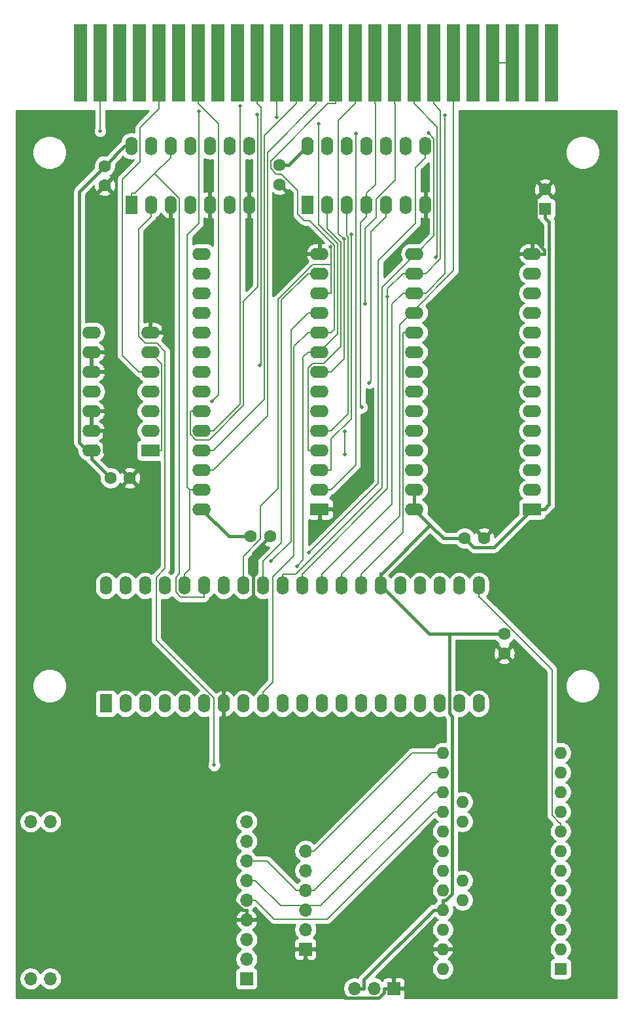
<source format=gtl>
G04 #@! TF.GenerationSoftware,KiCad,Pcbnew,(5.1.9)-1*
G04 #@! TF.CreationDate,2022-10-29T21:13:42+09:00*
G04 #@! TF.ProjectId,PC-6001_SD,50432d36-3030-4315-9f53-442e6b696361,rev?*
G04 #@! TF.SameCoordinates,PX53920b0PYad82f20*
G04 #@! TF.FileFunction,Copper,L1,Top*
G04 #@! TF.FilePolarity,Positive*
%FSLAX46Y46*%
G04 Gerber Fmt 4.6, Leading zero omitted, Abs format (unit mm)*
G04 Created by KiCad (PCBNEW (5.1.9)-1) date 2022-10-29 21:13:42*
%MOMM*%
%LPD*%
G01*
G04 APERTURE LIST*
G04 #@! TA.AperFunction,ComponentPad*
%ADD10C,1.600000*%
G04 #@! TD*
G04 #@! TA.AperFunction,ComponentPad*
%ADD11R,1.600000X2.400000*%
G04 #@! TD*
G04 #@! TA.AperFunction,ComponentPad*
%ADD12O,1.600000X2.400000*%
G04 #@! TD*
G04 #@! TA.AperFunction,ComponentPad*
%ADD13R,1.600000X1.600000*%
G04 #@! TD*
G04 #@! TA.AperFunction,ComponentPad*
%ADD14R,1.700000X1.700000*%
G04 #@! TD*
G04 #@! TA.AperFunction,ComponentPad*
%ADD15O,1.700000X1.700000*%
G04 #@! TD*
G04 #@! TA.AperFunction,ComponentPad*
%ADD16O,1.600000X1.600000*%
G04 #@! TD*
G04 #@! TA.AperFunction,ConnectorPad*
%ADD17R,1.780000X10.000000*%
G04 #@! TD*
G04 #@! TA.AperFunction,ComponentPad*
%ADD18O,2.400000X1.600000*%
G04 #@! TD*
G04 #@! TA.AperFunction,ComponentPad*
%ADD19R,2.400000X1.600000*%
G04 #@! TD*
G04 #@! TA.AperFunction,ViaPad*
%ADD20C,0.500000*%
G04 #@! TD*
G04 #@! TA.AperFunction,Conductor*
%ADD21C,0.400000*%
G04 #@! TD*
G04 #@! TA.AperFunction,Conductor*
%ADD22C,0.200000*%
G04 #@! TD*
G04 #@! TA.AperFunction,Conductor*
%ADD23C,0.254000*%
G04 #@! TD*
G04 #@! TA.AperFunction,Conductor*
%ADD24C,0.100000*%
G04 #@! TD*
G04 APERTURE END LIST*
D10*
X63830000Y47720000D03*
X63830000Y45220000D03*
D11*
X12275000Y38745000D03*
D12*
X60535000Y53985000D03*
X14815000Y38745000D03*
X57995000Y53985000D03*
X17355000Y38745000D03*
X55455000Y53985000D03*
X19895000Y38745000D03*
X52915000Y53985000D03*
X22435000Y38745000D03*
X50375000Y53985000D03*
X24975000Y38745000D03*
X47835000Y53985000D03*
X27515000Y38745000D03*
X45295000Y53985000D03*
X30055000Y38745000D03*
X42755000Y53985000D03*
X32595000Y38745000D03*
X40215000Y53985000D03*
X35135000Y38745000D03*
X37675000Y53985000D03*
X37675000Y38745000D03*
X35135000Y53985000D03*
X40215000Y38745000D03*
X32595000Y53985000D03*
X42755000Y38745000D03*
X30055000Y53985000D03*
X45295000Y38745000D03*
X27515000Y53985000D03*
X47835000Y38745000D03*
X24975000Y53985000D03*
X50375000Y38745000D03*
X22435000Y53985000D03*
X52915000Y38745000D03*
X19895000Y53985000D03*
X55455000Y38745000D03*
X17355000Y53985000D03*
X57995000Y38745000D03*
X14815000Y53985000D03*
X60535000Y38745000D03*
X12275000Y53985000D03*
D10*
X58697000Y60116000D03*
X61197000Y60116000D03*
D13*
X69088000Y102743000D03*
D10*
X69088000Y105243000D03*
X12131000Y105755000D03*
X12131000Y108255000D03*
X34737000Y108382000D03*
X34737000Y105882000D03*
D14*
X30480000Y3165000D03*
D15*
X30480000Y5705000D03*
X30480000Y8245000D03*
X30480000Y10785000D03*
X30480000Y13325000D03*
X30480000Y15865000D03*
X30480000Y18405000D03*
X30480000Y20945000D03*
X30480000Y23485000D03*
X2540000Y23485000D03*
X5080000Y23485000D03*
X2540000Y3165000D03*
X5080000Y3165000D03*
D13*
X71120000Y4445000D03*
D16*
X71120000Y6985000D03*
X71120000Y9525000D03*
X55880000Y32385000D03*
X71120000Y12065000D03*
X55880000Y29845000D03*
X71120000Y14605000D03*
X55880000Y27305000D03*
X71120000Y17145000D03*
X55880000Y24765000D03*
X71120000Y19685000D03*
X55880000Y22225000D03*
X71120000Y22225000D03*
X55880000Y19685000D03*
X71120000Y24765000D03*
X55880000Y17145000D03*
X71120000Y27305000D03*
X55880000Y14605000D03*
X71120000Y29845000D03*
X55880000Y12065000D03*
X71120000Y32385000D03*
X55880000Y9525000D03*
X55880000Y6985000D03*
X55880000Y4445000D03*
X58420000Y13335000D03*
X58420000Y15875000D03*
X58420000Y23495000D03*
X58420000Y26035000D03*
D17*
X9000000Y121615000D03*
X11540000Y121615000D03*
X14080000Y121615000D03*
X16620000Y121615000D03*
X19160000Y121615000D03*
X21700000Y121615000D03*
X24240000Y121615000D03*
X26780000Y121615000D03*
X29320000Y121615000D03*
X31860000Y121615000D03*
X34400000Y121615000D03*
X36940000Y121615000D03*
X39480000Y121615000D03*
X42020000Y121615000D03*
X44560000Y121615000D03*
X47100000Y121615000D03*
X49640000Y121615000D03*
X52180000Y121615000D03*
X54720000Y121615000D03*
X57260000Y121615000D03*
X59800000Y121615000D03*
X62340000Y121615000D03*
X64880000Y121615000D03*
X67420000Y121615000D03*
X69960000Y121615000D03*
D14*
X38100000Y6975000D03*
D15*
X38100000Y9515000D03*
X38100000Y12055000D03*
X38100000Y14595000D03*
X38100000Y17135000D03*
X38100000Y19675000D03*
D10*
X33552000Y60401000D03*
X31052000Y60401000D03*
X12869000Y67913000D03*
X15369000Y67913000D03*
D18*
X24702000Y63881000D03*
X39942000Y96901000D03*
X24702000Y66421000D03*
X39942000Y94361000D03*
X24702000Y68961000D03*
X39942000Y91821000D03*
X24702000Y71501000D03*
X39942000Y89281000D03*
X24702000Y74041000D03*
X39942000Y86741000D03*
X24702000Y76581000D03*
X39942000Y84201000D03*
X24702000Y79121000D03*
X39942000Y81661000D03*
X24702000Y81661000D03*
X39942000Y79121000D03*
X24702000Y84201000D03*
X39942000Y76581000D03*
X24702000Y86741000D03*
X39942000Y74041000D03*
X24702000Y89281000D03*
X39942000Y71501000D03*
X24702000Y91821000D03*
X39942000Y68961000D03*
X24702000Y94361000D03*
X39942000Y66421000D03*
X24702000Y96901000D03*
D19*
X39942000Y63881000D03*
D11*
X15560000Y103215000D03*
D12*
X30800000Y110835000D03*
X18100000Y103215000D03*
X28260000Y110835000D03*
X20640000Y103215000D03*
X25720000Y110835000D03*
X23180000Y103215000D03*
X23180000Y110835000D03*
X25720000Y103215000D03*
X20640000Y110835000D03*
X28260000Y103215000D03*
X18100000Y110835000D03*
X30800000Y103215000D03*
X15560000Y110835000D03*
X38407000Y110847000D03*
X53647000Y103227000D03*
X40947000Y110847000D03*
X51107000Y103227000D03*
X43487000Y110847000D03*
X48567000Y103227000D03*
X46027000Y110847000D03*
X46027000Y103227000D03*
X48567000Y110847000D03*
X43487000Y103227000D03*
X51107000Y110847000D03*
X40947000Y103227000D03*
X53647000Y110847000D03*
D11*
X38407000Y103227000D03*
D18*
X10416000Y71469000D03*
X18036000Y86709000D03*
X10416000Y74009000D03*
X18036000Y84169000D03*
X10416000Y76549000D03*
X18036000Y81629000D03*
X10416000Y79089000D03*
X18036000Y79089000D03*
X10416000Y81629000D03*
X18036000Y76549000D03*
X10416000Y84169000D03*
X18036000Y74009000D03*
X10416000Y86709000D03*
D19*
X18036000Y71469000D03*
D14*
X49530000Y1905000D03*
D15*
X46990000Y1905000D03*
X44450000Y1905000D03*
D19*
X67437000Y63881000D03*
D18*
X52197000Y96901000D03*
X67437000Y66421000D03*
X52197000Y94361000D03*
X67437000Y68961000D03*
X52197000Y91821000D03*
X67437000Y71501000D03*
X52197000Y89281000D03*
X67437000Y74041000D03*
X52197000Y86741000D03*
X67437000Y76581000D03*
X52197000Y84201000D03*
X67437000Y79121000D03*
X52197000Y81661000D03*
X67437000Y81661000D03*
X52197000Y79121000D03*
X67437000Y84201000D03*
X52197000Y76581000D03*
X67437000Y86741000D03*
X52197000Y74041000D03*
X67437000Y89281000D03*
X52197000Y71501000D03*
X67437000Y91821000D03*
X52197000Y68961000D03*
X67437000Y94361000D03*
X52197000Y66421000D03*
X67437000Y96901000D03*
X52197000Y63881000D03*
D20*
X33645300Y57123200D03*
X45860000Y90401300D03*
X41303700Y97761900D03*
X55006200Y96450200D03*
X54026400Y112501300D03*
X48747300Y91343400D03*
X56192800Y114841900D03*
X36988100Y56462900D03*
X39835500Y113697900D03*
X29671700Y115963000D03*
X43242500Y70925500D03*
X43242500Y73930400D03*
X43085800Y98773600D03*
X32211400Y82463300D03*
X46338600Y80221400D03*
X31816300Y114889600D03*
X45388400Y77036900D03*
X44626400Y112462900D03*
X34400000Y114578100D03*
X44059900Y99416100D03*
X26046800Y77850900D03*
X24292300Y115350500D03*
X38582900Y58249300D03*
X26284100Y30789800D03*
X11540000Y112803500D03*
D21*
X69088000Y102743000D02*
X69088000Y101542700D01*
X67437000Y63881000D02*
X69037300Y63881000D01*
X69037300Y63881000D02*
X69653800Y64497500D01*
X69653800Y64497500D02*
X69653800Y100976900D01*
X69653800Y100976900D02*
X69088000Y101542700D01*
X58697000Y60116000D02*
X59897000Y58916000D01*
X59897000Y58916000D02*
X62472000Y58916000D01*
X62472000Y58916000D02*
X67437000Y63881000D01*
X47835000Y53985000D02*
X47835000Y55585300D01*
X54241400Y61836600D02*
X47990100Y55585300D01*
X47990100Y55585300D02*
X47835000Y55585300D01*
X54241400Y61836600D02*
X52197000Y63881000D01*
X58697000Y60116000D02*
X55962000Y60116000D01*
X55962000Y60116000D02*
X54241400Y61836600D01*
X10416000Y70917500D02*
X8812000Y72521500D01*
X8812000Y72521500D02*
X8812000Y104936000D01*
X8812000Y104936000D02*
X12131000Y108255000D01*
X10416000Y70917500D02*
X10416000Y71469000D01*
X12869000Y67913000D02*
X10416000Y70366000D01*
X10416000Y70366000D02*
X10416000Y70917500D01*
X56725000Y47720000D02*
X54100000Y47720000D01*
X54100000Y47720000D02*
X47835000Y53985000D01*
X55880000Y12065000D02*
X54679700Y12065000D01*
X44450000Y1905000D02*
X45700300Y1905000D01*
X45700300Y1905000D02*
X45700300Y3085600D01*
X45700300Y3085600D02*
X54679700Y12065000D01*
X55880000Y12065000D02*
X55880000Y13265300D01*
X56725000Y47720000D02*
X56725000Y37500000D01*
X56725000Y37500000D02*
X57095900Y37129100D01*
X57095900Y37129100D02*
X57095900Y14108200D01*
X57095900Y14108200D02*
X56253000Y13265300D01*
X56253000Y13265300D02*
X55880000Y13265300D01*
X63830000Y47720000D02*
X56725000Y47720000D01*
X12131000Y108255000D02*
X14711000Y110835000D01*
X14711000Y110835000D02*
X15560000Y110835000D01*
X34737000Y108382000D02*
X35942000Y108382000D01*
X35942000Y108382000D02*
X38407000Y110847000D01*
X31052000Y60401000D02*
X28182000Y60401000D01*
X28182000Y60401000D02*
X24702000Y63881000D01*
X52197000Y63881000D02*
X52197000Y66421000D01*
X18036000Y86709000D02*
X19636300Y86709000D01*
X20640000Y103215000D02*
X20640000Y101614700D01*
X20640000Y101614700D02*
X19636300Y100611000D01*
X19636300Y100611000D02*
X19636300Y86709000D01*
X10416000Y74009000D02*
X12016300Y74009000D01*
X15369000Y67913000D02*
X12016300Y71265700D01*
X12016300Y71265700D02*
X12016300Y74009000D01*
X10416000Y76549000D02*
X10416000Y74009000D01*
X10416000Y84169000D02*
X10416000Y81629000D01*
X49530000Y1905000D02*
X48279700Y1905000D01*
X38100000Y6975000D02*
X38100000Y5724700D01*
X38100000Y5724700D02*
X43170000Y654700D01*
X43170000Y654700D02*
X47576500Y654700D01*
X47576500Y654700D02*
X48279700Y1357900D01*
X48279700Y1357900D02*
X48279700Y1905000D01*
X27515000Y38745000D02*
X27515000Y40345300D01*
X33552000Y60401000D02*
X31325000Y58174000D01*
X31325000Y58174000D02*
X31325000Y44155300D01*
X31325000Y44155300D02*
X27515000Y40345300D01*
X30480000Y10785000D02*
X30480000Y12035300D01*
X27515000Y38745000D02*
X27515000Y14482200D01*
X27515000Y14482200D02*
X29961900Y12035300D01*
X29961900Y12035300D02*
X30480000Y12035300D01*
X67437000Y96901000D02*
X69037300Y96901000D01*
X69088000Y105243000D02*
X67885600Y104040600D01*
X67885600Y104040600D02*
X67885600Y98549900D01*
X67885600Y98549900D02*
X69037300Y97398200D01*
X69037300Y97398200D02*
X69037300Y96901000D01*
D22*
X39942000Y89281000D02*
X38441700Y89281000D01*
X38441700Y89281000D02*
X36240000Y87079300D01*
X36240000Y87079300D02*
X36240000Y59717900D01*
X36240000Y59717900D02*
X33645300Y57123200D01*
X49640000Y116314700D02*
X49738500Y116216200D01*
X49738500Y116216200D02*
X49738500Y106436300D01*
X49738500Y106436300D02*
X47297000Y103994800D01*
X47297000Y103994800D02*
X47297000Y101581600D01*
X47297000Y101581600D02*
X45860000Y100144600D01*
X45860000Y100144600D02*
X45860000Y90401300D01*
X49640000Y121615000D02*
X49640000Y116314700D01*
X41442300Y95499100D02*
X41442300Y97623300D01*
X41442300Y97623300D02*
X41303700Y97761900D01*
X41442300Y95499100D02*
X41442300Y91821000D01*
X30055000Y53985000D02*
X30055000Y57791600D01*
X30055000Y57791600D02*
X32302000Y60038600D01*
X32302000Y60038600D02*
X32302000Y64312800D01*
X32302000Y64312800D02*
X34527200Y66538000D01*
X34527200Y66538000D02*
X34527200Y91012800D01*
X34527200Y91012800D02*
X39013500Y95499100D01*
X39013500Y95499100D02*
X41442300Y95499100D01*
X39942000Y91821000D02*
X41442300Y91821000D01*
X52180000Y116314700D02*
X55170400Y113324300D01*
X55170400Y113324300D02*
X55170400Y96614400D01*
X55170400Y96614400D02*
X55006200Y96450200D01*
X38441700Y94361000D02*
X34982500Y90901800D01*
X34982500Y90901800D02*
X34982500Y59513000D01*
X34982500Y59513000D02*
X32595000Y57125500D01*
X32595000Y57125500D02*
X32595000Y53985000D01*
X39942000Y94361000D02*
X38441700Y94361000D01*
X52180000Y121615000D02*
X52180000Y116314700D01*
X52305400Y96901000D02*
X47994500Y92590100D01*
X47994500Y92590100D02*
X47994500Y66603300D01*
X47994500Y66603300D02*
X36876500Y55485300D01*
X36876500Y55485300D02*
X35135000Y55485300D01*
X35135000Y53985000D02*
X35135000Y55485300D01*
X52305400Y96901000D02*
X52413800Y96901000D01*
X52197000Y96901000D02*
X52305400Y96901000D01*
X52413800Y96901000D02*
X54748300Y99235500D01*
X54748300Y99235500D02*
X54748300Y111779400D01*
X54748300Y111779400D02*
X54026400Y112501300D01*
X54720000Y116314700D02*
X55591400Y115443300D01*
X55591400Y115443300D02*
X55591400Y96255100D01*
X55591400Y96255100D02*
X53697300Y94361000D01*
X48747300Y91343400D02*
X48747300Y66557600D01*
X48747300Y66557600D02*
X37675000Y55485300D01*
X50696700Y94361000D02*
X48747300Y92411600D01*
X48747300Y92411600D02*
X48747300Y91343400D01*
X52197000Y94361000D02*
X50696700Y94361000D01*
X52575400Y94361000D02*
X52197000Y94361000D01*
X37675000Y53985000D02*
X37675000Y55485300D01*
X52575400Y94361000D02*
X53697300Y94361000D01*
X54720000Y121615000D02*
X54720000Y116314700D01*
X50696700Y91821000D02*
X49271700Y90396000D01*
X49271700Y90396000D02*
X49271700Y64542000D01*
X49271700Y64542000D02*
X40215000Y55485300D01*
X56192800Y114841900D02*
X56192800Y94316500D01*
X56192800Y94316500D02*
X53697300Y91821000D01*
X52197000Y91821000D02*
X53697300Y91821000D01*
X40215000Y53985000D02*
X40215000Y55485300D01*
X52197000Y91821000D02*
X50696700Y91821000D01*
X42755000Y53985000D02*
X42755000Y55485300D01*
X51818700Y89281000D02*
X50296300Y87758600D01*
X50296300Y87758600D02*
X50296300Y63026600D01*
X50296300Y63026600D02*
X42755000Y55485300D01*
X57260000Y121615000D02*
X57260000Y94722300D01*
X57260000Y94722300D02*
X51818700Y89281000D01*
X52197000Y89281000D02*
X51818700Y89281000D01*
X45295000Y53985000D02*
X45295000Y55485300D01*
X52197000Y86741000D02*
X50696700Y86741000D01*
X50696700Y86741000D02*
X50696700Y60887000D01*
X50696700Y60887000D02*
X45295000Y55485300D01*
X39942000Y86741000D02*
X38441700Y86741000D01*
X39942000Y86741000D02*
X41442300Y86741000D01*
X42020000Y116314700D02*
X41009400Y116314700D01*
X41009400Y116314700D02*
X33601600Y108906900D01*
X33601600Y108906900D02*
X33601600Y107922300D01*
X33601600Y107922300D02*
X34291000Y107232900D01*
X34291000Y107232900D02*
X34999200Y107232900D01*
X34999200Y107232900D02*
X37123400Y105108700D01*
X37123400Y105108700D02*
X37123400Y102018700D01*
X37123400Y102018700D02*
X37945800Y101196300D01*
X37945800Y101196300D02*
X38670300Y101196300D01*
X38670300Y101196300D02*
X41858200Y98008400D01*
X41858200Y98008400D02*
X41858200Y87156900D01*
X41858200Y87156900D02*
X41442300Y86741000D01*
X38441700Y86741000D02*
X36640400Y84939700D01*
X36640400Y84939700D02*
X36640400Y57875800D01*
X36640400Y57875800D02*
X33865000Y55100400D01*
X33865000Y55100400D02*
X33865000Y41515300D01*
X33865000Y41515300D02*
X32595000Y40245300D01*
X32595000Y38745000D02*
X32595000Y40245300D01*
X42020000Y121615000D02*
X42020000Y116314700D01*
X36940000Y116314700D02*
X32794700Y112169400D01*
X32794700Y112169400D02*
X32794700Y78093400D01*
X32794700Y78093400D02*
X26202300Y71501000D01*
X36940000Y121615000D02*
X36940000Y116314700D01*
X24702000Y71501000D02*
X26202300Y71501000D01*
X39835500Y113697900D02*
X39835500Y100679600D01*
X39835500Y100679600D02*
X42284100Y98231000D01*
X42284100Y98231000D02*
X42284100Y86543100D01*
X42284100Y86543100D02*
X39942000Y84201000D01*
X39942000Y84201000D02*
X38441700Y84201000D01*
X38441700Y84201000D02*
X37811600Y83570900D01*
X37811600Y83570900D02*
X37811600Y57286400D01*
X37811600Y57286400D02*
X36988100Y56462900D01*
X43242500Y70925500D02*
X43242500Y73930400D01*
X26202300Y74041000D02*
X29671700Y77510400D01*
X29671700Y77510400D02*
X29671700Y115963000D01*
X24702000Y74041000D02*
X26202300Y74041000D01*
X43085800Y98773600D02*
X43085800Y83304500D01*
X43085800Y83304500D02*
X41442300Y81661000D01*
X44560000Y116314700D02*
X42348100Y114102800D01*
X42348100Y114102800D02*
X42348100Y99511300D01*
X42348100Y99511300D02*
X43085800Y98773600D01*
X39942000Y81661000D02*
X41442300Y81661000D01*
X44560000Y121615000D02*
X44560000Y116314700D01*
X31860000Y116314700D02*
X32381100Y115793600D01*
X32381100Y115793600D02*
X32381100Y82633000D01*
X32381100Y82633000D02*
X32211400Y82463300D01*
X31860000Y121615000D02*
X31860000Y116314700D01*
X48567000Y101726700D02*
X46601400Y99761100D01*
X46601400Y99761100D02*
X46601400Y80484200D01*
X46601400Y80484200D02*
X46338600Y80221400D01*
X48567000Y103227000D02*
X48567000Y101726700D01*
X23201700Y76581000D02*
X23201700Y73580600D01*
X23201700Y73580600D02*
X23924900Y72857400D01*
X23924900Y72857400D02*
X25639500Y72857400D01*
X25639500Y72857400D02*
X30072100Y77290000D01*
X30072100Y77290000D02*
X30072100Y90753600D01*
X30072100Y90753600D02*
X31920900Y92602400D01*
X31920900Y92602400D02*
X31920900Y114785000D01*
X31920900Y114785000D02*
X31816300Y114889600D01*
X24702000Y76581000D02*
X23201700Y76581000D01*
X45388400Y77036900D02*
X45238300Y77187000D01*
X45238300Y77187000D02*
X45238300Y100938000D01*
X45238300Y100938000D02*
X46027000Y101726700D01*
X46027000Y104727300D02*
X47156300Y105856600D01*
X47156300Y105856600D02*
X47156300Y116258400D01*
X47156300Y116258400D02*
X47100000Y116314700D01*
X46027000Y103227000D02*
X46027000Y101726700D01*
X47100000Y121615000D02*
X47100000Y116314700D01*
X46027000Y103227000D02*
X46027000Y104727300D01*
X41442300Y66421000D02*
X44626400Y69605100D01*
X44626400Y69605100D02*
X44626400Y112462900D01*
X39942000Y66421000D02*
X41442300Y66421000D01*
X43487000Y101726700D02*
X43487000Y99205600D01*
X43487000Y99205600D02*
X43641800Y99050800D01*
X43641800Y99050800D02*
X43641800Y76240500D01*
X43641800Y76240500D02*
X41442300Y74041000D01*
X43487000Y103227000D02*
X43487000Y101726700D01*
X39942000Y74041000D02*
X41442300Y74041000D01*
X34400000Y121615000D02*
X34400000Y114578100D01*
X40947000Y101726700D02*
X40947000Y100134200D01*
X40947000Y100134200D02*
X42684500Y98396700D01*
X42684500Y98396700D02*
X42684500Y84970100D01*
X42684500Y84970100D02*
X40475800Y82761400D01*
X40475800Y82761400D02*
X39077400Y82761400D01*
X39077400Y82761400D02*
X38441700Y82125700D01*
X38441700Y82125700D02*
X38441700Y71501000D01*
X39942000Y71501000D02*
X38441700Y71501000D01*
X40947000Y103227000D02*
X40947000Y101726700D01*
X39942000Y68961000D02*
X41442300Y68961000D01*
X41442300Y68961000D02*
X41442300Y72952100D01*
X41442300Y72952100D02*
X44059900Y75569700D01*
X44059900Y75569700D02*
X44059900Y99416100D01*
X26046800Y77850900D02*
X26844800Y78648900D01*
X26844800Y78648900D02*
X26844800Y113709900D01*
X26844800Y113709900D02*
X24240000Y116314700D01*
X24240000Y121615000D02*
X24240000Y116314700D01*
X23125100Y66421000D02*
X22797800Y66748300D01*
X22797800Y66748300D02*
X22797800Y99345700D01*
X22797800Y99345700D02*
X24292300Y100840200D01*
X24292300Y100840200D02*
X24292300Y115350500D01*
X23125100Y66421000D02*
X23125100Y56175400D01*
X23125100Y56175400D02*
X22435000Y55485300D01*
X23125100Y66421000D02*
X23201700Y66421000D01*
X22435000Y53985000D02*
X22435000Y55485300D01*
X24702000Y66421000D02*
X23201700Y66421000D01*
X53647000Y109346700D02*
X52377000Y108076700D01*
X52377000Y108076700D02*
X52377000Y100876600D01*
X52377000Y100876600D02*
X47560000Y96059600D01*
X47560000Y96059600D02*
X47560000Y67226400D01*
X47560000Y67226400D02*
X38582900Y58249300D01*
X53647000Y110847000D02*
X53647000Y109346700D01*
X60535000Y53985000D02*
X60535000Y52484700D01*
X71120000Y22225000D02*
X71120000Y23325300D01*
X71120000Y23325300D02*
X70982300Y23325300D01*
X70982300Y23325300D02*
X70019700Y24287900D01*
X70019700Y24287900D02*
X70019700Y43114000D01*
X70019700Y43114000D02*
X60649000Y52484700D01*
X60649000Y52484700D02*
X60535000Y52484700D01*
X64880000Y121615000D02*
X62340000Y121615000D01*
X55880000Y24765000D02*
X54779700Y24765000D01*
X30480000Y13325000D02*
X31630300Y13325000D01*
X31630300Y13325000D02*
X34090900Y10864400D01*
X34090900Y10864400D02*
X40879100Y10864400D01*
X40879100Y10864400D02*
X54779700Y24765000D01*
X55880000Y27305000D02*
X54779700Y27305000D01*
X38100000Y12630200D02*
X40104900Y12630200D01*
X40104900Y12630200D02*
X54779700Y27305000D01*
X31630300Y15865000D02*
X34865100Y12630200D01*
X34865100Y12630200D02*
X38100000Y12630200D01*
X30480000Y15865000D02*
X31630300Y15865000D01*
X38100000Y12055000D02*
X38100000Y12630200D01*
X38100000Y14595000D02*
X39250300Y14595000D01*
X39250300Y14595000D02*
X54500300Y29845000D01*
X54500300Y29845000D02*
X55880000Y29845000D01*
X37546700Y14595000D02*
X38100000Y14595000D01*
X37546700Y14595000D02*
X36949700Y14595000D01*
X36949700Y14595000D02*
X33139700Y18405000D01*
X33139700Y18405000D02*
X30480000Y18405000D01*
X38100000Y19675000D02*
X39250300Y19675000D01*
X55880000Y32385000D02*
X51960300Y32385000D01*
X51960300Y32385000D02*
X39250300Y19675000D01*
X18582900Y107277600D02*
X16020600Y104715300D01*
X16020600Y104715300D02*
X15560000Y104715300D01*
X20640000Y110084900D02*
X20640000Y109334700D01*
X20640000Y109334700D02*
X18582900Y107277600D01*
X18582900Y107277600D02*
X21775600Y104084900D01*
X21775600Y104084900D02*
X21775600Y55525800D01*
X21775600Y55525800D02*
X21317600Y55067800D01*
X21317600Y55067800D02*
X21317600Y53138800D01*
X21317600Y53138800D02*
X21971700Y52484700D01*
X21971700Y52484700D02*
X24975000Y52484700D01*
X24975000Y53985000D02*
X24975000Y52484700D01*
X20640000Y110835000D02*
X20640000Y110084900D01*
X15560000Y103215000D02*
X15560000Y104715300D01*
X18100000Y101714700D02*
X16511800Y100126500D01*
X16511800Y100126500D02*
X16511800Y86207100D01*
X16511800Y86207100D02*
X17388500Y85330400D01*
X17388500Y85330400D02*
X18881700Y85330400D01*
X18881700Y85330400D02*
X19945300Y84266800D01*
X19945300Y84266800D02*
X19945300Y56235500D01*
X19945300Y56235500D02*
X18790000Y55080200D01*
X18790000Y55080200D02*
X18790000Y46954800D01*
X18790000Y46954800D02*
X26284000Y39460800D01*
X26284000Y39460800D02*
X26284000Y30789800D01*
X26284000Y30789800D02*
X26284100Y30789800D01*
X18100000Y103215000D02*
X18100000Y101714700D01*
X11540000Y112803500D02*
X11540000Y121615000D01*
X19160000Y121615000D02*
X19160000Y115659900D01*
X19160000Y115659900D02*
X16688400Y113188300D01*
X16688400Y113188300D02*
X16688400Y108820100D01*
X16688400Y108820100D02*
X14420200Y106551900D01*
X14420200Y106551900D02*
X14420200Y83744500D01*
X14420200Y83744500D02*
X16535700Y81629000D01*
X18036000Y81629000D02*
X16535700Y81629000D01*
X39480000Y121615000D02*
X39480000Y116314700D01*
X24702000Y68961000D02*
X26202300Y68961000D01*
X26202300Y68961000D02*
X33195100Y75953800D01*
X33195100Y75953800D02*
X33195100Y110029800D01*
X33195100Y110029800D02*
X39480000Y116314700D01*
X18036000Y71469000D02*
X19536300Y71469000D01*
X19536300Y71469000D02*
X19536300Y82668700D01*
X19536300Y82668700D02*
X18036000Y84169000D01*
D23*
X78339966Y660000D02*
X50877295Y660000D01*
X50910537Y700506D01*
X50969502Y810820D01*
X51005812Y930518D01*
X51018072Y1055000D01*
X51015000Y1619250D01*
X50856250Y1778000D01*
X49657000Y1778000D01*
X49657000Y1758000D01*
X49403000Y1758000D01*
X49403000Y1778000D01*
X49383000Y1778000D01*
X49383000Y2032000D01*
X49403000Y2032000D01*
X49403000Y3231250D01*
X49657000Y3231250D01*
X49657000Y2032000D01*
X50856250Y2032000D01*
X51015000Y2190750D01*
X51018072Y2755000D01*
X51005812Y2879482D01*
X50969502Y2999180D01*
X50910537Y3109494D01*
X50831185Y3206185D01*
X50734494Y3285537D01*
X50624180Y3344502D01*
X50504482Y3380812D01*
X50380000Y3393072D01*
X49815750Y3390000D01*
X49657000Y3231250D01*
X49403000Y3231250D01*
X49244250Y3390000D01*
X48680000Y3393072D01*
X48555518Y3380812D01*
X48435820Y3344502D01*
X48325506Y3285537D01*
X48228815Y3206185D01*
X48149463Y3109494D01*
X48090498Y2999180D01*
X48068487Y2926620D01*
X47936632Y3058475D01*
X47693411Y3220990D01*
X47423158Y3332932D01*
X47177386Y3381819D01*
X48381902Y4586335D01*
X54445000Y4586335D01*
X54445000Y4303665D01*
X54500147Y4026426D01*
X54608320Y3765273D01*
X54765363Y3530241D01*
X54965241Y3330363D01*
X55200273Y3173320D01*
X55461426Y3065147D01*
X55738665Y3010000D01*
X56021335Y3010000D01*
X56298574Y3065147D01*
X56559727Y3173320D01*
X56794759Y3330363D01*
X56994637Y3530241D01*
X57151680Y3765273D01*
X57259853Y4026426D01*
X57315000Y4303665D01*
X57315000Y4586335D01*
X57259853Y4863574D01*
X57151680Y5124727D01*
X56994637Y5359759D01*
X56794759Y5559637D01*
X56559727Y5716680D01*
X56549135Y5721067D01*
X56735131Y5832615D01*
X56943519Y6021586D01*
X57111037Y6247580D01*
X57231246Y6501913D01*
X57271904Y6635961D01*
X57149915Y6858000D01*
X56007000Y6858000D01*
X56007000Y6838000D01*
X55753000Y6838000D01*
X55753000Y6858000D01*
X54610085Y6858000D01*
X54488096Y6635961D01*
X54528754Y6501913D01*
X54648963Y6247580D01*
X54816481Y6021586D01*
X55024869Y5832615D01*
X55210865Y5721067D01*
X55200273Y5716680D01*
X54965241Y5559637D01*
X54765363Y5359759D01*
X54608320Y5124727D01*
X54500147Y4863574D01*
X54445000Y4586335D01*
X48381902Y4586335D01*
X54855586Y11060018D01*
X54965241Y10950363D01*
X55197759Y10795000D01*
X54965241Y10639637D01*
X54765363Y10439759D01*
X54608320Y10204727D01*
X54500147Y9943574D01*
X54445000Y9666335D01*
X54445000Y9383665D01*
X54500147Y9106426D01*
X54608320Y8845273D01*
X54765363Y8610241D01*
X54965241Y8410363D01*
X55200273Y8253320D01*
X55210865Y8248933D01*
X55024869Y8137385D01*
X54816481Y7948414D01*
X54648963Y7722420D01*
X54528754Y7468087D01*
X54488096Y7334039D01*
X54610085Y7112000D01*
X55753000Y7112000D01*
X55753000Y7132000D01*
X56007000Y7132000D01*
X56007000Y7112000D01*
X57149915Y7112000D01*
X57271904Y7334039D01*
X57231246Y7468087D01*
X57111037Y7722420D01*
X56943519Y7948414D01*
X56735131Y8137385D01*
X56549135Y8248933D01*
X56559727Y8253320D01*
X56794759Y8410363D01*
X56994637Y8610241D01*
X57151680Y8845273D01*
X57259853Y9106426D01*
X57315000Y9383665D01*
X57315000Y9666335D01*
X57259853Y9943574D01*
X57151680Y10204727D01*
X56994637Y10439759D01*
X56794759Y10639637D01*
X56562241Y10795000D01*
X56794759Y10950363D01*
X56994637Y11150241D01*
X57151680Y11385273D01*
X57259853Y11646426D01*
X57315000Y11923665D01*
X57315000Y12206335D01*
X57259853Y12483574D01*
X57254646Y12496144D01*
X57305363Y12420241D01*
X57505241Y12220363D01*
X57740273Y12063320D01*
X58001426Y11955147D01*
X58278665Y11900000D01*
X58561335Y11900000D01*
X58838574Y11955147D01*
X59099727Y12063320D01*
X59334759Y12220363D01*
X59534637Y12420241D01*
X59691680Y12655273D01*
X59799853Y12916426D01*
X59855000Y13193665D01*
X59855000Y13476335D01*
X59799853Y13753574D01*
X59691680Y14014727D01*
X59534637Y14249759D01*
X59334759Y14449637D01*
X59102241Y14605000D01*
X59334759Y14760363D01*
X59534637Y14960241D01*
X59691680Y15195273D01*
X59799853Y15456426D01*
X59855000Y15733665D01*
X59855000Y16016335D01*
X59799853Y16293574D01*
X59691680Y16554727D01*
X59534637Y16789759D01*
X59334759Y16989637D01*
X59099727Y17146680D01*
X58838574Y17254853D01*
X58561335Y17310000D01*
X58278665Y17310000D01*
X58001426Y17254853D01*
X57930900Y17225640D01*
X57930900Y22144360D01*
X58001426Y22115147D01*
X58278665Y22060000D01*
X58561335Y22060000D01*
X58838574Y22115147D01*
X59099727Y22223320D01*
X59334759Y22380363D01*
X59534637Y22580241D01*
X59691680Y22815273D01*
X59799853Y23076426D01*
X59855000Y23353665D01*
X59855000Y23636335D01*
X59799853Y23913574D01*
X59691680Y24174727D01*
X59534637Y24409759D01*
X59334759Y24609637D01*
X59102241Y24765000D01*
X59334759Y24920363D01*
X59534637Y25120241D01*
X59691680Y25355273D01*
X59799853Y25616426D01*
X59855000Y25893665D01*
X59855000Y26176335D01*
X59799853Y26453574D01*
X59691680Y26714727D01*
X59534637Y26949759D01*
X59334759Y27149637D01*
X59099727Y27306680D01*
X58838574Y27414853D01*
X58561335Y27470000D01*
X58278665Y27470000D01*
X58001426Y27414853D01*
X57930900Y27385640D01*
X57930900Y36909370D01*
X57995000Y36903057D01*
X58276309Y36930764D01*
X58546808Y37012818D01*
X58796101Y37146068D01*
X59014608Y37325392D01*
X59193932Y37543899D01*
X59265000Y37676858D01*
X59336068Y37543899D01*
X59515393Y37325392D01*
X59733900Y37146068D01*
X59983193Y37012818D01*
X60253692Y36930764D01*
X60535000Y36903057D01*
X60816309Y36930764D01*
X61086808Y37012818D01*
X61336101Y37146068D01*
X61554608Y37325392D01*
X61733932Y37543899D01*
X61867182Y37793192D01*
X61949236Y38063691D01*
X61970000Y38274509D01*
X61970000Y39215492D01*
X61949236Y39426309D01*
X61867182Y39696808D01*
X61733932Y39946101D01*
X61554607Y40164608D01*
X61336100Y40343932D01*
X61086807Y40477182D01*
X60816308Y40559236D01*
X60535000Y40586943D01*
X60253691Y40559236D01*
X59983192Y40477182D01*
X59733899Y40343932D01*
X59515392Y40164607D01*
X59336068Y39946100D01*
X59265000Y39813142D01*
X59193932Y39946101D01*
X59014607Y40164608D01*
X58796100Y40343932D01*
X58546807Y40477182D01*
X58276308Y40559236D01*
X57995000Y40586943D01*
X57713691Y40559236D01*
X57560000Y40512615D01*
X57560000Y44227298D01*
X63016903Y44227298D01*
X63088486Y43983329D01*
X63343996Y43862429D01*
X63618184Y43793700D01*
X63900512Y43779783D01*
X64180130Y43821213D01*
X64446292Y43916397D01*
X64571514Y43983329D01*
X64643097Y44227298D01*
X63830000Y45040395D01*
X63016903Y44227298D01*
X57560000Y44227298D01*
X57560000Y45149488D01*
X62389783Y45149488D01*
X62431213Y44869870D01*
X62526397Y44603708D01*
X62593329Y44478486D01*
X62837298Y44406903D01*
X63650395Y45220000D01*
X64009605Y45220000D01*
X64822702Y44406903D01*
X65066671Y44478486D01*
X65187571Y44733996D01*
X65256300Y45008184D01*
X65270217Y45290512D01*
X65228787Y45570130D01*
X65133603Y45836292D01*
X65066671Y45961514D01*
X64822702Y46033097D01*
X64009605Y45220000D01*
X63650395Y45220000D01*
X62837298Y46033097D01*
X62593329Y45961514D01*
X62472429Y45706004D01*
X62403700Y45431816D01*
X62389783Y45149488D01*
X57560000Y45149488D01*
X57560000Y46885000D01*
X62662070Y46885000D01*
X62715363Y46805241D01*
X62915241Y46605363D01*
X63115869Y46471308D01*
X63088486Y46456671D01*
X63016903Y46212702D01*
X63830000Y45399605D01*
X64643097Y46212702D01*
X64571514Y46456671D01*
X64542659Y46470324D01*
X64744759Y46605363D01*
X64944637Y46805241D01*
X65082574Y47011679D01*
X69284701Y42809552D01*
X69284700Y24324005D01*
X69281144Y24287900D01*
X69294636Y24150913D01*
X69295335Y24143816D01*
X69337363Y24005268D01*
X69405613Y23877581D01*
X69497462Y23765663D01*
X69525508Y23742646D01*
X70066879Y23201275D01*
X70005363Y23139759D01*
X69848320Y22904727D01*
X69740147Y22643574D01*
X69685000Y22366335D01*
X69685000Y22083665D01*
X69740147Y21806426D01*
X69848320Y21545273D01*
X70005363Y21310241D01*
X70205241Y21110363D01*
X70437759Y20955000D01*
X70205241Y20799637D01*
X70005363Y20599759D01*
X69848320Y20364727D01*
X69740147Y20103574D01*
X69685000Y19826335D01*
X69685000Y19543665D01*
X69740147Y19266426D01*
X69848320Y19005273D01*
X70005363Y18770241D01*
X70205241Y18570363D01*
X70437759Y18415000D01*
X70205241Y18259637D01*
X70005363Y18059759D01*
X69848320Y17824727D01*
X69740147Y17563574D01*
X69685000Y17286335D01*
X69685000Y17003665D01*
X69740147Y16726426D01*
X69848320Y16465273D01*
X70005363Y16230241D01*
X70205241Y16030363D01*
X70437759Y15875000D01*
X70205241Y15719637D01*
X70005363Y15519759D01*
X69848320Y15284727D01*
X69740147Y15023574D01*
X69685000Y14746335D01*
X69685000Y14463665D01*
X69740147Y14186426D01*
X69848320Y13925273D01*
X70005363Y13690241D01*
X70205241Y13490363D01*
X70437759Y13335000D01*
X70205241Y13179637D01*
X70005363Y12979759D01*
X69848320Y12744727D01*
X69740147Y12483574D01*
X69685000Y12206335D01*
X69685000Y11923665D01*
X69740147Y11646426D01*
X69848320Y11385273D01*
X70005363Y11150241D01*
X70205241Y10950363D01*
X70437759Y10795000D01*
X70205241Y10639637D01*
X70005363Y10439759D01*
X69848320Y10204727D01*
X69740147Y9943574D01*
X69685000Y9666335D01*
X69685000Y9383665D01*
X69740147Y9106426D01*
X69848320Y8845273D01*
X70005363Y8610241D01*
X70205241Y8410363D01*
X70437759Y8255000D01*
X70205241Y8099637D01*
X70005363Y7899759D01*
X69848320Y7664727D01*
X69740147Y7403574D01*
X69685000Y7126335D01*
X69685000Y6843665D01*
X69740147Y6566426D01*
X69848320Y6305273D01*
X70005363Y6070241D01*
X70203961Y5871643D01*
X70195518Y5870812D01*
X70075820Y5834502D01*
X69965506Y5775537D01*
X69868815Y5696185D01*
X69789463Y5599494D01*
X69730498Y5489180D01*
X69694188Y5369482D01*
X69681928Y5245000D01*
X69681928Y3645000D01*
X69694188Y3520518D01*
X69730498Y3400820D01*
X69789463Y3290506D01*
X69868815Y3193815D01*
X69965506Y3114463D01*
X70075820Y3055498D01*
X70195518Y3019188D01*
X70320000Y3006928D01*
X71920000Y3006928D01*
X72044482Y3019188D01*
X72164180Y3055498D01*
X72274494Y3114463D01*
X72371185Y3193815D01*
X72450537Y3290506D01*
X72509502Y3400820D01*
X72545812Y3520518D01*
X72558072Y3645000D01*
X72558072Y5245000D01*
X72545812Y5369482D01*
X72509502Y5489180D01*
X72450537Y5599494D01*
X72371185Y5696185D01*
X72274494Y5775537D01*
X72164180Y5834502D01*
X72044482Y5870812D01*
X72036039Y5871643D01*
X72234637Y6070241D01*
X72391680Y6305273D01*
X72499853Y6566426D01*
X72555000Y6843665D01*
X72555000Y7126335D01*
X72499853Y7403574D01*
X72391680Y7664727D01*
X72234637Y7899759D01*
X72034759Y8099637D01*
X71802241Y8255000D01*
X72034759Y8410363D01*
X72234637Y8610241D01*
X72391680Y8845273D01*
X72499853Y9106426D01*
X72555000Y9383665D01*
X72555000Y9666335D01*
X72499853Y9943574D01*
X72391680Y10204727D01*
X72234637Y10439759D01*
X72034759Y10639637D01*
X71802241Y10795000D01*
X72034759Y10950363D01*
X72234637Y11150241D01*
X72391680Y11385273D01*
X72499853Y11646426D01*
X72555000Y11923665D01*
X72555000Y12206335D01*
X72499853Y12483574D01*
X72391680Y12744727D01*
X72234637Y12979759D01*
X72034759Y13179637D01*
X71802241Y13335000D01*
X72034759Y13490363D01*
X72234637Y13690241D01*
X72391680Y13925273D01*
X72499853Y14186426D01*
X72555000Y14463665D01*
X72555000Y14746335D01*
X72499853Y15023574D01*
X72391680Y15284727D01*
X72234637Y15519759D01*
X72034759Y15719637D01*
X71802241Y15875000D01*
X72034759Y16030363D01*
X72234637Y16230241D01*
X72391680Y16465273D01*
X72499853Y16726426D01*
X72555000Y17003665D01*
X72555000Y17286335D01*
X72499853Y17563574D01*
X72391680Y17824727D01*
X72234637Y18059759D01*
X72034759Y18259637D01*
X71802241Y18415000D01*
X72034759Y18570363D01*
X72234637Y18770241D01*
X72391680Y19005273D01*
X72499853Y19266426D01*
X72555000Y19543665D01*
X72555000Y19826335D01*
X72499853Y20103574D01*
X72391680Y20364727D01*
X72234637Y20599759D01*
X72034759Y20799637D01*
X71802241Y20955000D01*
X72034759Y21110363D01*
X72234637Y21310241D01*
X72391680Y21545273D01*
X72499853Y21806426D01*
X72555000Y22083665D01*
X72555000Y22366335D01*
X72499853Y22643574D01*
X72391680Y22904727D01*
X72234637Y23139759D01*
X72034759Y23339637D01*
X71844632Y23466676D01*
X71844365Y23469385D01*
X71830805Y23514086D01*
X72034759Y23650363D01*
X72234637Y23850241D01*
X72391680Y24085273D01*
X72499853Y24346426D01*
X72555000Y24623665D01*
X72555000Y24906335D01*
X72499853Y25183574D01*
X72391680Y25444727D01*
X72234637Y25679759D01*
X72034759Y25879637D01*
X71802241Y26035000D01*
X72034759Y26190363D01*
X72234637Y26390241D01*
X72391680Y26625273D01*
X72499853Y26886426D01*
X72555000Y27163665D01*
X72555000Y27446335D01*
X72499853Y27723574D01*
X72391680Y27984727D01*
X72234637Y28219759D01*
X72034759Y28419637D01*
X71802241Y28575000D01*
X72034759Y28730363D01*
X72234637Y28930241D01*
X72391680Y29165273D01*
X72499853Y29426426D01*
X72555000Y29703665D01*
X72555000Y29986335D01*
X72499853Y30263574D01*
X72391680Y30524727D01*
X72234637Y30759759D01*
X72034759Y30959637D01*
X71802241Y31115000D01*
X72034759Y31270363D01*
X72234637Y31470241D01*
X72391680Y31705273D01*
X72499853Y31966426D01*
X72555000Y32243665D01*
X72555000Y32526335D01*
X72499853Y32803574D01*
X72391680Y33064727D01*
X72234637Y33299759D01*
X72034759Y33499637D01*
X71799727Y33656680D01*
X71538574Y33764853D01*
X71261335Y33820000D01*
X70978665Y33820000D01*
X70754700Y33775450D01*
X70754700Y41220128D01*
X71765000Y41220128D01*
X71765000Y40779872D01*
X71850890Y40348075D01*
X72019369Y39941331D01*
X72263962Y39575271D01*
X72575271Y39263962D01*
X72941331Y39019369D01*
X73348075Y38850890D01*
X73779872Y38765000D01*
X74220128Y38765000D01*
X74651925Y38850890D01*
X75058669Y39019369D01*
X75424729Y39263962D01*
X75736038Y39575271D01*
X75980631Y39941331D01*
X76149110Y40348075D01*
X76235000Y40779872D01*
X76235000Y41220128D01*
X76149110Y41651925D01*
X75980631Y42058669D01*
X75736038Y42424729D01*
X75424729Y42736038D01*
X75058669Y42980631D01*
X74651925Y43149110D01*
X74220128Y43235000D01*
X73779872Y43235000D01*
X73348075Y43149110D01*
X72941331Y42980631D01*
X72575271Y42736038D01*
X72263962Y42424729D01*
X72019369Y42058669D01*
X71850890Y41651925D01*
X71765000Y41220128D01*
X70754700Y41220128D01*
X70754700Y43077896D01*
X70758256Y43114001D01*
X70744065Y43258086D01*
X70731316Y43300114D01*
X70702037Y43396633D01*
X70633787Y43524320D01*
X70541938Y43636238D01*
X70513893Y43659254D01*
X61578564Y52594582D01*
X61733932Y52783899D01*
X61867182Y53033192D01*
X61949236Y53303691D01*
X61970000Y53514509D01*
X61970000Y54455492D01*
X61949236Y54666309D01*
X61867182Y54936808D01*
X61733932Y55186101D01*
X61554607Y55404608D01*
X61336100Y55583932D01*
X61086807Y55717182D01*
X60816308Y55799236D01*
X60535000Y55826943D01*
X60253691Y55799236D01*
X59983192Y55717182D01*
X59733899Y55583932D01*
X59515392Y55404607D01*
X59336068Y55186100D01*
X59265000Y55053142D01*
X59193932Y55186101D01*
X59014607Y55404608D01*
X58796100Y55583932D01*
X58546807Y55717182D01*
X58276308Y55799236D01*
X57995000Y55826943D01*
X57713691Y55799236D01*
X57443192Y55717182D01*
X57193899Y55583932D01*
X56975392Y55404607D01*
X56796068Y55186100D01*
X56725000Y55053142D01*
X56653932Y55186101D01*
X56474607Y55404608D01*
X56256100Y55583932D01*
X56006807Y55717182D01*
X55736308Y55799236D01*
X55455000Y55826943D01*
X55173691Y55799236D01*
X54903192Y55717182D01*
X54653899Y55583932D01*
X54435392Y55404607D01*
X54256068Y55186100D01*
X54185000Y55053142D01*
X54113932Y55186101D01*
X53934607Y55404608D01*
X53716100Y55583932D01*
X53466807Y55717182D01*
X53196308Y55799236D01*
X52915000Y55826943D01*
X52633691Y55799236D01*
X52363192Y55717182D01*
X52113899Y55583932D01*
X51895392Y55404607D01*
X51716068Y55186100D01*
X51645000Y55053142D01*
X51573932Y55186101D01*
X51394607Y55404608D01*
X51176100Y55583932D01*
X50926807Y55717182D01*
X50656308Y55799236D01*
X50375000Y55826943D01*
X50093691Y55799236D01*
X49823192Y55717182D01*
X49573899Y55583932D01*
X49355392Y55404607D01*
X49176068Y55186100D01*
X49105000Y55053142D01*
X49033932Y55186101D01*
X48915760Y55330093D01*
X54241400Y60655732D01*
X55342563Y59554568D01*
X55368709Y59522709D01*
X55400568Y59496563D01*
X55400570Y59496561D01*
X55495854Y59418364D01*
X55640913Y59340828D01*
X55798311Y59293082D01*
X55962000Y59276960D01*
X56003018Y59281000D01*
X57529070Y59281000D01*
X57582363Y59201241D01*
X57782241Y59001363D01*
X58017273Y58844320D01*
X58278426Y58736147D01*
X58555665Y58681000D01*
X58838335Y58681000D01*
X58932418Y58699714D01*
X59277558Y58354574D01*
X59303709Y58322709D01*
X59430854Y58218364D01*
X59575913Y58140828D01*
X59733311Y58093082D01*
X59855981Y58081000D01*
X59855991Y58081000D01*
X59896999Y58076961D01*
X59938007Y58081000D01*
X62430982Y58081000D01*
X62472000Y58076960D01*
X62513018Y58081000D01*
X62513019Y58081000D01*
X62635689Y58093082D01*
X62793087Y58140828D01*
X62938146Y58218364D01*
X63065291Y58322709D01*
X63091446Y58354579D01*
X67179796Y62442928D01*
X68637000Y62442928D01*
X68761482Y62455188D01*
X68881180Y62491498D01*
X68991494Y62550463D01*
X69088185Y62629815D01*
X69167537Y62726506D01*
X69226502Y62836820D01*
X69262812Y62956518D01*
X69275027Y63080541D01*
X69358387Y63105828D01*
X69503446Y63183364D01*
X69630591Y63287709D01*
X69656745Y63319578D01*
X70215232Y63878064D01*
X70247091Y63904209D01*
X70351436Y64031354D01*
X70428972Y64176413D01*
X70476718Y64333811D01*
X70488800Y64456481D01*
X70488800Y64456482D01*
X70492840Y64497500D01*
X70488800Y64538518D01*
X70488800Y100935882D01*
X70492840Y100976901D01*
X70476718Y101140589D01*
X70428972Y101297987D01*
X70351436Y101443046D01*
X70322589Y101478195D01*
X70339185Y101491815D01*
X70418537Y101588506D01*
X70477502Y101698820D01*
X70513812Y101818518D01*
X70526072Y101943000D01*
X70526072Y103543000D01*
X70513812Y103667482D01*
X70477502Y103787180D01*
X70418537Y103897494D01*
X70339185Y103994185D01*
X70242494Y104073537D01*
X70132180Y104132502D01*
X70012482Y104168812D01*
X69888000Y104181072D01*
X69880785Y104181072D01*
X69901097Y104250298D01*
X69088000Y105063395D01*
X68274903Y104250298D01*
X68295215Y104181072D01*
X68288000Y104181072D01*
X68163518Y104168812D01*
X68043820Y104132502D01*
X67933506Y104073537D01*
X67836815Y103994185D01*
X67757463Y103897494D01*
X67698498Y103787180D01*
X67662188Y103667482D01*
X67649928Y103543000D01*
X67649928Y101943000D01*
X67662188Y101818518D01*
X67698498Y101698820D01*
X67757463Y101588506D01*
X67836815Y101491815D01*
X67933506Y101412463D01*
X68043820Y101353498D01*
X68163518Y101317188D01*
X68287541Y101304973D01*
X68312828Y101221614D01*
X68390364Y101076555D01*
X68390365Y101076554D01*
X68494710Y100949409D01*
X68526574Y100923259D01*
X68818801Y100631031D01*
X68818801Y97946188D01*
X68739839Y98023601D01*
X68503483Y98178166D01*
X68241514Y98283650D01*
X67964000Y98336000D01*
X67564000Y98336000D01*
X67564000Y97028000D01*
X67584000Y97028000D01*
X67584000Y96774000D01*
X67564000Y96774000D01*
X67564000Y96754000D01*
X67310000Y96754000D01*
X67310000Y96774000D01*
X65767085Y96774000D01*
X65645096Y96551961D01*
X65662633Y96469182D01*
X65773285Y96209354D01*
X65932500Y95976105D01*
X66134161Y95778399D01*
X66363741Y95628265D01*
X66235899Y95559932D01*
X66017392Y95380608D01*
X65838068Y95162101D01*
X65704818Y94912808D01*
X65622764Y94642309D01*
X65595057Y94361000D01*
X65622764Y94079691D01*
X65704818Y93809192D01*
X65838068Y93559899D01*
X66017392Y93341392D01*
X66235899Y93162068D01*
X66368858Y93091000D01*
X66235899Y93019932D01*
X66017392Y92840608D01*
X65838068Y92622101D01*
X65704818Y92372808D01*
X65622764Y92102309D01*
X65595057Y91821000D01*
X65622764Y91539691D01*
X65704818Y91269192D01*
X65838068Y91019899D01*
X66017392Y90801392D01*
X66235899Y90622068D01*
X66368858Y90551000D01*
X66235899Y90479932D01*
X66017392Y90300608D01*
X65838068Y90082101D01*
X65704818Y89832808D01*
X65622764Y89562309D01*
X65595057Y89281000D01*
X65622764Y88999691D01*
X65704818Y88729192D01*
X65838068Y88479899D01*
X66017392Y88261392D01*
X66235899Y88082068D01*
X66368858Y88011000D01*
X66235899Y87939932D01*
X66017392Y87760608D01*
X65838068Y87542101D01*
X65704818Y87292808D01*
X65622764Y87022309D01*
X65595057Y86741000D01*
X65622764Y86459691D01*
X65704818Y86189192D01*
X65838068Y85939899D01*
X66017392Y85721392D01*
X66235899Y85542068D01*
X66368858Y85471000D01*
X66235899Y85399932D01*
X66017392Y85220608D01*
X65838068Y85002101D01*
X65704818Y84752808D01*
X65622764Y84482309D01*
X65595057Y84201000D01*
X65622764Y83919691D01*
X65704818Y83649192D01*
X65838068Y83399899D01*
X66017392Y83181392D01*
X66235899Y83002068D01*
X66368858Y82931000D01*
X66235899Y82859932D01*
X66017392Y82680608D01*
X65838068Y82462101D01*
X65704818Y82212808D01*
X65622764Y81942309D01*
X65595057Y81661000D01*
X65622764Y81379691D01*
X65704818Y81109192D01*
X65838068Y80859899D01*
X66017392Y80641392D01*
X66235899Y80462068D01*
X66368858Y80391000D01*
X66235899Y80319932D01*
X66017392Y80140608D01*
X65838068Y79922101D01*
X65704818Y79672808D01*
X65622764Y79402309D01*
X65595057Y79121000D01*
X65622764Y78839691D01*
X65704818Y78569192D01*
X65838068Y78319899D01*
X66017392Y78101392D01*
X66235899Y77922068D01*
X66368858Y77851000D01*
X66235899Y77779932D01*
X66017392Y77600608D01*
X65838068Y77382101D01*
X65704818Y77132808D01*
X65622764Y76862309D01*
X65595057Y76581000D01*
X65622764Y76299691D01*
X65704818Y76029192D01*
X65838068Y75779899D01*
X66017392Y75561392D01*
X66235899Y75382068D01*
X66368858Y75311000D01*
X66235899Y75239932D01*
X66017392Y75060608D01*
X65838068Y74842101D01*
X65704818Y74592808D01*
X65622764Y74322309D01*
X65595057Y74041000D01*
X65622764Y73759691D01*
X65704818Y73489192D01*
X65838068Y73239899D01*
X66017392Y73021392D01*
X66235899Y72842068D01*
X66368858Y72771000D01*
X66235899Y72699932D01*
X66017392Y72520608D01*
X65838068Y72302101D01*
X65704818Y72052808D01*
X65622764Y71782309D01*
X65595057Y71501000D01*
X65622764Y71219691D01*
X65704818Y70949192D01*
X65838068Y70699899D01*
X66017392Y70481392D01*
X66235899Y70302068D01*
X66368858Y70231000D01*
X66235899Y70159932D01*
X66017392Y69980608D01*
X65838068Y69762101D01*
X65704818Y69512808D01*
X65622764Y69242309D01*
X65595057Y68961000D01*
X65622764Y68679691D01*
X65704818Y68409192D01*
X65838068Y68159899D01*
X66017392Y67941392D01*
X66235899Y67762068D01*
X66368858Y67691000D01*
X66235899Y67619932D01*
X66017392Y67440608D01*
X65838068Y67222101D01*
X65704818Y66972808D01*
X65622764Y66702309D01*
X65595057Y66421000D01*
X65622764Y66139691D01*
X65704818Y65869192D01*
X65838068Y65619899D01*
X66017392Y65401392D01*
X66130482Y65308581D01*
X66112518Y65306812D01*
X65992820Y65270502D01*
X65882506Y65211537D01*
X65785815Y65132185D01*
X65706463Y65035494D01*
X65647498Y64925180D01*
X65611188Y64805482D01*
X65598928Y64681000D01*
X65598928Y63223796D01*
X62627465Y60252332D01*
X62595787Y60466130D01*
X62500603Y60732292D01*
X62433671Y60857514D01*
X62189702Y60929097D01*
X61376605Y60116000D01*
X61390748Y60101857D01*
X61211143Y59922252D01*
X61197000Y59936395D01*
X61182858Y59922252D01*
X61003253Y60101857D01*
X61017395Y60116000D01*
X60204298Y60929097D01*
X59960329Y60857514D01*
X59946676Y60828659D01*
X59811637Y61030759D01*
X59733694Y61108702D01*
X60383903Y61108702D01*
X61197000Y60295605D01*
X62010097Y61108702D01*
X61938514Y61352671D01*
X61683004Y61473571D01*
X61408816Y61542300D01*
X61126488Y61556217D01*
X60846870Y61514787D01*
X60580708Y61419603D01*
X60455486Y61352671D01*
X60383903Y61108702D01*
X59733694Y61108702D01*
X59611759Y61230637D01*
X59376727Y61387680D01*
X59115574Y61495853D01*
X58838335Y61551000D01*
X58555665Y61551000D01*
X58278426Y61495853D01*
X58017273Y61387680D01*
X57782241Y61230637D01*
X57582363Y61030759D01*
X57529070Y60951000D01*
X56307869Y60951000D01*
X54860842Y62398025D01*
X54860838Y62398030D01*
X54860833Y62398035D01*
X54834690Y62429890D01*
X54802835Y62456033D01*
X53929297Y63329571D01*
X54011236Y63599691D01*
X54038943Y63881000D01*
X54011236Y64162309D01*
X53929182Y64432808D01*
X53795932Y64682101D01*
X53616608Y64900608D01*
X53398101Y65079932D01*
X53265142Y65151000D01*
X53398101Y65222068D01*
X53616608Y65401392D01*
X53795932Y65619899D01*
X53929182Y65869192D01*
X54011236Y66139691D01*
X54038943Y66421000D01*
X54011236Y66702309D01*
X53929182Y66972808D01*
X53795932Y67222101D01*
X53616608Y67440608D01*
X53398101Y67619932D01*
X53265142Y67691000D01*
X53398101Y67762068D01*
X53616608Y67941392D01*
X53795932Y68159899D01*
X53929182Y68409192D01*
X54011236Y68679691D01*
X54038943Y68961000D01*
X54011236Y69242309D01*
X53929182Y69512808D01*
X53795932Y69762101D01*
X53616608Y69980608D01*
X53398101Y70159932D01*
X53265142Y70231000D01*
X53398101Y70302068D01*
X53616608Y70481392D01*
X53795932Y70699899D01*
X53929182Y70949192D01*
X54011236Y71219691D01*
X54038943Y71501000D01*
X54011236Y71782309D01*
X53929182Y72052808D01*
X53795932Y72302101D01*
X53616608Y72520608D01*
X53398101Y72699932D01*
X53265142Y72771000D01*
X53398101Y72842068D01*
X53616608Y73021392D01*
X53795932Y73239899D01*
X53929182Y73489192D01*
X54011236Y73759691D01*
X54038943Y74041000D01*
X54011236Y74322309D01*
X53929182Y74592808D01*
X53795932Y74842101D01*
X53616608Y75060608D01*
X53398101Y75239932D01*
X53265142Y75311000D01*
X53398101Y75382068D01*
X53616608Y75561392D01*
X53795932Y75779899D01*
X53929182Y76029192D01*
X54011236Y76299691D01*
X54038943Y76581000D01*
X54011236Y76862309D01*
X53929182Y77132808D01*
X53795932Y77382101D01*
X53616608Y77600608D01*
X53398101Y77779932D01*
X53265142Y77851000D01*
X53398101Y77922068D01*
X53616608Y78101392D01*
X53795932Y78319899D01*
X53929182Y78569192D01*
X54011236Y78839691D01*
X54038943Y79121000D01*
X54011236Y79402309D01*
X53929182Y79672808D01*
X53795932Y79922101D01*
X53616608Y80140608D01*
X53398101Y80319932D01*
X53265142Y80391000D01*
X53398101Y80462068D01*
X53616608Y80641392D01*
X53795932Y80859899D01*
X53929182Y81109192D01*
X54011236Y81379691D01*
X54038943Y81661000D01*
X54011236Y81942309D01*
X53929182Y82212808D01*
X53795932Y82462101D01*
X53616608Y82680608D01*
X53398101Y82859932D01*
X53265142Y82931000D01*
X53398101Y83002068D01*
X53616608Y83181392D01*
X53795932Y83399899D01*
X53929182Y83649192D01*
X54011236Y83919691D01*
X54038943Y84201000D01*
X54011236Y84482309D01*
X53929182Y84752808D01*
X53795932Y85002101D01*
X53616608Y85220608D01*
X53398101Y85399932D01*
X53265142Y85471000D01*
X53398101Y85542068D01*
X53616608Y85721392D01*
X53795932Y85939899D01*
X53929182Y86189192D01*
X54011236Y86459691D01*
X54038943Y86741000D01*
X54011236Y87022309D01*
X53929182Y87292808D01*
X53795932Y87542101D01*
X53616608Y87760608D01*
X53398101Y87939932D01*
X53265142Y88011000D01*
X53398101Y88082068D01*
X53616608Y88261392D01*
X53795932Y88479899D01*
X53929182Y88729192D01*
X54011236Y88999691D01*
X54038943Y89281000D01*
X54011236Y89562309D01*
X53929182Y89832808D01*
X53795932Y90082101D01*
X53734321Y90157175D01*
X57754193Y94177046D01*
X57782238Y94200062D01*
X57874087Y94311980D01*
X57942337Y94439667D01*
X57984365Y94578215D01*
X57995000Y94686195D01*
X57995000Y94686204D01*
X57998555Y94722299D01*
X57995000Y94758394D01*
X57995000Y97250039D01*
X65645096Y97250039D01*
X65767085Y97028000D01*
X67310000Y97028000D01*
X67310000Y98336000D01*
X66910000Y98336000D01*
X66632486Y98283650D01*
X66370517Y98178166D01*
X66134161Y98023601D01*
X65932500Y97825895D01*
X65773285Y97592646D01*
X65662633Y97332818D01*
X65645096Y97250039D01*
X57995000Y97250039D01*
X57995000Y105172488D01*
X67647783Y105172488D01*
X67689213Y104892870D01*
X67784397Y104626708D01*
X67851329Y104501486D01*
X68095298Y104429903D01*
X68908395Y105243000D01*
X69267605Y105243000D01*
X70080702Y104429903D01*
X70324671Y104501486D01*
X70445571Y104756996D01*
X70514300Y105031184D01*
X70528217Y105313512D01*
X70486787Y105593130D01*
X70391603Y105859292D01*
X70324671Y105984514D01*
X70080702Y106056097D01*
X69267605Y105243000D01*
X68908395Y105243000D01*
X68095298Y106056097D01*
X67851329Y105984514D01*
X67730429Y105729004D01*
X67661700Y105454816D01*
X67647783Y105172488D01*
X57995000Y105172488D01*
X57995000Y106235702D01*
X68274903Y106235702D01*
X69088000Y105422605D01*
X69901097Y106235702D01*
X69829514Y106479671D01*
X69574004Y106600571D01*
X69299816Y106669300D01*
X69017488Y106683217D01*
X68737870Y106641787D01*
X68471708Y106546603D01*
X68346486Y106479671D01*
X68274903Y106235702D01*
X57995000Y106235702D01*
X57995000Y110220128D01*
X71765000Y110220128D01*
X71765000Y109779872D01*
X71850890Y109348075D01*
X72019369Y108941331D01*
X72263962Y108575271D01*
X72575271Y108263962D01*
X72941331Y108019369D01*
X73348075Y107850890D01*
X73779872Y107765000D01*
X74220128Y107765000D01*
X74651925Y107850890D01*
X75058669Y108019369D01*
X75424729Y108263962D01*
X75736038Y108575271D01*
X75980631Y108941331D01*
X76149110Y109348075D01*
X76235000Y109779872D01*
X76235000Y110220128D01*
X76149110Y110651925D01*
X75980631Y111058669D01*
X75736038Y111424729D01*
X75424729Y111736038D01*
X75058669Y111980631D01*
X74651925Y112149110D01*
X74220128Y112235000D01*
X73779872Y112235000D01*
X73348075Y112149110D01*
X72941331Y111980631D01*
X72575271Y111736038D01*
X72263962Y111424729D01*
X72019369Y111058669D01*
X71850890Y110651925D01*
X71765000Y110220128D01*
X57995000Y110220128D01*
X57995000Y115373000D01*
X78334048Y115373000D01*
X78339966Y660000D01*
G04 #@! TA.AperFunction,Conductor*
D24*
G36*
X78339966Y660000D02*
G01*
X50877295Y660000D01*
X50910537Y700506D01*
X50969502Y810820D01*
X51005812Y930518D01*
X51018072Y1055000D01*
X51015000Y1619250D01*
X50856250Y1778000D01*
X49657000Y1778000D01*
X49657000Y1758000D01*
X49403000Y1758000D01*
X49403000Y1778000D01*
X49383000Y1778000D01*
X49383000Y2032000D01*
X49403000Y2032000D01*
X49403000Y3231250D01*
X49657000Y3231250D01*
X49657000Y2032000D01*
X50856250Y2032000D01*
X51015000Y2190750D01*
X51018072Y2755000D01*
X51005812Y2879482D01*
X50969502Y2999180D01*
X50910537Y3109494D01*
X50831185Y3206185D01*
X50734494Y3285537D01*
X50624180Y3344502D01*
X50504482Y3380812D01*
X50380000Y3393072D01*
X49815750Y3390000D01*
X49657000Y3231250D01*
X49403000Y3231250D01*
X49244250Y3390000D01*
X48680000Y3393072D01*
X48555518Y3380812D01*
X48435820Y3344502D01*
X48325506Y3285537D01*
X48228815Y3206185D01*
X48149463Y3109494D01*
X48090498Y2999180D01*
X48068487Y2926620D01*
X47936632Y3058475D01*
X47693411Y3220990D01*
X47423158Y3332932D01*
X47177386Y3381819D01*
X48381902Y4586335D01*
X54445000Y4586335D01*
X54445000Y4303665D01*
X54500147Y4026426D01*
X54608320Y3765273D01*
X54765363Y3530241D01*
X54965241Y3330363D01*
X55200273Y3173320D01*
X55461426Y3065147D01*
X55738665Y3010000D01*
X56021335Y3010000D01*
X56298574Y3065147D01*
X56559727Y3173320D01*
X56794759Y3330363D01*
X56994637Y3530241D01*
X57151680Y3765273D01*
X57259853Y4026426D01*
X57315000Y4303665D01*
X57315000Y4586335D01*
X57259853Y4863574D01*
X57151680Y5124727D01*
X56994637Y5359759D01*
X56794759Y5559637D01*
X56559727Y5716680D01*
X56549135Y5721067D01*
X56735131Y5832615D01*
X56943519Y6021586D01*
X57111037Y6247580D01*
X57231246Y6501913D01*
X57271904Y6635961D01*
X57149915Y6858000D01*
X56007000Y6858000D01*
X56007000Y6838000D01*
X55753000Y6838000D01*
X55753000Y6858000D01*
X54610085Y6858000D01*
X54488096Y6635961D01*
X54528754Y6501913D01*
X54648963Y6247580D01*
X54816481Y6021586D01*
X55024869Y5832615D01*
X55210865Y5721067D01*
X55200273Y5716680D01*
X54965241Y5559637D01*
X54765363Y5359759D01*
X54608320Y5124727D01*
X54500147Y4863574D01*
X54445000Y4586335D01*
X48381902Y4586335D01*
X54855586Y11060018D01*
X54965241Y10950363D01*
X55197759Y10795000D01*
X54965241Y10639637D01*
X54765363Y10439759D01*
X54608320Y10204727D01*
X54500147Y9943574D01*
X54445000Y9666335D01*
X54445000Y9383665D01*
X54500147Y9106426D01*
X54608320Y8845273D01*
X54765363Y8610241D01*
X54965241Y8410363D01*
X55200273Y8253320D01*
X55210865Y8248933D01*
X55024869Y8137385D01*
X54816481Y7948414D01*
X54648963Y7722420D01*
X54528754Y7468087D01*
X54488096Y7334039D01*
X54610085Y7112000D01*
X55753000Y7112000D01*
X55753000Y7132000D01*
X56007000Y7132000D01*
X56007000Y7112000D01*
X57149915Y7112000D01*
X57271904Y7334039D01*
X57231246Y7468087D01*
X57111037Y7722420D01*
X56943519Y7948414D01*
X56735131Y8137385D01*
X56549135Y8248933D01*
X56559727Y8253320D01*
X56794759Y8410363D01*
X56994637Y8610241D01*
X57151680Y8845273D01*
X57259853Y9106426D01*
X57315000Y9383665D01*
X57315000Y9666335D01*
X57259853Y9943574D01*
X57151680Y10204727D01*
X56994637Y10439759D01*
X56794759Y10639637D01*
X56562241Y10795000D01*
X56794759Y10950363D01*
X56994637Y11150241D01*
X57151680Y11385273D01*
X57259853Y11646426D01*
X57315000Y11923665D01*
X57315000Y12206335D01*
X57259853Y12483574D01*
X57254646Y12496144D01*
X57305363Y12420241D01*
X57505241Y12220363D01*
X57740273Y12063320D01*
X58001426Y11955147D01*
X58278665Y11900000D01*
X58561335Y11900000D01*
X58838574Y11955147D01*
X59099727Y12063320D01*
X59334759Y12220363D01*
X59534637Y12420241D01*
X59691680Y12655273D01*
X59799853Y12916426D01*
X59855000Y13193665D01*
X59855000Y13476335D01*
X59799853Y13753574D01*
X59691680Y14014727D01*
X59534637Y14249759D01*
X59334759Y14449637D01*
X59102241Y14605000D01*
X59334759Y14760363D01*
X59534637Y14960241D01*
X59691680Y15195273D01*
X59799853Y15456426D01*
X59855000Y15733665D01*
X59855000Y16016335D01*
X59799853Y16293574D01*
X59691680Y16554727D01*
X59534637Y16789759D01*
X59334759Y16989637D01*
X59099727Y17146680D01*
X58838574Y17254853D01*
X58561335Y17310000D01*
X58278665Y17310000D01*
X58001426Y17254853D01*
X57930900Y17225640D01*
X57930900Y22144360D01*
X58001426Y22115147D01*
X58278665Y22060000D01*
X58561335Y22060000D01*
X58838574Y22115147D01*
X59099727Y22223320D01*
X59334759Y22380363D01*
X59534637Y22580241D01*
X59691680Y22815273D01*
X59799853Y23076426D01*
X59855000Y23353665D01*
X59855000Y23636335D01*
X59799853Y23913574D01*
X59691680Y24174727D01*
X59534637Y24409759D01*
X59334759Y24609637D01*
X59102241Y24765000D01*
X59334759Y24920363D01*
X59534637Y25120241D01*
X59691680Y25355273D01*
X59799853Y25616426D01*
X59855000Y25893665D01*
X59855000Y26176335D01*
X59799853Y26453574D01*
X59691680Y26714727D01*
X59534637Y26949759D01*
X59334759Y27149637D01*
X59099727Y27306680D01*
X58838574Y27414853D01*
X58561335Y27470000D01*
X58278665Y27470000D01*
X58001426Y27414853D01*
X57930900Y27385640D01*
X57930900Y36909370D01*
X57995000Y36903057D01*
X58276309Y36930764D01*
X58546808Y37012818D01*
X58796101Y37146068D01*
X59014608Y37325392D01*
X59193932Y37543899D01*
X59265000Y37676858D01*
X59336068Y37543899D01*
X59515393Y37325392D01*
X59733900Y37146068D01*
X59983193Y37012818D01*
X60253692Y36930764D01*
X60535000Y36903057D01*
X60816309Y36930764D01*
X61086808Y37012818D01*
X61336101Y37146068D01*
X61554608Y37325392D01*
X61733932Y37543899D01*
X61867182Y37793192D01*
X61949236Y38063691D01*
X61970000Y38274509D01*
X61970000Y39215492D01*
X61949236Y39426309D01*
X61867182Y39696808D01*
X61733932Y39946101D01*
X61554607Y40164608D01*
X61336100Y40343932D01*
X61086807Y40477182D01*
X60816308Y40559236D01*
X60535000Y40586943D01*
X60253691Y40559236D01*
X59983192Y40477182D01*
X59733899Y40343932D01*
X59515392Y40164607D01*
X59336068Y39946100D01*
X59265000Y39813142D01*
X59193932Y39946101D01*
X59014607Y40164608D01*
X58796100Y40343932D01*
X58546807Y40477182D01*
X58276308Y40559236D01*
X57995000Y40586943D01*
X57713691Y40559236D01*
X57560000Y40512615D01*
X57560000Y44227298D01*
X63016903Y44227298D01*
X63088486Y43983329D01*
X63343996Y43862429D01*
X63618184Y43793700D01*
X63900512Y43779783D01*
X64180130Y43821213D01*
X64446292Y43916397D01*
X64571514Y43983329D01*
X64643097Y44227298D01*
X63830000Y45040395D01*
X63016903Y44227298D01*
X57560000Y44227298D01*
X57560000Y45149488D01*
X62389783Y45149488D01*
X62431213Y44869870D01*
X62526397Y44603708D01*
X62593329Y44478486D01*
X62837298Y44406903D01*
X63650395Y45220000D01*
X64009605Y45220000D01*
X64822702Y44406903D01*
X65066671Y44478486D01*
X65187571Y44733996D01*
X65256300Y45008184D01*
X65270217Y45290512D01*
X65228787Y45570130D01*
X65133603Y45836292D01*
X65066671Y45961514D01*
X64822702Y46033097D01*
X64009605Y45220000D01*
X63650395Y45220000D01*
X62837298Y46033097D01*
X62593329Y45961514D01*
X62472429Y45706004D01*
X62403700Y45431816D01*
X62389783Y45149488D01*
X57560000Y45149488D01*
X57560000Y46885000D01*
X62662070Y46885000D01*
X62715363Y46805241D01*
X62915241Y46605363D01*
X63115869Y46471308D01*
X63088486Y46456671D01*
X63016903Y46212702D01*
X63830000Y45399605D01*
X64643097Y46212702D01*
X64571514Y46456671D01*
X64542659Y46470324D01*
X64744759Y46605363D01*
X64944637Y46805241D01*
X65082574Y47011679D01*
X69284701Y42809552D01*
X69284700Y24324005D01*
X69281144Y24287900D01*
X69294636Y24150913D01*
X69295335Y24143816D01*
X69337363Y24005268D01*
X69405613Y23877581D01*
X69497462Y23765663D01*
X69525508Y23742646D01*
X70066879Y23201275D01*
X70005363Y23139759D01*
X69848320Y22904727D01*
X69740147Y22643574D01*
X69685000Y22366335D01*
X69685000Y22083665D01*
X69740147Y21806426D01*
X69848320Y21545273D01*
X70005363Y21310241D01*
X70205241Y21110363D01*
X70437759Y20955000D01*
X70205241Y20799637D01*
X70005363Y20599759D01*
X69848320Y20364727D01*
X69740147Y20103574D01*
X69685000Y19826335D01*
X69685000Y19543665D01*
X69740147Y19266426D01*
X69848320Y19005273D01*
X70005363Y18770241D01*
X70205241Y18570363D01*
X70437759Y18415000D01*
X70205241Y18259637D01*
X70005363Y18059759D01*
X69848320Y17824727D01*
X69740147Y17563574D01*
X69685000Y17286335D01*
X69685000Y17003665D01*
X69740147Y16726426D01*
X69848320Y16465273D01*
X70005363Y16230241D01*
X70205241Y16030363D01*
X70437759Y15875000D01*
X70205241Y15719637D01*
X70005363Y15519759D01*
X69848320Y15284727D01*
X69740147Y15023574D01*
X69685000Y14746335D01*
X69685000Y14463665D01*
X69740147Y14186426D01*
X69848320Y13925273D01*
X70005363Y13690241D01*
X70205241Y13490363D01*
X70437759Y13335000D01*
X70205241Y13179637D01*
X70005363Y12979759D01*
X69848320Y12744727D01*
X69740147Y12483574D01*
X69685000Y12206335D01*
X69685000Y11923665D01*
X69740147Y11646426D01*
X69848320Y11385273D01*
X70005363Y11150241D01*
X70205241Y10950363D01*
X70437759Y10795000D01*
X70205241Y10639637D01*
X70005363Y10439759D01*
X69848320Y10204727D01*
X69740147Y9943574D01*
X69685000Y9666335D01*
X69685000Y9383665D01*
X69740147Y9106426D01*
X69848320Y8845273D01*
X70005363Y8610241D01*
X70205241Y8410363D01*
X70437759Y8255000D01*
X70205241Y8099637D01*
X70005363Y7899759D01*
X69848320Y7664727D01*
X69740147Y7403574D01*
X69685000Y7126335D01*
X69685000Y6843665D01*
X69740147Y6566426D01*
X69848320Y6305273D01*
X70005363Y6070241D01*
X70203961Y5871643D01*
X70195518Y5870812D01*
X70075820Y5834502D01*
X69965506Y5775537D01*
X69868815Y5696185D01*
X69789463Y5599494D01*
X69730498Y5489180D01*
X69694188Y5369482D01*
X69681928Y5245000D01*
X69681928Y3645000D01*
X69694188Y3520518D01*
X69730498Y3400820D01*
X69789463Y3290506D01*
X69868815Y3193815D01*
X69965506Y3114463D01*
X70075820Y3055498D01*
X70195518Y3019188D01*
X70320000Y3006928D01*
X71920000Y3006928D01*
X72044482Y3019188D01*
X72164180Y3055498D01*
X72274494Y3114463D01*
X72371185Y3193815D01*
X72450537Y3290506D01*
X72509502Y3400820D01*
X72545812Y3520518D01*
X72558072Y3645000D01*
X72558072Y5245000D01*
X72545812Y5369482D01*
X72509502Y5489180D01*
X72450537Y5599494D01*
X72371185Y5696185D01*
X72274494Y5775537D01*
X72164180Y5834502D01*
X72044482Y5870812D01*
X72036039Y5871643D01*
X72234637Y6070241D01*
X72391680Y6305273D01*
X72499853Y6566426D01*
X72555000Y6843665D01*
X72555000Y7126335D01*
X72499853Y7403574D01*
X72391680Y7664727D01*
X72234637Y7899759D01*
X72034759Y8099637D01*
X71802241Y8255000D01*
X72034759Y8410363D01*
X72234637Y8610241D01*
X72391680Y8845273D01*
X72499853Y9106426D01*
X72555000Y9383665D01*
X72555000Y9666335D01*
X72499853Y9943574D01*
X72391680Y10204727D01*
X72234637Y10439759D01*
X72034759Y10639637D01*
X71802241Y10795000D01*
X72034759Y10950363D01*
X72234637Y11150241D01*
X72391680Y11385273D01*
X72499853Y11646426D01*
X72555000Y11923665D01*
X72555000Y12206335D01*
X72499853Y12483574D01*
X72391680Y12744727D01*
X72234637Y12979759D01*
X72034759Y13179637D01*
X71802241Y13335000D01*
X72034759Y13490363D01*
X72234637Y13690241D01*
X72391680Y13925273D01*
X72499853Y14186426D01*
X72555000Y14463665D01*
X72555000Y14746335D01*
X72499853Y15023574D01*
X72391680Y15284727D01*
X72234637Y15519759D01*
X72034759Y15719637D01*
X71802241Y15875000D01*
X72034759Y16030363D01*
X72234637Y16230241D01*
X72391680Y16465273D01*
X72499853Y16726426D01*
X72555000Y17003665D01*
X72555000Y17286335D01*
X72499853Y17563574D01*
X72391680Y17824727D01*
X72234637Y18059759D01*
X72034759Y18259637D01*
X71802241Y18415000D01*
X72034759Y18570363D01*
X72234637Y18770241D01*
X72391680Y19005273D01*
X72499853Y19266426D01*
X72555000Y19543665D01*
X72555000Y19826335D01*
X72499853Y20103574D01*
X72391680Y20364727D01*
X72234637Y20599759D01*
X72034759Y20799637D01*
X71802241Y20955000D01*
X72034759Y21110363D01*
X72234637Y21310241D01*
X72391680Y21545273D01*
X72499853Y21806426D01*
X72555000Y22083665D01*
X72555000Y22366335D01*
X72499853Y22643574D01*
X72391680Y22904727D01*
X72234637Y23139759D01*
X72034759Y23339637D01*
X71844632Y23466676D01*
X71844365Y23469385D01*
X71830805Y23514086D01*
X72034759Y23650363D01*
X72234637Y23850241D01*
X72391680Y24085273D01*
X72499853Y24346426D01*
X72555000Y24623665D01*
X72555000Y24906335D01*
X72499853Y25183574D01*
X72391680Y25444727D01*
X72234637Y25679759D01*
X72034759Y25879637D01*
X71802241Y26035000D01*
X72034759Y26190363D01*
X72234637Y26390241D01*
X72391680Y26625273D01*
X72499853Y26886426D01*
X72555000Y27163665D01*
X72555000Y27446335D01*
X72499853Y27723574D01*
X72391680Y27984727D01*
X72234637Y28219759D01*
X72034759Y28419637D01*
X71802241Y28575000D01*
X72034759Y28730363D01*
X72234637Y28930241D01*
X72391680Y29165273D01*
X72499853Y29426426D01*
X72555000Y29703665D01*
X72555000Y29986335D01*
X72499853Y30263574D01*
X72391680Y30524727D01*
X72234637Y30759759D01*
X72034759Y30959637D01*
X71802241Y31115000D01*
X72034759Y31270363D01*
X72234637Y31470241D01*
X72391680Y31705273D01*
X72499853Y31966426D01*
X72555000Y32243665D01*
X72555000Y32526335D01*
X72499853Y32803574D01*
X72391680Y33064727D01*
X72234637Y33299759D01*
X72034759Y33499637D01*
X71799727Y33656680D01*
X71538574Y33764853D01*
X71261335Y33820000D01*
X70978665Y33820000D01*
X70754700Y33775450D01*
X70754700Y41220128D01*
X71765000Y41220128D01*
X71765000Y40779872D01*
X71850890Y40348075D01*
X72019369Y39941331D01*
X72263962Y39575271D01*
X72575271Y39263962D01*
X72941331Y39019369D01*
X73348075Y38850890D01*
X73779872Y38765000D01*
X74220128Y38765000D01*
X74651925Y38850890D01*
X75058669Y39019369D01*
X75424729Y39263962D01*
X75736038Y39575271D01*
X75980631Y39941331D01*
X76149110Y40348075D01*
X76235000Y40779872D01*
X76235000Y41220128D01*
X76149110Y41651925D01*
X75980631Y42058669D01*
X75736038Y42424729D01*
X75424729Y42736038D01*
X75058669Y42980631D01*
X74651925Y43149110D01*
X74220128Y43235000D01*
X73779872Y43235000D01*
X73348075Y43149110D01*
X72941331Y42980631D01*
X72575271Y42736038D01*
X72263962Y42424729D01*
X72019369Y42058669D01*
X71850890Y41651925D01*
X71765000Y41220128D01*
X70754700Y41220128D01*
X70754700Y43077896D01*
X70758256Y43114001D01*
X70744065Y43258086D01*
X70731316Y43300114D01*
X70702037Y43396633D01*
X70633787Y43524320D01*
X70541938Y43636238D01*
X70513893Y43659254D01*
X61578564Y52594582D01*
X61733932Y52783899D01*
X61867182Y53033192D01*
X61949236Y53303691D01*
X61970000Y53514509D01*
X61970000Y54455492D01*
X61949236Y54666309D01*
X61867182Y54936808D01*
X61733932Y55186101D01*
X61554607Y55404608D01*
X61336100Y55583932D01*
X61086807Y55717182D01*
X60816308Y55799236D01*
X60535000Y55826943D01*
X60253691Y55799236D01*
X59983192Y55717182D01*
X59733899Y55583932D01*
X59515392Y55404607D01*
X59336068Y55186100D01*
X59265000Y55053142D01*
X59193932Y55186101D01*
X59014607Y55404608D01*
X58796100Y55583932D01*
X58546807Y55717182D01*
X58276308Y55799236D01*
X57995000Y55826943D01*
X57713691Y55799236D01*
X57443192Y55717182D01*
X57193899Y55583932D01*
X56975392Y55404607D01*
X56796068Y55186100D01*
X56725000Y55053142D01*
X56653932Y55186101D01*
X56474607Y55404608D01*
X56256100Y55583932D01*
X56006807Y55717182D01*
X55736308Y55799236D01*
X55455000Y55826943D01*
X55173691Y55799236D01*
X54903192Y55717182D01*
X54653899Y55583932D01*
X54435392Y55404607D01*
X54256068Y55186100D01*
X54185000Y55053142D01*
X54113932Y55186101D01*
X53934607Y55404608D01*
X53716100Y55583932D01*
X53466807Y55717182D01*
X53196308Y55799236D01*
X52915000Y55826943D01*
X52633691Y55799236D01*
X52363192Y55717182D01*
X52113899Y55583932D01*
X51895392Y55404607D01*
X51716068Y55186100D01*
X51645000Y55053142D01*
X51573932Y55186101D01*
X51394607Y55404608D01*
X51176100Y55583932D01*
X50926807Y55717182D01*
X50656308Y55799236D01*
X50375000Y55826943D01*
X50093691Y55799236D01*
X49823192Y55717182D01*
X49573899Y55583932D01*
X49355392Y55404607D01*
X49176068Y55186100D01*
X49105000Y55053142D01*
X49033932Y55186101D01*
X48915760Y55330093D01*
X54241400Y60655732D01*
X55342563Y59554568D01*
X55368709Y59522709D01*
X55400568Y59496563D01*
X55400570Y59496561D01*
X55495854Y59418364D01*
X55640913Y59340828D01*
X55798311Y59293082D01*
X55962000Y59276960D01*
X56003018Y59281000D01*
X57529070Y59281000D01*
X57582363Y59201241D01*
X57782241Y59001363D01*
X58017273Y58844320D01*
X58278426Y58736147D01*
X58555665Y58681000D01*
X58838335Y58681000D01*
X58932418Y58699714D01*
X59277558Y58354574D01*
X59303709Y58322709D01*
X59430854Y58218364D01*
X59575913Y58140828D01*
X59733311Y58093082D01*
X59855981Y58081000D01*
X59855991Y58081000D01*
X59896999Y58076961D01*
X59938007Y58081000D01*
X62430982Y58081000D01*
X62472000Y58076960D01*
X62513018Y58081000D01*
X62513019Y58081000D01*
X62635689Y58093082D01*
X62793087Y58140828D01*
X62938146Y58218364D01*
X63065291Y58322709D01*
X63091446Y58354579D01*
X67179796Y62442928D01*
X68637000Y62442928D01*
X68761482Y62455188D01*
X68881180Y62491498D01*
X68991494Y62550463D01*
X69088185Y62629815D01*
X69167537Y62726506D01*
X69226502Y62836820D01*
X69262812Y62956518D01*
X69275027Y63080541D01*
X69358387Y63105828D01*
X69503446Y63183364D01*
X69630591Y63287709D01*
X69656745Y63319578D01*
X70215232Y63878064D01*
X70247091Y63904209D01*
X70351436Y64031354D01*
X70428972Y64176413D01*
X70476718Y64333811D01*
X70488800Y64456481D01*
X70488800Y64456482D01*
X70492840Y64497500D01*
X70488800Y64538518D01*
X70488800Y100935882D01*
X70492840Y100976901D01*
X70476718Y101140589D01*
X70428972Y101297987D01*
X70351436Y101443046D01*
X70322589Y101478195D01*
X70339185Y101491815D01*
X70418537Y101588506D01*
X70477502Y101698820D01*
X70513812Y101818518D01*
X70526072Y101943000D01*
X70526072Y103543000D01*
X70513812Y103667482D01*
X70477502Y103787180D01*
X70418537Y103897494D01*
X70339185Y103994185D01*
X70242494Y104073537D01*
X70132180Y104132502D01*
X70012482Y104168812D01*
X69888000Y104181072D01*
X69880785Y104181072D01*
X69901097Y104250298D01*
X69088000Y105063395D01*
X68274903Y104250298D01*
X68295215Y104181072D01*
X68288000Y104181072D01*
X68163518Y104168812D01*
X68043820Y104132502D01*
X67933506Y104073537D01*
X67836815Y103994185D01*
X67757463Y103897494D01*
X67698498Y103787180D01*
X67662188Y103667482D01*
X67649928Y103543000D01*
X67649928Y101943000D01*
X67662188Y101818518D01*
X67698498Y101698820D01*
X67757463Y101588506D01*
X67836815Y101491815D01*
X67933506Y101412463D01*
X68043820Y101353498D01*
X68163518Y101317188D01*
X68287541Y101304973D01*
X68312828Y101221614D01*
X68390364Y101076555D01*
X68390365Y101076554D01*
X68494710Y100949409D01*
X68526574Y100923259D01*
X68818801Y100631031D01*
X68818801Y97946188D01*
X68739839Y98023601D01*
X68503483Y98178166D01*
X68241514Y98283650D01*
X67964000Y98336000D01*
X67564000Y98336000D01*
X67564000Y97028000D01*
X67584000Y97028000D01*
X67584000Y96774000D01*
X67564000Y96774000D01*
X67564000Y96754000D01*
X67310000Y96754000D01*
X67310000Y96774000D01*
X65767085Y96774000D01*
X65645096Y96551961D01*
X65662633Y96469182D01*
X65773285Y96209354D01*
X65932500Y95976105D01*
X66134161Y95778399D01*
X66363741Y95628265D01*
X66235899Y95559932D01*
X66017392Y95380608D01*
X65838068Y95162101D01*
X65704818Y94912808D01*
X65622764Y94642309D01*
X65595057Y94361000D01*
X65622764Y94079691D01*
X65704818Y93809192D01*
X65838068Y93559899D01*
X66017392Y93341392D01*
X66235899Y93162068D01*
X66368858Y93091000D01*
X66235899Y93019932D01*
X66017392Y92840608D01*
X65838068Y92622101D01*
X65704818Y92372808D01*
X65622764Y92102309D01*
X65595057Y91821000D01*
X65622764Y91539691D01*
X65704818Y91269192D01*
X65838068Y91019899D01*
X66017392Y90801392D01*
X66235899Y90622068D01*
X66368858Y90551000D01*
X66235899Y90479932D01*
X66017392Y90300608D01*
X65838068Y90082101D01*
X65704818Y89832808D01*
X65622764Y89562309D01*
X65595057Y89281000D01*
X65622764Y88999691D01*
X65704818Y88729192D01*
X65838068Y88479899D01*
X66017392Y88261392D01*
X66235899Y88082068D01*
X66368858Y88011000D01*
X66235899Y87939932D01*
X66017392Y87760608D01*
X65838068Y87542101D01*
X65704818Y87292808D01*
X65622764Y87022309D01*
X65595057Y86741000D01*
X65622764Y86459691D01*
X65704818Y86189192D01*
X65838068Y85939899D01*
X66017392Y85721392D01*
X66235899Y85542068D01*
X66368858Y85471000D01*
X66235899Y85399932D01*
X66017392Y85220608D01*
X65838068Y85002101D01*
X65704818Y84752808D01*
X65622764Y84482309D01*
X65595057Y84201000D01*
X65622764Y83919691D01*
X65704818Y83649192D01*
X65838068Y83399899D01*
X66017392Y83181392D01*
X66235899Y83002068D01*
X66368858Y82931000D01*
X66235899Y82859932D01*
X66017392Y82680608D01*
X65838068Y82462101D01*
X65704818Y82212808D01*
X65622764Y81942309D01*
X65595057Y81661000D01*
X65622764Y81379691D01*
X65704818Y81109192D01*
X65838068Y80859899D01*
X66017392Y80641392D01*
X66235899Y80462068D01*
X66368858Y80391000D01*
X66235899Y80319932D01*
X66017392Y80140608D01*
X65838068Y79922101D01*
X65704818Y79672808D01*
X65622764Y79402309D01*
X65595057Y79121000D01*
X65622764Y78839691D01*
X65704818Y78569192D01*
X65838068Y78319899D01*
X66017392Y78101392D01*
X66235899Y77922068D01*
X66368858Y77851000D01*
X66235899Y77779932D01*
X66017392Y77600608D01*
X65838068Y77382101D01*
X65704818Y77132808D01*
X65622764Y76862309D01*
X65595057Y76581000D01*
X65622764Y76299691D01*
X65704818Y76029192D01*
X65838068Y75779899D01*
X66017392Y75561392D01*
X66235899Y75382068D01*
X66368858Y75311000D01*
X66235899Y75239932D01*
X66017392Y75060608D01*
X65838068Y74842101D01*
X65704818Y74592808D01*
X65622764Y74322309D01*
X65595057Y74041000D01*
X65622764Y73759691D01*
X65704818Y73489192D01*
X65838068Y73239899D01*
X66017392Y73021392D01*
X66235899Y72842068D01*
X66368858Y72771000D01*
X66235899Y72699932D01*
X66017392Y72520608D01*
X65838068Y72302101D01*
X65704818Y72052808D01*
X65622764Y71782309D01*
X65595057Y71501000D01*
X65622764Y71219691D01*
X65704818Y70949192D01*
X65838068Y70699899D01*
X66017392Y70481392D01*
X66235899Y70302068D01*
X66368858Y70231000D01*
X66235899Y70159932D01*
X66017392Y69980608D01*
X65838068Y69762101D01*
X65704818Y69512808D01*
X65622764Y69242309D01*
X65595057Y68961000D01*
X65622764Y68679691D01*
X65704818Y68409192D01*
X65838068Y68159899D01*
X66017392Y67941392D01*
X66235899Y67762068D01*
X66368858Y67691000D01*
X66235899Y67619932D01*
X66017392Y67440608D01*
X65838068Y67222101D01*
X65704818Y66972808D01*
X65622764Y66702309D01*
X65595057Y66421000D01*
X65622764Y66139691D01*
X65704818Y65869192D01*
X65838068Y65619899D01*
X66017392Y65401392D01*
X66130482Y65308581D01*
X66112518Y65306812D01*
X65992820Y65270502D01*
X65882506Y65211537D01*
X65785815Y65132185D01*
X65706463Y65035494D01*
X65647498Y64925180D01*
X65611188Y64805482D01*
X65598928Y64681000D01*
X65598928Y63223796D01*
X62627465Y60252332D01*
X62595787Y60466130D01*
X62500603Y60732292D01*
X62433671Y60857514D01*
X62189702Y60929097D01*
X61376605Y60116000D01*
X61390748Y60101857D01*
X61211143Y59922252D01*
X61197000Y59936395D01*
X61182858Y59922252D01*
X61003253Y60101857D01*
X61017395Y60116000D01*
X60204298Y60929097D01*
X59960329Y60857514D01*
X59946676Y60828659D01*
X59811637Y61030759D01*
X59733694Y61108702D01*
X60383903Y61108702D01*
X61197000Y60295605D01*
X62010097Y61108702D01*
X61938514Y61352671D01*
X61683004Y61473571D01*
X61408816Y61542300D01*
X61126488Y61556217D01*
X60846870Y61514787D01*
X60580708Y61419603D01*
X60455486Y61352671D01*
X60383903Y61108702D01*
X59733694Y61108702D01*
X59611759Y61230637D01*
X59376727Y61387680D01*
X59115574Y61495853D01*
X58838335Y61551000D01*
X58555665Y61551000D01*
X58278426Y61495853D01*
X58017273Y61387680D01*
X57782241Y61230637D01*
X57582363Y61030759D01*
X57529070Y60951000D01*
X56307869Y60951000D01*
X54860842Y62398025D01*
X54860838Y62398030D01*
X54860833Y62398035D01*
X54834690Y62429890D01*
X54802835Y62456033D01*
X53929297Y63329571D01*
X54011236Y63599691D01*
X54038943Y63881000D01*
X54011236Y64162309D01*
X53929182Y64432808D01*
X53795932Y64682101D01*
X53616608Y64900608D01*
X53398101Y65079932D01*
X53265142Y65151000D01*
X53398101Y65222068D01*
X53616608Y65401392D01*
X53795932Y65619899D01*
X53929182Y65869192D01*
X54011236Y66139691D01*
X54038943Y66421000D01*
X54011236Y66702309D01*
X53929182Y66972808D01*
X53795932Y67222101D01*
X53616608Y67440608D01*
X53398101Y67619932D01*
X53265142Y67691000D01*
X53398101Y67762068D01*
X53616608Y67941392D01*
X53795932Y68159899D01*
X53929182Y68409192D01*
X54011236Y68679691D01*
X54038943Y68961000D01*
X54011236Y69242309D01*
X53929182Y69512808D01*
X53795932Y69762101D01*
X53616608Y69980608D01*
X53398101Y70159932D01*
X53265142Y70231000D01*
X53398101Y70302068D01*
X53616608Y70481392D01*
X53795932Y70699899D01*
X53929182Y70949192D01*
X54011236Y71219691D01*
X54038943Y71501000D01*
X54011236Y71782309D01*
X53929182Y72052808D01*
X53795932Y72302101D01*
X53616608Y72520608D01*
X53398101Y72699932D01*
X53265142Y72771000D01*
X53398101Y72842068D01*
X53616608Y73021392D01*
X53795932Y73239899D01*
X53929182Y73489192D01*
X54011236Y73759691D01*
X54038943Y74041000D01*
X54011236Y74322309D01*
X53929182Y74592808D01*
X53795932Y74842101D01*
X53616608Y75060608D01*
X53398101Y75239932D01*
X53265142Y75311000D01*
X53398101Y75382068D01*
X53616608Y75561392D01*
X53795932Y75779899D01*
X53929182Y76029192D01*
X54011236Y76299691D01*
X54038943Y76581000D01*
X54011236Y76862309D01*
X53929182Y77132808D01*
X53795932Y77382101D01*
X53616608Y77600608D01*
X53398101Y77779932D01*
X53265142Y77851000D01*
X53398101Y77922068D01*
X53616608Y78101392D01*
X53795932Y78319899D01*
X53929182Y78569192D01*
X54011236Y78839691D01*
X54038943Y79121000D01*
X54011236Y79402309D01*
X53929182Y79672808D01*
X53795932Y79922101D01*
X53616608Y80140608D01*
X53398101Y80319932D01*
X53265142Y80391000D01*
X53398101Y80462068D01*
X53616608Y80641392D01*
X53795932Y80859899D01*
X53929182Y81109192D01*
X54011236Y81379691D01*
X54038943Y81661000D01*
X54011236Y81942309D01*
X53929182Y82212808D01*
X53795932Y82462101D01*
X53616608Y82680608D01*
X53398101Y82859932D01*
X53265142Y82931000D01*
X53398101Y83002068D01*
X53616608Y83181392D01*
X53795932Y83399899D01*
X53929182Y83649192D01*
X54011236Y83919691D01*
X54038943Y84201000D01*
X54011236Y84482309D01*
X53929182Y84752808D01*
X53795932Y85002101D01*
X53616608Y85220608D01*
X53398101Y85399932D01*
X53265142Y85471000D01*
X53398101Y85542068D01*
X53616608Y85721392D01*
X53795932Y85939899D01*
X53929182Y86189192D01*
X54011236Y86459691D01*
X54038943Y86741000D01*
X54011236Y87022309D01*
X53929182Y87292808D01*
X53795932Y87542101D01*
X53616608Y87760608D01*
X53398101Y87939932D01*
X53265142Y88011000D01*
X53398101Y88082068D01*
X53616608Y88261392D01*
X53795932Y88479899D01*
X53929182Y88729192D01*
X54011236Y88999691D01*
X54038943Y89281000D01*
X54011236Y89562309D01*
X53929182Y89832808D01*
X53795932Y90082101D01*
X53734321Y90157175D01*
X57754193Y94177046D01*
X57782238Y94200062D01*
X57874087Y94311980D01*
X57942337Y94439667D01*
X57984365Y94578215D01*
X57995000Y94686195D01*
X57995000Y94686204D01*
X57998555Y94722299D01*
X57995000Y94758394D01*
X57995000Y97250039D01*
X65645096Y97250039D01*
X65767085Y97028000D01*
X67310000Y97028000D01*
X67310000Y98336000D01*
X66910000Y98336000D01*
X66632486Y98283650D01*
X66370517Y98178166D01*
X66134161Y98023601D01*
X65932500Y97825895D01*
X65773285Y97592646D01*
X65662633Y97332818D01*
X65645096Y97250039D01*
X57995000Y97250039D01*
X57995000Y105172488D01*
X67647783Y105172488D01*
X67689213Y104892870D01*
X67784397Y104626708D01*
X67851329Y104501486D01*
X68095298Y104429903D01*
X68908395Y105243000D01*
X69267605Y105243000D01*
X70080702Y104429903D01*
X70324671Y104501486D01*
X70445571Y104756996D01*
X70514300Y105031184D01*
X70528217Y105313512D01*
X70486787Y105593130D01*
X70391603Y105859292D01*
X70324671Y105984514D01*
X70080702Y106056097D01*
X69267605Y105243000D01*
X68908395Y105243000D01*
X68095298Y106056097D01*
X67851329Y105984514D01*
X67730429Y105729004D01*
X67661700Y105454816D01*
X67647783Y105172488D01*
X57995000Y105172488D01*
X57995000Y106235702D01*
X68274903Y106235702D01*
X69088000Y105422605D01*
X69901097Y106235702D01*
X69829514Y106479671D01*
X69574004Y106600571D01*
X69299816Y106669300D01*
X69017488Y106683217D01*
X68737870Y106641787D01*
X68471708Y106546603D01*
X68346486Y106479671D01*
X68274903Y106235702D01*
X57995000Y106235702D01*
X57995000Y110220128D01*
X71765000Y110220128D01*
X71765000Y109779872D01*
X71850890Y109348075D01*
X72019369Y108941331D01*
X72263962Y108575271D01*
X72575271Y108263962D01*
X72941331Y108019369D01*
X73348075Y107850890D01*
X73779872Y107765000D01*
X74220128Y107765000D01*
X74651925Y107850890D01*
X75058669Y108019369D01*
X75424729Y108263962D01*
X75736038Y108575271D01*
X75980631Y108941331D01*
X76149110Y109348075D01*
X76235000Y109779872D01*
X76235000Y110220128D01*
X76149110Y110651925D01*
X75980631Y111058669D01*
X75736038Y111424729D01*
X75424729Y111736038D01*
X75058669Y111980631D01*
X74651925Y112149110D01*
X74220128Y112235000D01*
X73779872Y112235000D01*
X73348075Y112149110D01*
X72941331Y111980631D01*
X72575271Y111736038D01*
X72263962Y111424729D01*
X72019369Y111058669D01*
X71850890Y110651925D01*
X71765000Y110220128D01*
X57995000Y110220128D01*
X57995000Y115373000D01*
X78334048Y115373000D01*
X78339966Y660000D01*
G37*
G04 #@! TD.AperFunction*
D23*
X10805000Y113296453D02*
X10755723Y113222705D01*
X10689010Y113061645D01*
X10655000Y112890665D01*
X10655000Y112716335D01*
X10689010Y112545355D01*
X10755723Y112384295D01*
X10852576Y112239345D01*
X10975845Y112116076D01*
X11120795Y112019223D01*
X11281855Y111952510D01*
X11452835Y111918500D01*
X11627165Y111918500D01*
X11798145Y111952510D01*
X11959205Y112019223D01*
X12104155Y112116076D01*
X12227424Y112239345D01*
X12324277Y112384295D01*
X12390990Y112545355D01*
X12425000Y112716335D01*
X12425000Y112890665D01*
X12390990Y113061645D01*
X12324277Y113222705D01*
X12275000Y113296453D01*
X12275000Y115373000D01*
X17833653Y115373000D01*
X16194208Y113733554D01*
X16166162Y113710537D01*
X16074313Y113598619D01*
X16006063Y113470932D01*
X15990754Y113420464D01*
X15964035Y113332385D01*
X15949844Y113188300D01*
X15953400Y113152195D01*
X15953400Y112615234D01*
X15841308Y112649236D01*
X15560000Y112676943D01*
X15278691Y112649236D01*
X15008192Y112567182D01*
X14758899Y112433932D01*
X14540392Y112254607D01*
X14361068Y112036100D01*
X14227818Y111786807D01*
X14145764Y111516308D01*
X14138800Y111445600D01*
X14117709Y111428291D01*
X14091559Y111396427D01*
X12366418Y109671285D01*
X12272335Y109690000D01*
X11989665Y109690000D01*
X11712426Y109634853D01*
X11451273Y109526680D01*
X11216241Y109369637D01*
X11016363Y109169759D01*
X10859320Y108934727D01*
X10751147Y108673574D01*
X10696000Y108396335D01*
X10696000Y108113665D01*
X10714714Y108019583D01*
X8250574Y105555441D01*
X8218710Y105529291D01*
X8157590Y105454816D01*
X8114364Y105402145D01*
X8036828Y105257086D01*
X7989082Y105099688D01*
X7972960Y104936000D01*
X7977001Y104894971D01*
X7977000Y72562518D01*
X7972960Y72521500D01*
X7977000Y72480482D01*
X7989082Y72357812D01*
X8036828Y72200414D01*
X8114364Y72055355D01*
X8218709Y71928209D01*
X8250579Y71902054D01*
X8583882Y71568751D01*
X8574057Y71469000D01*
X8601764Y71187691D01*
X8683818Y70917192D01*
X8817068Y70667899D01*
X8996392Y70449392D01*
X9214899Y70270068D01*
X9464192Y70136818D01*
X9628025Y70087120D01*
X9640828Y70044914D01*
X9718364Y69899855D01*
X9822709Y69772709D01*
X9854579Y69746554D01*
X11452714Y68148417D01*
X11434000Y68054335D01*
X11434000Y67771665D01*
X11489147Y67494426D01*
X11597320Y67233273D01*
X11754363Y66998241D01*
X11954241Y66798363D01*
X12189273Y66641320D01*
X12450426Y66533147D01*
X12727665Y66478000D01*
X13010335Y66478000D01*
X13287574Y66533147D01*
X13548727Y66641320D01*
X13783759Y66798363D01*
X13905694Y66920298D01*
X14555903Y66920298D01*
X14627486Y66676329D01*
X14882996Y66555429D01*
X15157184Y66486700D01*
X15439512Y66472783D01*
X15719130Y66514213D01*
X15985292Y66609397D01*
X16110514Y66676329D01*
X16182097Y66920298D01*
X15369000Y67733395D01*
X14555903Y66920298D01*
X13905694Y66920298D01*
X13983637Y66998241D01*
X14117692Y67198869D01*
X14132329Y67171486D01*
X14376298Y67099903D01*
X15189395Y67913000D01*
X15548605Y67913000D01*
X16361702Y67099903D01*
X16605671Y67171486D01*
X16726571Y67426996D01*
X16795300Y67701184D01*
X16809217Y67983512D01*
X16767787Y68263130D01*
X16672603Y68529292D01*
X16605671Y68654514D01*
X16361702Y68726097D01*
X15548605Y67913000D01*
X15189395Y67913000D01*
X14376298Y68726097D01*
X14132329Y68654514D01*
X14118676Y68625659D01*
X13983637Y68827759D01*
X13905694Y68905702D01*
X14555903Y68905702D01*
X15369000Y68092605D01*
X16182097Y68905702D01*
X16110514Y69149671D01*
X15855004Y69270571D01*
X15580816Y69339300D01*
X15298488Y69353217D01*
X15018870Y69311787D01*
X14752708Y69216603D01*
X14627486Y69149671D01*
X14555903Y68905702D01*
X13905694Y68905702D01*
X13783759Y69027637D01*
X13548727Y69184680D01*
X13287574Y69292853D01*
X13010335Y69348000D01*
X12727665Y69348000D01*
X12633583Y69329286D01*
X11658678Y70304189D01*
X11835608Y70449392D01*
X12014932Y70667899D01*
X12148182Y70917192D01*
X12230236Y71187691D01*
X12257943Y71469000D01*
X12230236Y71750309D01*
X12148182Y72020808D01*
X12014932Y72270101D01*
X11835608Y72488608D01*
X11617101Y72667932D01*
X11489259Y72736265D01*
X11718839Y72886399D01*
X11920500Y73084105D01*
X12079715Y73317354D01*
X12190367Y73577182D01*
X12207904Y73659961D01*
X12085915Y73882000D01*
X10543000Y73882000D01*
X10543000Y73862000D01*
X10289000Y73862000D01*
X10289000Y73882000D01*
X10269000Y73882000D01*
X10269000Y74136000D01*
X10289000Y74136000D01*
X10289000Y76422000D01*
X10543000Y76422000D01*
X10543000Y74136000D01*
X12085915Y74136000D01*
X12207904Y74358039D01*
X12190367Y74440818D01*
X12079715Y74700646D01*
X11920500Y74933895D01*
X11718839Y75131601D01*
X11493441Y75279000D01*
X11718839Y75426399D01*
X11920500Y75624105D01*
X12079715Y75857354D01*
X12190367Y76117182D01*
X12207904Y76199961D01*
X12085915Y76422000D01*
X10543000Y76422000D01*
X10289000Y76422000D01*
X10269000Y76422000D01*
X10269000Y76676000D01*
X10289000Y76676000D01*
X10289000Y76696000D01*
X10543000Y76696000D01*
X10543000Y76676000D01*
X12085915Y76676000D01*
X12207904Y76898039D01*
X12190367Y76980818D01*
X12079715Y77240646D01*
X11920500Y77473895D01*
X11718839Y77671601D01*
X11489259Y77821735D01*
X11617101Y77890068D01*
X11835608Y78069392D01*
X12014932Y78287899D01*
X12148182Y78537192D01*
X12230236Y78807691D01*
X12257943Y79089000D01*
X12230236Y79370309D01*
X12148182Y79640808D01*
X12014932Y79890101D01*
X11835608Y80108608D01*
X11617101Y80287932D01*
X11489259Y80356265D01*
X11718839Y80506399D01*
X11920500Y80704105D01*
X12079715Y80937354D01*
X12190367Y81197182D01*
X12207904Y81279961D01*
X12085915Y81502000D01*
X10543000Y81502000D01*
X10543000Y81482000D01*
X10289000Y81482000D01*
X10289000Y81502000D01*
X10269000Y81502000D01*
X10269000Y81756000D01*
X10289000Y81756000D01*
X10289000Y84042000D01*
X10543000Y84042000D01*
X10543000Y81756000D01*
X12085915Y81756000D01*
X12207904Y81978039D01*
X12190367Y82060818D01*
X12079715Y82320646D01*
X11920500Y82553895D01*
X11718839Y82751601D01*
X11493441Y82899000D01*
X11718839Y83046399D01*
X11920500Y83244105D01*
X12079715Y83477354D01*
X12190367Y83737182D01*
X12207904Y83819961D01*
X12085915Y84042000D01*
X10543000Y84042000D01*
X10289000Y84042000D01*
X10269000Y84042000D01*
X10269000Y84296000D01*
X10289000Y84296000D01*
X10289000Y84316000D01*
X10543000Y84316000D01*
X10543000Y84296000D01*
X12085915Y84296000D01*
X12207904Y84518039D01*
X12190367Y84600818D01*
X12079715Y84860646D01*
X11920500Y85093895D01*
X11718839Y85291601D01*
X11489259Y85441735D01*
X11617101Y85510068D01*
X11835608Y85689392D01*
X12014932Y85907899D01*
X12148182Y86157192D01*
X12230236Y86427691D01*
X12257943Y86709000D01*
X12230236Y86990309D01*
X12148182Y87260808D01*
X12014932Y87510101D01*
X11835608Y87728608D01*
X11617101Y87907932D01*
X11367808Y88041182D01*
X11097309Y88123236D01*
X10886492Y88144000D01*
X9945508Y88144000D01*
X9734691Y88123236D01*
X9647000Y88096636D01*
X9647000Y104590133D01*
X9819165Y104762298D01*
X11317903Y104762298D01*
X11389486Y104518329D01*
X11644996Y104397429D01*
X11919184Y104328700D01*
X12201512Y104314783D01*
X12481130Y104356213D01*
X12747292Y104451397D01*
X12872514Y104518329D01*
X12944097Y104762298D01*
X12131000Y105575395D01*
X11317903Y104762298D01*
X9819165Y104762298D01*
X10697309Y105640441D01*
X10732213Y105404870D01*
X10827397Y105138708D01*
X10894329Y105013486D01*
X11138298Y104941903D01*
X11951395Y105755000D01*
X12310605Y105755000D01*
X13123702Y104941903D01*
X13367671Y105013486D01*
X13488571Y105268996D01*
X13557300Y105543184D01*
X13571217Y105825512D01*
X13529787Y106105130D01*
X13434603Y106371292D01*
X13367671Y106496514D01*
X13123702Y106568097D01*
X12310605Y105755000D01*
X11951395Y105755000D01*
X11937253Y105769142D01*
X12116858Y105948747D01*
X12131000Y105934605D01*
X12944097Y106747702D01*
X12872514Y106991671D01*
X12843659Y107005324D01*
X13045759Y107140363D01*
X13245637Y107340241D01*
X13402680Y107575273D01*
X13510853Y107836426D01*
X13566000Y108113665D01*
X13566000Y108396335D01*
X13547285Y108490418D01*
X14509682Y109452814D01*
X14540393Y109415392D01*
X14758900Y109236068D01*
X15008193Y109102818D01*
X15278692Y109020764D01*
X15560000Y108993057D01*
X15841309Y109020764D01*
X15853235Y109024382D01*
X13926008Y107097154D01*
X13897962Y107074137D01*
X13806113Y106962219D01*
X13737863Y106834532D01*
X13708795Y106738707D01*
X13695835Y106695985D01*
X13681644Y106551900D01*
X13685200Y106515795D01*
X13685201Y83780615D01*
X13681644Y83744500D01*
X13695835Y83600415D01*
X13733166Y83477354D01*
X13737864Y83461867D01*
X13806114Y83334180D01*
X13897963Y83222262D01*
X13926008Y83199246D01*
X15990446Y81134807D01*
X16013462Y81106762D01*
X16125380Y81014913D01*
X16253067Y80946663D01*
X16377806Y80908824D01*
X16391615Y80904635D01*
X16396298Y80904174D01*
X16437068Y80827899D01*
X16616392Y80609392D01*
X16834899Y80430068D01*
X16967858Y80359000D01*
X16834899Y80287932D01*
X16616392Y80108608D01*
X16437068Y79890101D01*
X16303818Y79640808D01*
X16221764Y79370309D01*
X16194057Y79089000D01*
X16221764Y78807691D01*
X16303818Y78537192D01*
X16437068Y78287899D01*
X16616392Y78069392D01*
X16834899Y77890068D01*
X16967858Y77819000D01*
X16834899Y77747932D01*
X16616392Y77568608D01*
X16437068Y77350101D01*
X16303818Y77100808D01*
X16221764Y76830309D01*
X16194057Y76549000D01*
X16221764Y76267691D01*
X16303818Y75997192D01*
X16437068Y75747899D01*
X16616392Y75529392D01*
X16834899Y75350068D01*
X16967858Y75279000D01*
X16834899Y75207932D01*
X16616392Y75028608D01*
X16437068Y74810101D01*
X16303818Y74560808D01*
X16221764Y74290309D01*
X16194057Y74009000D01*
X16221764Y73727691D01*
X16303818Y73457192D01*
X16437068Y73207899D01*
X16616392Y72989392D01*
X16729482Y72896581D01*
X16711518Y72894812D01*
X16591820Y72858502D01*
X16481506Y72799537D01*
X16384815Y72720185D01*
X16305463Y72623494D01*
X16246498Y72513180D01*
X16210188Y72393482D01*
X16197928Y72269000D01*
X16197928Y70669000D01*
X16210188Y70544518D01*
X16246498Y70424820D01*
X16305463Y70314506D01*
X16384815Y70217815D01*
X16481506Y70138463D01*
X16591820Y70079498D01*
X16711518Y70043188D01*
X16836000Y70030928D01*
X19210301Y70030928D01*
X19210301Y56539948D01*
X18295808Y55625454D01*
X18267762Y55602437D01*
X18213748Y55536621D01*
X18156100Y55583932D01*
X17906807Y55717182D01*
X17636308Y55799236D01*
X17355000Y55826943D01*
X17073691Y55799236D01*
X16803192Y55717182D01*
X16553899Y55583932D01*
X16335392Y55404607D01*
X16156068Y55186100D01*
X16085000Y55053142D01*
X16013932Y55186101D01*
X15834607Y55404608D01*
X15616100Y55583932D01*
X15366807Y55717182D01*
X15096308Y55799236D01*
X14815000Y55826943D01*
X14533691Y55799236D01*
X14263192Y55717182D01*
X14013899Y55583932D01*
X13795392Y55404607D01*
X13616068Y55186100D01*
X13545000Y55053142D01*
X13473932Y55186101D01*
X13294607Y55404608D01*
X13076100Y55583932D01*
X12826807Y55717182D01*
X12556308Y55799236D01*
X12275000Y55826943D01*
X11993691Y55799236D01*
X11723192Y55717182D01*
X11473899Y55583932D01*
X11255392Y55404607D01*
X11076068Y55186100D01*
X10942818Y54936807D01*
X10860764Y54666308D01*
X10840000Y54455491D01*
X10840000Y53514508D01*
X10860764Y53303691D01*
X10942818Y53033192D01*
X11076068Y52783899D01*
X11255393Y52565392D01*
X11473900Y52386068D01*
X11723193Y52252818D01*
X11993692Y52170764D01*
X12275000Y52143057D01*
X12556309Y52170764D01*
X12826808Y52252818D01*
X13076101Y52386068D01*
X13294608Y52565392D01*
X13473932Y52783899D01*
X13545000Y52916858D01*
X13616068Y52783899D01*
X13795393Y52565392D01*
X14013900Y52386068D01*
X14263193Y52252818D01*
X14533692Y52170764D01*
X14815000Y52143057D01*
X15096309Y52170764D01*
X15366808Y52252818D01*
X15616101Y52386068D01*
X15834608Y52565392D01*
X16013932Y52783899D01*
X16085000Y52916858D01*
X16156068Y52783899D01*
X16335393Y52565392D01*
X16553900Y52386068D01*
X16803193Y52252818D01*
X17073692Y52170764D01*
X17355000Y52143057D01*
X17636309Y52170764D01*
X17906808Y52252818D01*
X18055000Y52332029D01*
X18055001Y46990915D01*
X18051444Y46954800D01*
X18065635Y46810715D01*
X18107664Y46672167D01*
X18175914Y46544480D01*
X18267763Y46432562D01*
X18295808Y46409546D01*
X24296102Y40409251D01*
X24173899Y40343932D01*
X23955392Y40164607D01*
X23776068Y39946100D01*
X23705000Y39813142D01*
X23633932Y39946101D01*
X23454607Y40164608D01*
X23236100Y40343932D01*
X22986807Y40477182D01*
X22716308Y40559236D01*
X22435000Y40586943D01*
X22153691Y40559236D01*
X21883192Y40477182D01*
X21633899Y40343932D01*
X21415392Y40164607D01*
X21236068Y39946100D01*
X21165000Y39813142D01*
X21093932Y39946101D01*
X20914607Y40164608D01*
X20696100Y40343932D01*
X20446807Y40477182D01*
X20176308Y40559236D01*
X19895000Y40586943D01*
X19613691Y40559236D01*
X19343192Y40477182D01*
X19093899Y40343932D01*
X18875392Y40164607D01*
X18696068Y39946100D01*
X18625000Y39813142D01*
X18553932Y39946101D01*
X18374607Y40164608D01*
X18156100Y40343932D01*
X17906807Y40477182D01*
X17636308Y40559236D01*
X17355000Y40586943D01*
X17073691Y40559236D01*
X16803192Y40477182D01*
X16553899Y40343932D01*
X16335392Y40164607D01*
X16156068Y39946100D01*
X16085000Y39813142D01*
X16013932Y39946101D01*
X15834607Y40164608D01*
X15616100Y40343932D01*
X15366807Y40477182D01*
X15096308Y40559236D01*
X14815000Y40586943D01*
X14533691Y40559236D01*
X14263192Y40477182D01*
X14013899Y40343932D01*
X13795392Y40164607D01*
X13702581Y40051517D01*
X13700812Y40069482D01*
X13664502Y40189180D01*
X13605537Y40299494D01*
X13526185Y40396185D01*
X13429494Y40475537D01*
X13319180Y40534502D01*
X13199482Y40570812D01*
X13075000Y40583072D01*
X11475000Y40583072D01*
X11350518Y40570812D01*
X11230820Y40534502D01*
X11120506Y40475537D01*
X11023815Y40396185D01*
X10944463Y40299494D01*
X10885498Y40189180D01*
X10849188Y40069482D01*
X10836928Y39945000D01*
X10836928Y37545000D01*
X10849188Y37420518D01*
X10885498Y37300820D01*
X10944463Y37190506D01*
X11023815Y37093815D01*
X11120506Y37014463D01*
X11230820Y36955498D01*
X11350518Y36919188D01*
X11475000Y36906928D01*
X13075000Y36906928D01*
X13199482Y36919188D01*
X13319180Y36955498D01*
X13429494Y37014463D01*
X13526185Y37093815D01*
X13605537Y37190506D01*
X13664502Y37300820D01*
X13700812Y37420518D01*
X13702581Y37438483D01*
X13795393Y37325392D01*
X14013900Y37146068D01*
X14263193Y37012818D01*
X14533692Y36930764D01*
X14815000Y36903057D01*
X15096309Y36930764D01*
X15366808Y37012818D01*
X15616101Y37146068D01*
X15834608Y37325392D01*
X16013932Y37543899D01*
X16085000Y37676858D01*
X16156068Y37543899D01*
X16335393Y37325392D01*
X16553900Y37146068D01*
X16803193Y37012818D01*
X17073692Y36930764D01*
X17355000Y36903057D01*
X17636309Y36930764D01*
X17906808Y37012818D01*
X18156101Y37146068D01*
X18374608Y37325392D01*
X18553932Y37543899D01*
X18625000Y37676858D01*
X18696068Y37543899D01*
X18875393Y37325392D01*
X19093900Y37146068D01*
X19343193Y37012818D01*
X19613692Y36930764D01*
X19895000Y36903057D01*
X20176309Y36930764D01*
X20446808Y37012818D01*
X20696101Y37146068D01*
X20914608Y37325392D01*
X21093932Y37543899D01*
X21165000Y37676858D01*
X21236068Y37543899D01*
X21415393Y37325392D01*
X21633900Y37146068D01*
X21883193Y37012818D01*
X22153692Y36930764D01*
X22435000Y36903057D01*
X22716309Y36930764D01*
X22986808Y37012818D01*
X23236101Y37146068D01*
X23454608Y37325392D01*
X23633932Y37543899D01*
X23705000Y37676858D01*
X23776068Y37543899D01*
X23955393Y37325392D01*
X24173900Y37146068D01*
X24423193Y37012818D01*
X24693692Y36930764D01*
X24975000Y36903057D01*
X25256309Y36930764D01*
X25526808Y37012818D01*
X25549000Y37024680D01*
X25549001Y31282605D01*
X25499823Y31209005D01*
X25433110Y31047945D01*
X25399100Y30876965D01*
X25399100Y30702635D01*
X25433110Y30531655D01*
X25499823Y30370595D01*
X25596676Y30225645D01*
X25719945Y30102376D01*
X25864895Y30005523D01*
X26025955Y29938810D01*
X26196935Y29904800D01*
X26371265Y29904800D01*
X26542245Y29938810D01*
X26703305Y30005523D01*
X26848255Y30102376D01*
X26971524Y30225645D01*
X27068377Y30370595D01*
X27135090Y30531655D01*
X27169100Y30702635D01*
X27169100Y30876965D01*
X27135090Y31047945D01*
X27068377Y31209005D01*
X27019000Y31282903D01*
X27019000Y36997966D01*
X27083182Y36970633D01*
X27165961Y36953096D01*
X27388000Y37075085D01*
X27388000Y38618000D01*
X27368000Y38618000D01*
X27368000Y38872000D01*
X27388000Y38872000D01*
X27388000Y40414915D01*
X27165961Y40536904D01*
X27083182Y40519367D01*
X26823354Y40408715D01*
X26590105Y40249500D01*
X26562700Y40221547D01*
X19525000Y47259246D01*
X19525000Y52197668D01*
X19613692Y52170764D01*
X19895000Y52143057D01*
X20176309Y52170764D01*
X20446808Y52252818D01*
X20696101Y52386068D01*
X20879980Y52536974D01*
X21426446Y51990507D01*
X21449462Y51962462D01*
X21561380Y51870613D01*
X21689067Y51802363D01*
X21785586Y51773084D01*
X21827614Y51760335D01*
X21841832Y51758935D01*
X21935595Y51749700D01*
X21935602Y51749700D01*
X21971699Y51746145D01*
X22007796Y51749700D01*
X24938895Y51749700D01*
X24975000Y51746144D01*
X25011105Y51749700D01*
X25119085Y51760335D01*
X25257633Y51802363D01*
X25385320Y51870613D01*
X25497238Y51962462D01*
X25589087Y52074380D01*
X25657337Y52202067D01*
X25699365Y52340615D01*
X25699826Y52345298D01*
X25776101Y52386068D01*
X25994608Y52565392D01*
X26173932Y52783899D01*
X26245000Y52916858D01*
X26316068Y52783899D01*
X26495393Y52565392D01*
X26713900Y52386068D01*
X26963193Y52252818D01*
X27233692Y52170764D01*
X27515000Y52143057D01*
X27796309Y52170764D01*
X28066808Y52252818D01*
X28316101Y52386068D01*
X28534608Y52565392D01*
X28713932Y52783899D01*
X28785000Y52916858D01*
X28856068Y52783899D01*
X29035393Y52565392D01*
X29253900Y52386068D01*
X29503193Y52252818D01*
X29773692Y52170764D01*
X30055000Y52143057D01*
X30336309Y52170764D01*
X30606808Y52252818D01*
X30856101Y52386068D01*
X31074608Y52565392D01*
X31253932Y52783899D01*
X31325000Y52916858D01*
X31396068Y52783899D01*
X31575393Y52565392D01*
X31793900Y52386068D01*
X32043193Y52252818D01*
X32313692Y52170764D01*
X32595000Y52143057D01*
X32876309Y52170764D01*
X33130000Y52247719D01*
X33130001Y41819748D01*
X32100808Y40790554D01*
X32072763Y40767538D01*
X31980914Y40655620D01*
X31935583Y40570812D01*
X31912664Y40527933D01*
X31870635Y40389385D01*
X31870174Y40384702D01*
X31793899Y40343932D01*
X31575392Y40164607D01*
X31396068Y39946100D01*
X31325000Y39813142D01*
X31253932Y39946101D01*
X31074607Y40164608D01*
X30856100Y40343932D01*
X30606807Y40477182D01*
X30336308Y40559236D01*
X30055000Y40586943D01*
X29773691Y40559236D01*
X29503192Y40477182D01*
X29253899Y40343932D01*
X29035392Y40164607D01*
X28856068Y39946100D01*
X28787735Y39818258D01*
X28637601Y40047839D01*
X28439895Y40249500D01*
X28206646Y40408715D01*
X27946818Y40519367D01*
X27864039Y40536904D01*
X27642000Y40414915D01*
X27642000Y38872000D01*
X27662000Y38872000D01*
X27662000Y38618000D01*
X27642000Y38618000D01*
X27642000Y37075085D01*
X27864039Y36953096D01*
X27946818Y36970633D01*
X28206646Y37081285D01*
X28439895Y37240500D01*
X28637601Y37442161D01*
X28787735Y37671741D01*
X28856068Y37543899D01*
X29035393Y37325392D01*
X29253900Y37146068D01*
X29503193Y37012818D01*
X29773692Y36930764D01*
X30055000Y36903057D01*
X30336309Y36930764D01*
X30606808Y37012818D01*
X30856101Y37146068D01*
X31074608Y37325392D01*
X31253932Y37543899D01*
X31325000Y37676858D01*
X31396068Y37543899D01*
X31575393Y37325392D01*
X31793900Y37146068D01*
X32043193Y37012818D01*
X32313692Y36930764D01*
X32595000Y36903057D01*
X32876309Y36930764D01*
X33146808Y37012818D01*
X33396101Y37146068D01*
X33614608Y37325392D01*
X33793932Y37543899D01*
X33865000Y37676858D01*
X33936068Y37543899D01*
X34115393Y37325392D01*
X34333900Y37146068D01*
X34583193Y37012818D01*
X34853692Y36930764D01*
X35135000Y36903057D01*
X35416309Y36930764D01*
X35686808Y37012818D01*
X35936101Y37146068D01*
X36154608Y37325392D01*
X36333932Y37543899D01*
X36405000Y37676858D01*
X36476068Y37543899D01*
X36655393Y37325392D01*
X36873900Y37146068D01*
X37123193Y37012818D01*
X37393692Y36930764D01*
X37675000Y36903057D01*
X37956309Y36930764D01*
X38226808Y37012818D01*
X38476101Y37146068D01*
X38694608Y37325392D01*
X38873932Y37543899D01*
X38945000Y37676858D01*
X39016068Y37543899D01*
X39195393Y37325392D01*
X39413900Y37146068D01*
X39663193Y37012818D01*
X39933692Y36930764D01*
X40215000Y36903057D01*
X40496309Y36930764D01*
X40766808Y37012818D01*
X41016101Y37146068D01*
X41234608Y37325392D01*
X41413932Y37543899D01*
X41485000Y37676858D01*
X41556068Y37543899D01*
X41735393Y37325392D01*
X41953900Y37146068D01*
X42203193Y37012818D01*
X42473692Y36930764D01*
X42755000Y36903057D01*
X43036309Y36930764D01*
X43306808Y37012818D01*
X43556101Y37146068D01*
X43774608Y37325392D01*
X43953932Y37543899D01*
X44025000Y37676858D01*
X44096068Y37543899D01*
X44275393Y37325392D01*
X44493900Y37146068D01*
X44743193Y37012818D01*
X45013692Y36930764D01*
X45295000Y36903057D01*
X45576309Y36930764D01*
X45846808Y37012818D01*
X46096101Y37146068D01*
X46314608Y37325392D01*
X46493932Y37543899D01*
X46565000Y37676858D01*
X46636068Y37543899D01*
X46815393Y37325392D01*
X47033900Y37146068D01*
X47283193Y37012818D01*
X47553692Y36930764D01*
X47835000Y36903057D01*
X48116309Y36930764D01*
X48386808Y37012818D01*
X48636101Y37146068D01*
X48854608Y37325392D01*
X49033932Y37543899D01*
X49105000Y37676858D01*
X49176068Y37543899D01*
X49355393Y37325392D01*
X49573900Y37146068D01*
X49823193Y37012818D01*
X50093692Y36930764D01*
X50375000Y36903057D01*
X50656309Y36930764D01*
X50926808Y37012818D01*
X51176101Y37146068D01*
X51394608Y37325392D01*
X51573932Y37543899D01*
X51645000Y37676858D01*
X51716068Y37543899D01*
X51895393Y37325392D01*
X52113900Y37146068D01*
X52363193Y37012818D01*
X52633692Y36930764D01*
X52915000Y36903057D01*
X53196309Y36930764D01*
X53466808Y37012818D01*
X53716101Y37146068D01*
X53934608Y37325392D01*
X54113932Y37543899D01*
X54185000Y37676858D01*
X54256068Y37543899D01*
X54435393Y37325392D01*
X54653900Y37146068D01*
X54903193Y37012818D01*
X55173692Y36930764D01*
X55455000Y36903057D01*
X55736309Y36930764D01*
X56006808Y37012818D01*
X56033097Y37026870D01*
X56131710Y36906709D01*
X56163574Y36880559D01*
X56260900Y36783233D01*
X56260900Y33772347D01*
X56021335Y33820000D01*
X55738665Y33820000D01*
X55461426Y33764853D01*
X55200273Y33656680D01*
X54965241Y33499637D01*
X54765363Y33299759D01*
X54645252Y33120000D01*
X51996394Y33120000D01*
X51960299Y33123555D01*
X51924204Y33120000D01*
X51924195Y33120000D01*
X51816215Y33109365D01*
X51677667Y33067337D01*
X51549980Y32999087D01*
X51438062Y32907238D01*
X51415046Y32879193D01*
X39205480Y20669627D01*
X39046632Y20828475D01*
X38803411Y20990990D01*
X38533158Y21102932D01*
X38246260Y21160000D01*
X37953740Y21160000D01*
X37666842Y21102932D01*
X37396589Y20990990D01*
X37153368Y20828475D01*
X36946525Y20621632D01*
X36784010Y20378411D01*
X36672068Y20108158D01*
X36615000Y19821260D01*
X36615000Y19528740D01*
X36672068Y19241842D01*
X36784010Y18971589D01*
X36946525Y18728368D01*
X37153368Y18521525D01*
X37327760Y18405000D01*
X37153368Y18288475D01*
X36946525Y18081632D01*
X36784010Y17838411D01*
X36672068Y17568158D01*
X36615000Y17281260D01*
X36615000Y16988740D01*
X36672068Y16701842D01*
X36784010Y16431589D01*
X36946525Y16188368D01*
X37153368Y15981525D01*
X37327760Y15865000D01*
X37153368Y15748475D01*
X36994520Y15589627D01*
X33684959Y18899187D01*
X33661938Y18927238D01*
X33550020Y19019087D01*
X33422333Y19087337D01*
X33283785Y19129365D01*
X33175805Y19140000D01*
X33139700Y19143556D01*
X33103595Y19140000D01*
X31774883Y19140000D01*
X31633475Y19351632D01*
X31426632Y19558475D01*
X31252240Y19675000D01*
X31426632Y19791525D01*
X31633475Y19998368D01*
X31795990Y20241589D01*
X31907932Y20511842D01*
X31965000Y20798740D01*
X31965000Y21091260D01*
X31907932Y21378158D01*
X31795990Y21648411D01*
X31633475Y21891632D01*
X31426632Y22098475D01*
X31252240Y22215000D01*
X31426632Y22331525D01*
X31633475Y22538368D01*
X31795990Y22781589D01*
X31907932Y23051842D01*
X31965000Y23338740D01*
X31965000Y23631260D01*
X31907932Y23918158D01*
X31795990Y24188411D01*
X31633475Y24431632D01*
X31426632Y24638475D01*
X31183411Y24800990D01*
X30913158Y24912932D01*
X30626260Y24970000D01*
X30333740Y24970000D01*
X30046842Y24912932D01*
X29776589Y24800990D01*
X29533368Y24638475D01*
X29326525Y24431632D01*
X29164010Y24188411D01*
X29052068Y23918158D01*
X28995000Y23631260D01*
X28995000Y23338740D01*
X29052068Y23051842D01*
X29164010Y22781589D01*
X29326525Y22538368D01*
X29533368Y22331525D01*
X29707760Y22215000D01*
X29533368Y22098475D01*
X29326525Y21891632D01*
X29164010Y21648411D01*
X29052068Y21378158D01*
X28995000Y21091260D01*
X28995000Y20798740D01*
X29052068Y20511842D01*
X29164010Y20241589D01*
X29326525Y19998368D01*
X29533368Y19791525D01*
X29707760Y19675000D01*
X29533368Y19558475D01*
X29326525Y19351632D01*
X29164010Y19108411D01*
X29052068Y18838158D01*
X28995000Y18551260D01*
X28995000Y18258740D01*
X29052068Y17971842D01*
X29164010Y17701589D01*
X29326525Y17458368D01*
X29533368Y17251525D01*
X29707760Y17135000D01*
X29533368Y17018475D01*
X29326525Y16811632D01*
X29164010Y16568411D01*
X29052068Y16298158D01*
X28995000Y16011260D01*
X28995000Y15718740D01*
X29052068Y15431842D01*
X29164010Y15161589D01*
X29326525Y14918368D01*
X29533368Y14711525D01*
X29707760Y14595000D01*
X29533368Y14478475D01*
X29326525Y14271632D01*
X29164010Y14028411D01*
X29052068Y13758158D01*
X28995000Y13471260D01*
X28995000Y13178740D01*
X29052068Y12891842D01*
X29164010Y12621589D01*
X29326525Y12378368D01*
X29533368Y12171525D01*
X29715534Y12049805D01*
X29598645Y11980178D01*
X29382412Y11785269D01*
X29208359Y11551920D01*
X29083175Y11289099D01*
X29038524Y11141890D01*
X29159845Y10912000D01*
X30353000Y10912000D01*
X30353000Y10932000D01*
X30607000Y10932000D01*
X30607000Y10912000D01*
X31800155Y10912000D01*
X31921476Y11141890D01*
X31876825Y11289099D01*
X31751641Y11551920D01*
X31577588Y11785269D01*
X31361355Y11980178D01*
X31244466Y12049805D01*
X31426632Y12171525D01*
X31585480Y12330373D01*
X33545646Y10370207D01*
X33568662Y10342162D01*
X33680580Y10250313D01*
X33808267Y10182063D01*
X33946815Y10140035D01*
X34090900Y10125844D01*
X34127005Y10129400D01*
X36747141Y10129400D01*
X36672068Y9948158D01*
X36615000Y9661260D01*
X36615000Y9368740D01*
X36672068Y9081842D01*
X36784010Y8811589D01*
X36946525Y8568368D01*
X37078380Y8436513D01*
X37005820Y8414502D01*
X36895506Y8355537D01*
X36798815Y8276185D01*
X36719463Y8179494D01*
X36660498Y8069180D01*
X36624188Y7949482D01*
X36611928Y7825000D01*
X36615000Y7260750D01*
X36773750Y7102000D01*
X37973000Y7102000D01*
X37973000Y7122000D01*
X38227000Y7122000D01*
X38227000Y7102000D01*
X39426250Y7102000D01*
X39585000Y7260750D01*
X39588072Y7825000D01*
X39575812Y7949482D01*
X39539502Y8069180D01*
X39480537Y8179494D01*
X39401185Y8276185D01*
X39304494Y8355537D01*
X39194180Y8414502D01*
X39121620Y8436513D01*
X39253475Y8568368D01*
X39415990Y8811589D01*
X39527932Y9081842D01*
X39585000Y9368740D01*
X39585000Y9661260D01*
X39527932Y9948158D01*
X39452859Y10129400D01*
X40842995Y10129400D01*
X40879100Y10125844D01*
X40915205Y10129400D01*
X41023185Y10140035D01*
X41161733Y10182063D01*
X41289420Y10250313D01*
X41401338Y10342162D01*
X41424359Y10370213D01*
X54834875Y23780729D01*
X54965241Y23650363D01*
X55197759Y23495000D01*
X54965241Y23339637D01*
X54765363Y23139759D01*
X54608320Y22904727D01*
X54500147Y22643574D01*
X54445000Y22366335D01*
X54445000Y22083665D01*
X54500147Y21806426D01*
X54608320Y21545273D01*
X54765363Y21310241D01*
X54965241Y21110363D01*
X55197759Y20955000D01*
X54965241Y20799637D01*
X54765363Y20599759D01*
X54608320Y20364727D01*
X54500147Y20103574D01*
X54445000Y19826335D01*
X54445000Y19543665D01*
X54500147Y19266426D01*
X54608320Y19005273D01*
X54765363Y18770241D01*
X54965241Y18570363D01*
X55197759Y18415000D01*
X54965241Y18259637D01*
X54765363Y18059759D01*
X54608320Y17824727D01*
X54500147Y17563574D01*
X54445000Y17286335D01*
X54445000Y17003665D01*
X54500147Y16726426D01*
X54608320Y16465273D01*
X54765363Y16230241D01*
X54965241Y16030363D01*
X55197759Y15875000D01*
X54965241Y15719637D01*
X54765363Y15519759D01*
X54608320Y15284727D01*
X54500147Y15023574D01*
X54445000Y14746335D01*
X54445000Y14463665D01*
X54500147Y14186426D01*
X54608320Y13925273D01*
X54765363Y13690241D01*
X54965241Y13490363D01*
X55057084Y13428996D01*
X55057082Y13428989D01*
X55040960Y13265300D01*
X55044201Y13232396D01*
X54965241Y13179637D01*
X54765363Y12979759D01*
X54712603Y12900798D01*
X54679699Y12904039D01*
X54638691Y12900000D01*
X54638681Y12900000D01*
X54516011Y12887918D01*
X54358613Y12840172D01*
X54213554Y12762636D01*
X54086409Y12658291D01*
X54060259Y12626427D01*
X45138874Y3705041D01*
X45107010Y3678891D01*
X45040754Y3598158D01*
X45002664Y3551745D01*
X44925128Y3406686D01*
X44900568Y3325721D01*
X44883158Y3332932D01*
X44596260Y3390000D01*
X44303740Y3390000D01*
X44016842Y3332932D01*
X43746589Y3220990D01*
X43503368Y3058475D01*
X43296525Y2851632D01*
X43134010Y2608411D01*
X43022068Y2338158D01*
X42965000Y2051260D01*
X42965000Y1758740D01*
X43022068Y1471842D01*
X43134010Y1201589D01*
X43296525Y958368D01*
X43503368Y751525D01*
X43640345Y660000D01*
X660000Y660000D01*
X660000Y3311260D01*
X1055000Y3311260D01*
X1055000Y3018740D01*
X1112068Y2731842D01*
X1224010Y2461589D01*
X1386525Y2218368D01*
X1593368Y2011525D01*
X1836589Y1849010D01*
X2106842Y1737068D01*
X2393740Y1680000D01*
X2686260Y1680000D01*
X2973158Y1737068D01*
X3243411Y1849010D01*
X3486632Y2011525D01*
X3693475Y2218368D01*
X3810000Y2392760D01*
X3926525Y2218368D01*
X4133368Y2011525D01*
X4376589Y1849010D01*
X4646842Y1737068D01*
X4933740Y1680000D01*
X5226260Y1680000D01*
X5513158Y1737068D01*
X5783411Y1849010D01*
X6026632Y2011525D01*
X6233475Y2218368D01*
X6395990Y2461589D01*
X6507932Y2731842D01*
X6565000Y3018740D01*
X6565000Y3311260D01*
X6507932Y3598158D01*
X6395990Y3868411D01*
X6298043Y4015000D01*
X28991928Y4015000D01*
X28991928Y2315000D01*
X29004188Y2190518D01*
X29040498Y2070820D01*
X29099463Y1960506D01*
X29178815Y1863815D01*
X29275506Y1784463D01*
X29385820Y1725498D01*
X29505518Y1689188D01*
X29630000Y1676928D01*
X31330000Y1676928D01*
X31454482Y1689188D01*
X31574180Y1725498D01*
X31684494Y1784463D01*
X31781185Y1863815D01*
X31860537Y1960506D01*
X31919502Y2070820D01*
X31955812Y2190518D01*
X31968072Y2315000D01*
X31968072Y4015000D01*
X31955812Y4139482D01*
X31919502Y4259180D01*
X31860537Y4369494D01*
X31781185Y4466185D01*
X31684494Y4545537D01*
X31574180Y4604502D01*
X31501620Y4626513D01*
X31633475Y4758368D01*
X31795990Y5001589D01*
X31907932Y5271842D01*
X31965000Y5558740D01*
X31965000Y5851260D01*
X31910550Y6125000D01*
X36611928Y6125000D01*
X36624188Y6000518D01*
X36660498Y5880820D01*
X36719463Y5770506D01*
X36798815Y5673815D01*
X36895506Y5594463D01*
X37005820Y5535498D01*
X37125518Y5499188D01*
X37250000Y5486928D01*
X37814250Y5490000D01*
X37973000Y5648750D01*
X37973000Y6848000D01*
X38227000Y6848000D01*
X38227000Y5648750D01*
X38385750Y5490000D01*
X38950000Y5486928D01*
X39074482Y5499188D01*
X39194180Y5535498D01*
X39304494Y5594463D01*
X39401185Y5673815D01*
X39480537Y5770506D01*
X39539502Y5880820D01*
X39575812Y6000518D01*
X39588072Y6125000D01*
X39585000Y6689250D01*
X39426250Y6848000D01*
X38227000Y6848000D01*
X37973000Y6848000D01*
X36773750Y6848000D01*
X36615000Y6689250D01*
X36611928Y6125000D01*
X31910550Y6125000D01*
X31907932Y6138158D01*
X31795990Y6408411D01*
X31633475Y6651632D01*
X31426632Y6858475D01*
X31252240Y6975000D01*
X31426632Y7091525D01*
X31633475Y7298368D01*
X31795990Y7541589D01*
X31907932Y7811842D01*
X31965000Y8098740D01*
X31965000Y8391260D01*
X31907932Y8678158D01*
X31795990Y8948411D01*
X31633475Y9191632D01*
X31426632Y9398475D01*
X31244466Y9520195D01*
X31361355Y9589822D01*
X31577588Y9784731D01*
X31751641Y10018080D01*
X31876825Y10280901D01*
X31921476Y10428110D01*
X31800155Y10658000D01*
X30607000Y10658000D01*
X30607000Y10638000D01*
X30353000Y10638000D01*
X30353000Y10658000D01*
X29159845Y10658000D01*
X29038524Y10428110D01*
X29083175Y10280901D01*
X29208359Y10018080D01*
X29382412Y9784731D01*
X29598645Y9589822D01*
X29715534Y9520195D01*
X29533368Y9398475D01*
X29326525Y9191632D01*
X29164010Y8948411D01*
X29052068Y8678158D01*
X28995000Y8391260D01*
X28995000Y8098740D01*
X29052068Y7811842D01*
X29164010Y7541589D01*
X29326525Y7298368D01*
X29533368Y7091525D01*
X29707760Y6975000D01*
X29533368Y6858475D01*
X29326525Y6651632D01*
X29164010Y6408411D01*
X29052068Y6138158D01*
X28995000Y5851260D01*
X28995000Y5558740D01*
X29052068Y5271842D01*
X29164010Y5001589D01*
X29326525Y4758368D01*
X29458380Y4626513D01*
X29385820Y4604502D01*
X29275506Y4545537D01*
X29178815Y4466185D01*
X29099463Y4369494D01*
X29040498Y4259180D01*
X29004188Y4139482D01*
X28991928Y4015000D01*
X6298043Y4015000D01*
X6233475Y4111632D01*
X6026632Y4318475D01*
X5783411Y4480990D01*
X5513158Y4592932D01*
X5226260Y4650000D01*
X4933740Y4650000D01*
X4646842Y4592932D01*
X4376589Y4480990D01*
X4133368Y4318475D01*
X3926525Y4111632D01*
X3810000Y3937240D01*
X3693475Y4111632D01*
X3486632Y4318475D01*
X3243411Y4480990D01*
X2973158Y4592932D01*
X2686260Y4650000D01*
X2393740Y4650000D01*
X2106842Y4592932D01*
X1836589Y4480990D01*
X1593368Y4318475D01*
X1386525Y4111632D01*
X1224010Y3868411D01*
X1112068Y3598158D01*
X1055000Y3311260D01*
X660000Y3311260D01*
X660000Y23631260D01*
X1055000Y23631260D01*
X1055000Y23338740D01*
X1112068Y23051842D01*
X1224010Y22781589D01*
X1386525Y22538368D01*
X1593368Y22331525D01*
X1836589Y22169010D01*
X2106842Y22057068D01*
X2393740Y22000000D01*
X2686260Y22000000D01*
X2973158Y22057068D01*
X3243411Y22169010D01*
X3486632Y22331525D01*
X3693475Y22538368D01*
X3810000Y22712760D01*
X3926525Y22538368D01*
X4133368Y22331525D01*
X4376589Y22169010D01*
X4646842Y22057068D01*
X4933740Y22000000D01*
X5226260Y22000000D01*
X5513158Y22057068D01*
X5783411Y22169010D01*
X6026632Y22331525D01*
X6233475Y22538368D01*
X6395990Y22781589D01*
X6507932Y23051842D01*
X6565000Y23338740D01*
X6565000Y23631260D01*
X6507932Y23918158D01*
X6395990Y24188411D01*
X6233475Y24431632D01*
X6026632Y24638475D01*
X5783411Y24800990D01*
X5513158Y24912932D01*
X5226260Y24970000D01*
X4933740Y24970000D01*
X4646842Y24912932D01*
X4376589Y24800990D01*
X4133368Y24638475D01*
X3926525Y24431632D01*
X3810000Y24257240D01*
X3693475Y24431632D01*
X3486632Y24638475D01*
X3243411Y24800990D01*
X2973158Y24912932D01*
X2686260Y24970000D01*
X2393740Y24970000D01*
X2106842Y24912932D01*
X1836589Y24800990D01*
X1593368Y24638475D01*
X1386525Y24431632D01*
X1224010Y24188411D01*
X1112068Y23918158D01*
X1055000Y23631260D01*
X660000Y23631260D01*
X660000Y41220128D01*
X2765000Y41220128D01*
X2765000Y40779872D01*
X2850890Y40348075D01*
X3019369Y39941331D01*
X3263962Y39575271D01*
X3575271Y39263962D01*
X3941331Y39019369D01*
X4348075Y38850890D01*
X4779872Y38765000D01*
X5220128Y38765000D01*
X5651925Y38850890D01*
X6058669Y39019369D01*
X6424729Y39263962D01*
X6736038Y39575271D01*
X6980631Y39941331D01*
X7149110Y40348075D01*
X7235000Y40779872D01*
X7235000Y41220128D01*
X7149110Y41651925D01*
X6980631Y42058669D01*
X6736038Y42424729D01*
X6424729Y42736038D01*
X6058669Y42980631D01*
X5651925Y43149110D01*
X5220128Y43235000D01*
X4779872Y43235000D01*
X4348075Y43149110D01*
X3941331Y42980631D01*
X3575271Y42736038D01*
X3263962Y42424729D01*
X3019369Y42058669D01*
X2850890Y41651925D01*
X2765000Y41220128D01*
X660000Y41220128D01*
X660000Y110220128D01*
X2765000Y110220128D01*
X2765000Y109779872D01*
X2850890Y109348075D01*
X3019369Y108941331D01*
X3263962Y108575271D01*
X3575271Y108263962D01*
X3941331Y108019369D01*
X4348075Y107850890D01*
X4779872Y107765000D01*
X5220128Y107765000D01*
X5651925Y107850890D01*
X6058669Y108019369D01*
X6424729Y108263962D01*
X6736038Y108575271D01*
X6980631Y108941331D01*
X7149110Y109348075D01*
X7235000Y109779872D01*
X7235000Y110220128D01*
X7149110Y110651925D01*
X6980631Y111058669D01*
X6736038Y111424729D01*
X6424729Y111736038D01*
X6058669Y111980631D01*
X5651925Y112149110D01*
X5220128Y112235000D01*
X4779872Y112235000D01*
X4348075Y112149110D01*
X3941331Y111980631D01*
X3575271Y111736038D01*
X3263962Y111424729D01*
X3019369Y111058669D01*
X2850890Y110651925D01*
X2765000Y110220128D01*
X660000Y110220128D01*
X660000Y115373000D01*
X10805000Y115373000D01*
X10805000Y113296453D01*
G04 #@! TA.AperFunction,Conductor*
D24*
G36*
X10805000Y113296453D02*
G01*
X10755723Y113222705D01*
X10689010Y113061645D01*
X10655000Y112890665D01*
X10655000Y112716335D01*
X10689010Y112545355D01*
X10755723Y112384295D01*
X10852576Y112239345D01*
X10975845Y112116076D01*
X11120795Y112019223D01*
X11281855Y111952510D01*
X11452835Y111918500D01*
X11627165Y111918500D01*
X11798145Y111952510D01*
X11959205Y112019223D01*
X12104155Y112116076D01*
X12227424Y112239345D01*
X12324277Y112384295D01*
X12390990Y112545355D01*
X12425000Y112716335D01*
X12425000Y112890665D01*
X12390990Y113061645D01*
X12324277Y113222705D01*
X12275000Y113296453D01*
X12275000Y115373000D01*
X17833653Y115373000D01*
X16194208Y113733554D01*
X16166162Y113710537D01*
X16074313Y113598619D01*
X16006063Y113470932D01*
X15990754Y113420464D01*
X15964035Y113332385D01*
X15949844Y113188300D01*
X15953400Y113152195D01*
X15953400Y112615234D01*
X15841308Y112649236D01*
X15560000Y112676943D01*
X15278691Y112649236D01*
X15008192Y112567182D01*
X14758899Y112433932D01*
X14540392Y112254607D01*
X14361068Y112036100D01*
X14227818Y111786807D01*
X14145764Y111516308D01*
X14138800Y111445600D01*
X14117709Y111428291D01*
X14091559Y111396427D01*
X12366418Y109671285D01*
X12272335Y109690000D01*
X11989665Y109690000D01*
X11712426Y109634853D01*
X11451273Y109526680D01*
X11216241Y109369637D01*
X11016363Y109169759D01*
X10859320Y108934727D01*
X10751147Y108673574D01*
X10696000Y108396335D01*
X10696000Y108113665D01*
X10714714Y108019583D01*
X8250574Y105555441D01*
X8218710Y105529291D01*
X8157590Y105454816D01*
X8114364Y105402145D01*
X8036828Y105257086D01*
X7989082Y105099688D01*
X7972960Y104936000D01*
X7977001Y104894971D01*
X7977000Y72562518D01*
X7972960Y72521500D01*
X7977000Y72480482D01*
X7989082Y72357812D01*
X8036828Y72200414D01*
X8114364Y72055355D01*
X8218709Y71928209D01*
X8250579Y71902054D01*
X8583882Y71568751D01*
X8574057Y71469000D01*
X8601764Y71187691D01*
X8683818Y70917192D01*
X8817068Y70667899D01*
X8996392Y70449392D01*
X9214899Y70270068D01*
X9464192Y70136818D01*
X9628025Y70087120D01*
X9640828Y70044914D01*
X9718364Y69899855D01*
X9822709Y69772709D01*
X9854579Y69746554D01*
X11452714Y68148417D01*
X11434000Y68054335D01*
X11434000Y67771665D01*
X11489147Y67494426D01*
X11597320Y67233273D01*
X11754363Y66998241D01*
X11954241Y66798363D01*
X12189273Y66641320D01*
X12450426Y66533147D01*
X12727665Y66478000D01*
X13010335Y66478000D01*
X13287574Y66533147D01*
X13548727Y66641320D01*
X13783759Y66798363D01*
X13905694Y66920298D01*
X14555903Y66920298D01*
X14627486Y66676329D01*
X14882996Y66555429D01*
X15157184Y66486700D01*
X15439512Y66472783D01*
X15719130Y66514213D01*
X15985292Y66609397D01*
X16110514Y66676329D01*
X16182097Y66920298D01*
X15369000Y67733395D01*
X14555903Y66920298D01*
X13905694Y66920298D01*
X13983637Y66998241D01*
X14117692Y67198869D01*
X14132329Y67171486D01*
X14376298Y67099903D01*
X15189395Y67913000D01*
X15548605Y67913000D01*
X16361702Y67099903D01*
X16605671Y67171486D01*
X16726571Y67426996D01*
X16795300Y67701184D01*
X16809217Y67983512D01*
X16767787Y68263130D01*
X16672603Y68529292D01*
X16605671Y68654514D01*
X16361702Y68726097D01*
X15548605Y67913000D01*
X15189395Y67913000D01*
X14376298Y68726097D01*
X14132329Y68654514D01*
X14118676Y68625659D01*
X13983637Y68827759D01*
X13905694Y68905702D01*
X14555903Y68905702D01*
X15369000Y68092605D01*
X16182097Y68905702D01*
X16110514Y69149671D01*
X15855004Y69270571D01*
X15580816Y69339300D01*
X15298488Y69353217D01*
X15018870Y69311787D01*
X14752708Y69216603D01*
X14627486Y69149671D01*
X14555903Y68905702D01*
X13905694Y68905702D01*
X13783759Y69027637D01*
X13548727Y69184680D01*
X13287574Y69292853D01*
X13010335Y69348000D01*
X12727665Y69348000D01*
X12633583Y69329286D01*
X11658678Y70304189D01*
X11835608Y70449392D01*
X12014932Y70667899D01*
X12148182Y70917192D01*
X12230236Y71187691D01*
X12257943Y71469000D01*
X12230236Y71750309D01*
X12148182Y72020808D01*
X12014932Y72270101D01*
X11835608Y72488608D01*
X11617101Y72667932D01*
X11489259Y72736265D01*
X11718839Y72886399D01*
X11920500Y73084105D01*
X12079715Y73317354D01*
X12190367Y73577182D01*
X12207904Y73659961D01*
X12085915Y73882000D01*
X10543000Y73882000D01*
X10543000Y73862000D01*
X10289000Y73862000D01*
X10289000Y73882000D01*
X10269000Y73882000D01*
X10269000Y74136000D01*
X10289000Y74136000D01*
X10289000Y76422000D01*
X10543000Y76422000D01*
X10543000Y74136000D01*
X12085915Y74136000D01*
X12207904Y74358039D01*
X12190367Y74440818D01*
X12079715Y74700646D01*
X11920500Y74933895D01*
X11718839Y75131601D01*
X11493441Y75279000D01*
X11718839Y75426399D01*
X11920500Y75624105D01*
X12079715Y75857354D01*
X12190367Y76117182D01*
X12207904Y76199961D01*
X12085915Y76422000D01*
X10543000Y76422000D01*
X10289000Y76422000D01*
X10269000Y76422000D01*
X10269000Y76676000D01*
X10289000Y76676000D01*
X10289000Y76696000D01*
X10543000Y76696000D01*
X10543000Y76676000D01*
X12085915Y76676000D01*
X12207904Y76898039D01*
X12190367Y76980818D01*
X12079715Y77240646D01*
X11920500Y77473895D01*
X11718839Y77671601D01*
X11489259Y77821735D01*
X11617101Y77890068D01*
X11835608Y78069392D01*
X12014932Y78287899D01*
X12148182Y78537192D01*
X12230236Y78807691D01*
X12257943Y79089000D01*
X12230236Y79370309D01*
X12148182Y79640808D01*
X12014932Y79890101D01*
X11835608Y80108608D01*
X11617101Y80287932D01*
X11489259Y80356265D01*
X11718839Y80506399D01*
X11920500Y80704105D01*
X12079715Y80937354D01*
X12190367Y81197182D01*
X12207904Y81279961D01*
X12085915Y81502000D01*
X10543000Y81502000D01*
X10543000Y81482000D01*
X10289000Y81482000D01*
X10289000Y81502000D01*
X10269000Y81502000D01*
X10269000Y81756000D01*
X10289000Y81756000D01*
X10289000Y84042000D01*
X10543000Y84042000D01*
X10543000Y81756000D01*
X12085915Y81756000D01*
X12207904Y81978039D01*
X12190367Y82060818D01*
X12079715Y82320646D01*
X11920500Y82553895D01*
X11718839Y82751601D01*
X11493441Y82899000D01*
X11718839Y83046399D01*
X11920500Y83244105D01*
X12079715Y83477354D01*
X12190367Y83737182D01*
X12207904Y83819961D01*
X12085915Y84042000D01*
X10543000Y84042000D01*
X10289000Y84042000D01*
X10269000Y84042000D01*
X10269000Y84296000D01*
X10289000Y84296000D01*
X10289000Y84316000D01*
X10543000Y84316000D01*
X10543000Y84296000D01*
X12085915Y84296000D01*
X12207904Y84518039D01*
X12190367Y84600818D01*
X12079715Y84860646D01*
X11920500Y85093895D01*
X11718839Y85291601D01*
X11489259Y85441735D01*
X11617101Y85510068D01*
X11835608Y85689392D01*
X12014932Y85907899D01*
X12148182Y86157192D01*
X12230236Y86427691D01*
X12257943Y86709000D01*
X12230236Y86990309D01*
X12148182Y87260808D01*
X12014932Y87510101D01*
X11835608Y87728608D01*
X11617101Y87907932D01*
X11367808Y88041182D01*
X11097309Y88123236D01*
X10886492Y88144000D01*
X9945508Y88144000D01*
X9734691Y88123236D01*
X9647000Y88096636D01*
X9647000Y104590133D01*
X9819165Y104762298D01*
X11317903Y104762298D01*
X11389486Y104518329D01*
X11644996Y104397429D01*
X11919184Y104328700D01*
X12201512Y104314783D01*
X12481130Y104356213D01*
X12747292Y104451397D01*
X12872514Y104518329D01*
X12944097Y104762298D01*
X12131000Y105575395D01*
X11317903Y104762298D01*
X9819165Y104762298D01*
X10697309Y105640441D01*
X10732213Y105404870D01*
X10827397Y105138708D01*
X10894329Y105013486D01*
X11138298Y104941903D01*
X11951395Y105755000D01*
X12310605Y105755000D01*
X13123702Y104941903D01*
X13367671Y105013486D01*
X13488571Y105268996D01*
X13557300Y105543184D01*
X13571217Y105825512D01*
X13529787Y106105130D01*
X13434603Y106371292D01*
X13367671Y106496514D01*
X13123702Y106568097D01*
X12310605Y105755000D01*
X11951395Y105755000D01*
X11937253Y105769142D01*
X12116858Y105948747D01*
X12131000Y105934605D01*
X12944097Y106747702D01*
X12872514Y106991671D01*
X12843659Y107005324D01*
X13045759Y107140363D01*
X13245637Y107340241D01*
X13402680Y107575273D01*
X13510853Y107836426D01*
X13566000Y108113665D01*
X13566000Y108396335D01*
X13547285Y108490418D01*
X14509682Y109452814D01*
X14540393Y109415392D01*
X14758900Y109236068D01*
X15008193Y109102818D01*
X15278692Y109020764D01*
X15560000Y108993057D01*
X15841309Y109020764D01*
X15853235Y109024382D01*
X13926008Y107097154D01*
X13897962Y107074137D01*
X13806113Y106962219D01*
X13737863Y106834532D01*
X13708795Y106738707D01*
X13695835Y106695985D01*
X13681644Y106551900D01*
X13685200Y106515795D01*
X13685201Y83780615D01*
X13681644Y83744500D01*
X13695835Y83600415D01*
X13733166Y83477354D01*
X13737864Y83461867D01*
X13806114Y83334180D01*
X13897963Y83222262D01*
X13926008Y83199246D01*
X15990446Y81134807D01*
X16013462Y81106762D01*
X16125380Y81014913D01*
X16253067Y80946663D01*
X16377806Y80908824D01*
X16391615Y80904635D01*
X16396298Y80904174D01*
X16437068Y80827899D01*
X16616392Y80609392D01*
X16834899Y80430068D01*
X16967858Y80359000D01*
X16834899Y80287932D01*
X16616392Y80108608D01*
X16437068Y79890101D01*
X16303818Y79640808D01*
X16221764Y79370309D01*
X16194057Y79089000D01*
X16221764Y78807691D01*
X16303818Y78537192D01*
X16437068Y78287899D01*
X16616392Y78069392D01*
X16834899Y77890068D01*
X16967858Y77819000D01*
X16834899Y77747932D01*
X16616392Y77568608D01*
X16437068Y77350101D01*
X16303818Y77100808D01*
X16221764Y76830309D01*
X16194057Y76549000D01*
X16221764Y76267691D01*
X16303818Y75997192D01*
X16437068Y75747899D01*
X16616392Y75529392D01*
X16834899Y75350068D01*
X16967858Y75279000D01*
X16834899Y75207932D01*
X16616392Y75028608D01*
X16437068Y74810101D01*
X16303818Y74560808D01*
X16221764Y74290309D01*
X16194057Y74009000D01*
X16221764Y73727691D01*
X16303818Y73457192D01*
X16437068Y73207899D01*
X16616392Y72989392D01*
X16729482Y72896581D01*
X16711518Y72894812D01*
X16591820Y72858502D01*
X16481506Y72799537D01*
X16384815Y72720185D01*
X16305463Y72623494D01*
X16246498Y72513180D01*
X16210188Y72393482D01*
X16197928Y72269000D01*
X16197928Y70669000D01*
X16210188Y70544518D01*
X16246498Y70424820D01*
X16305463Y70314506D01*
X16384815Y70217815D01*
X16481506Y70138463D01*
X16591820Y70079498D01*
X16711518Y70043188D01*
X16836000Y70030928D01*
X19210301Y70030928D01*
X19210301Y56539948D01*
X18295808Y55625454D01*
X18267762Y55602437D01*
X18213748Y55536621D01*
X18156100Y55583932D01*
X17906807Y55717182D01*
X17636308Y55799236D01*
X17355000Y55826943D01*
X17073691Y55799236D01*
X16803192Y55717182D01*
X16553899Y55583932D01*
X16335392Y55404607D01*
X16156068Y55186100D01*
X16085000Y55053142D01*
X16013932Y55186101D01*
X15834607Y55404608D01*
X15616100Y55583932D01*
X15366807Y55717182D01*
X15096308Y55799236D01*
X14815000Y55826943D01*
X14533691Y55799236D01*
X14263192Y55717182D01*
X14013899Y55583932D01*
X13795392Y55404607D01*
X13616068Y55186100D01*
X13545000Y55053142D01*
X13473932Y55186101D01*
X13294607Y55404608D01*
X13076100Y55583932D01*
X12826807Y55717182D01*
X12556308Y55799236D01*
X12275000Y55826943D01*
X11993691Y55799236D01*
X11723192Y55717182D01*
X11473899Y55583932D01*
X11255392Y55404607D01*
X11076068Y55186100D01*
X10942818Y54936807D01*
X10860764Y54666308D01*
X10840000Y54455491D01*
X10840000Y53514508D01*
X10860764Y53303691D01*
X10942818Y53033192D01*
X11076068Y52783899D01*
X11255393Y52565392D01*
X11473900Y52386068D01*
X11723193Y52252818D01*
X11993692Y52170764D01*
X12275000Y52143057D01*
X12556309Y52170764D01*
X12826808Y52252818D01*
X13076101Y52386068D01*
X13294608Y52565392D01*
X13473932Y52783899D01*
X13545000Y52916858D01*
X13616068Y52783899D01*
X13795393Y52565392D01*
X14013900Y52386068D01*
X14263193Y52252818D01*
X14533692Y52170764D01*
X14815000Y52143057D01*
X15096309Y52170764D01*
X15366808Y52252818D01*
X15616101Y52386068D01*
X15834608Y52565392D01*
X16013932Y52783899D01*
X16085000Y52916858D01*
X16156068Y52783899D01*
X16335393Y52565392D01*
X16553900Y52386068D01*
X16803193Y52252818D01*
X17073692Y52170764D01*
X17355000Y52143057D01*
X17636309Y52170764D01*
X17906808Y52252818D01*
X18055000Y52332029D01*
X18055001Y46990915D01*
X18051444Y46954800D01*
X18065635Y46810715D01*
X18107664Y46672167D01*
X18175914Y46544480D01*
X18267763Y46432562D01*
X18295808Y46409546D01*
X24296102Y40409251D01*
X24173899Y40343932D01*
X23955392Y40164607D01*
X23776068Y39946100D01*
X23705000Y39813142D01*
X23633932Y39946101D01*
X23454607Y40164608D01*
X23236100Y40343932D01*
X22986807Y40477182D01*
X22716308Y40559236D01*
X22435000Y40586943D01*
X22153691Y40559236D01*
X21883192Y40477182D01*
X21633899Y40343932D01*
X21415392Y40164607D01*
X21236068Y39946100D01*
X21165000Y39813142D01*
X21093932Y39946101D01*
X20914607Y40164608D01*
X20696100Y40343932D01*
X20446807Y40477182D01*
X20176308Y40559236D01*
X19895000Y40586943D01*
X19613691Y40559236D01*
X19343192Y40477182D01*
X19093899Y40343932D01*
X18875392Y40164607D01*
X18696068Y39946100D01*
X18625000Y39813142D01*
X18553932Y39946101D01*
X18374607Y40164608D01*
X18156100Y40343932D01*
X17906807Y40477182D01*
X17636308Y40559236D01*
X17355000Y40586943D01*
X17073691Y40559236D01*
X16803192Y40477182D01*
X16553899Y40343932D01*
X16335392Y40164607D01*
X16156068Y39946100D01*
X16085000Y39813142D01*
X16013932Y39946101D01*
X15834607Y40164608D01*
X15616100Y40343932D01*
X15366807Y40477182D01*
X15096308Y40559236D01*
X14815000Y40586943D01*
X14533691Y40559236D01*
X14263192Y40477182D01*
X14013899Y40343932D01*
X13795392Y40164607D01*
X13702581Y40051517D01*
X13700812Y40069482D01*
X13664502Y40189180D01*
X13605537Y40299494D01*
X13526185Y40396185D01*
X13429494Y40475537D01*
X13319180Y40534502D01*
X13199482Y40570812D01*
X13075000Y40583072D01*
X11475000Y40583072D01*
X11350518Y40570812D01*
X11230820Y40534502D01*
X11120506Y40475537D01*
X11023815Y40396185D01*
X10944463Y40299494D01*
X10885498Y40189180D01*
X10849188Y40069482D01*
X10836928Y39945000D01*
X10836928Y37545000D01*
X10849188Y37420518D01*
X10885498Y37300820D01*
X10944463Y37190506D01*
X11023815Y37093815D01*
X11120506Y37014463D01*
X11230820Y36955498D01*
X11350518Y36919188D01*
X11475000Y36906928D01*
X13075000Y36906928D01*
X13199482Y36919188D01*
X13319180Y36955498D01*
X13429494Y37014463D01*
X13526185Y37093815D01*
X13605537Y37190506D01*
X13664502Y37300820D01*
X13700812Y37420518D01*
X13702581Y37438483D01*
X13795393Y37325392D01*
X14013900Y37146068D01*
X14263193Y37012818D01*
X14533692Y36930764D01*
X14815000Y36903057D01*
X15096309Y36930764D01*
X15366808Y37012818D01*
X15616101Y37146068D01*
X15834608Y37325392D01*
X16013932Y37543899D01*
X16085000Y37676858D01*
X16156068Y37543899D01*
X16335393Y37325392D01*
X16553900Y37146068D01*
X16803193Y37012818D01*
X17073692Y36930764D01*
X17355000Y36903057D01*
X17636309Y36930764D01*
X17906808Y37012818D01*
X18156101Y37146068D01*
X18374608Y37325392D01*
X18553932Y37543899D01*
X18625000Y37676858D01*
X18696068Y37543899D01*
X18875393Y37325392D01*
X19093900Y37146068D01*
X19343193Y37012818D01*
X19613692Y36930764D01*
X19895000Y36903057D01*
X20176309Y36930764D01*
X20446808Y37012818D01*
X20696101Y37146068D01*
X20914608Y37325392D01*
X21093932Y37543899D01*
X21165000Y37676858D01*
X21236068Y37543899D01*
X21415393Y37325392D01*
X21633900Y37146068D01*
X21883193Y37012818D01*
X22153692Y36930764D01*
X22435000Y36903057D01*
X22716309Y36930764D01*
X22986808Y37012818D01*
X23236101Y37146068D01*
X23454608Y37325392D01*
X23633932Y37543899D01*
X23705000Y37676858D01*
X23776068Y37543899D01*
X23955393Y37325392D01*
X24173900Y37146068D01*
X24423193Y37012818D01*
X24693692Y36930764D01*
X24975000Y36903057D01*
X25256309Y36930764D01*
X25526808Y37012818D01*
X25549000Y37024680D01*
X25549001Y31282605D01*
X25499823Y31209005D01*
X25433110Y31047945D01*
X25399100Y30876965D01*
X25399100Y30702635D01*
X25433110Y30531655D01*
X25499823Y30370595D01*
X25596676Y30225645D01*
X25719945Y30102376D01*
X25864895Y30005523D01*
X26025955Y29938810D01*
X26196935Y29904800D01*
X26371265Y29904800D01*
X26542245Y29938810D01*
X26703305Y30005523D01*
X26848255Y30102376D01*
X26971524Y30225645D01*
X27068377Y30370595D01*
X27135090Y30531655D01*
X27169100Y30702635D01*
X27169100Y30876965D01*
X27135090Y31047945D01*
X27068377Y31209005D01*
X27019000Y31282903D01*
X27019000Y36997966D01*
X27083182Y36970633D01*
X27165961Y36953096D01*
X27388000Y37075085D01*
X27388000Y38618000D01*
X27368000Y38618000D01*
X27368000Y38872000D01*
X27388000Y38872000D01*
X27388000Y40414915D01*
X27165961Y40536904D01*
X27083182Y40519367D01*
X26823354Y40408715D01*
X26590105Y40249500D01*
X26562700Y40221547D01*
X19525000Y47259246D01*
X19525000Y52197668D01*
X19613692Y52170764D01*
X19895000Y52143057D01*
X20176309Y52170764D01*
X20446808Y52252818D01*
X20696101Y52386068D01*
X20879980Y52536974D01*
X21426446Y51990507D01*
X21449462Y51962462D01*
X21561380Y51870613D01*
X21689067Y51802363D01*
X21785586Y51773084D01*
X21827614Y51760335D01*
X21841832Y51758935D01*
X21935595Y51749700D01*
X21935602Y51749700D01*
X21971699Y51746145D01*
X22007796Y51749700D01*
X24938895Y51749700D01*
X24975000Y51746144D01*
X25011105Y51749700D01*
X25119085Y51760335D01*
X25257633Y51802363D01*
X25385320Y51870613D01*
X25497238Y51962462D01*
X25589087Y52074380D01*
X25657337Y52202067D01*
X25699365Y52340615D01*
X25699826Y52345298D01*
X25776101Y52386068D01*
X25994608Y52565392D01*
X26173932Y52783899D01*
X26245000Y52916858D01*
X26316068Y52783899D01*
X26495393Y52565392D01*
X26713900Y52386068D01*
X26963193Y52252818D01*
X27233692Y52170764D01*
X27515000Y52143057D01*
X27796309Y52170764D01*
X28066808Y52252818D01*
X28316101Y52386068D01*
X28534608Y52565392D01*
X28713932Y52783899D01*
X28785000Y52916858D01*
X28856068Y52783899D01*
X29035393Y52565392D01*
X29253900Y52386068D01*
X29503193Y52252818D01*
X29773692Y52170764D01*
X30055000Y52143057D01*
X30336309Y52170764D01*
X30606808Y52252818D01*
X30856101Y52386068D01*
X31074608Y52565392D01*
X31253932Y52783899D01*
X31325000Y52916858D01*
X31396068Y52783899D01*
X31575393Y52565392D01*
X31793900Y52386068D01*
X32043193Y52252818D01*
X32313692Y52170764D01*
X32595000Y52143057D01*
X32876309Y52170764D01*
X33130000Y52247719D01*
X33130001Y41819748D01*
X32100808Y40790554D01*
X32072763Y40767538D01*
X31980914Y40655620D01*
X31935583Y40570812D01*
X31912664Y40527933D01*
X31870635Y40389385D01*
X31870174Y40384702D01*
X31793899Y40343932D01*
X31575392Y40164607D01*
X31396068Y39946100D01*
X31325000Y39813142D01*
X31253932Y39946101D01*
X31074607Y40164608D01*
X30856100Y40343932D01*
X30606807Y40477182D01*
X30336308Y40559236D01*
X30055000Y40586943D01*
X29773691Y40559236D01*
X29503192Y40477182D01*
X29253899Y40343932D01*
X29035392Y40164607D01*
X28856068Y39946100D01*
X28787735Y39818258D01*
X28637601Y40047839D01*
X28439895Y40249500D01*
X28206646Y40408715D01*
X27946818Y40519367D01*
X27864039Y40536904D01*
X27642000Y40414915D01*
X27642000Y38872000D01*
X27662000Y38872000D01*
X27662000Y38618000D01*
X27642000Y38618000D01*
X27642000Y37075085D01*
X27864039Y36953096D01*
X27946818Y36970633D01*
X28206646Y37081285D01*
X28439895Y37240500D01*
X28637601Y37442161D01*
X28787735Y37671741D01*
X28856068Y37543899D01*
X29035393Y37325392D01*
X29253900Y37146068D01*
X29503193Y37012818D01*
X29773692Y36930764D01*
X30055000Y36903057D01*
X30336309Y36930764D01*
X30606808Y37012818D01*
X30856101Y37146068D01*
X31074608Y37325392D01*
X31253932Y37543899D01*
X31325000Y37676858D01*
X31396068Y37543899D01*
X31575393Y37325392D01*
X31793900Y37146068D01*
X32043193Y37012818D01*
X32313692Y36930764D01*
X32595000Y36903057D01*
X32876309Y36930764D01*
X33146808Y37012818D01*
X33396101Y37146068D01*
X33614608Y37325392D01*
X33793932Y37543899D01*
X33865000Y37676858D01*
X33936068Y37543899D01*
X34115393Y37325392D01*
X34333900Y37146068D01*
X34583193Y37012818D01*
X34853692Y36930764D01*
X35135000Y36903057D01*
X35416309Y36930764D01*
X35686808Y37012818D01*
X35936101Y37146068D01*
X36154608Y37325392D01*
X36333932Y37543899D01*
X36405000Y37676858D01*
X36476068Y37543899D01*
X36655393Y37325392D01*
X36873900Y37146068D01*
X37123193Y37012818D01*
X37393692Y36930764D01*
X37675000Y36903057D01*
X37956309Y36930764D01*
X38226808Y37012818D01*
X38476101Y37146068D01*
X38694608Y37325392D01*
X38873932Y37543899D01*
X38945000Y37676858D01*
X39016068Y37543899D01*
X39195393Y37325392D01*
X39413900Y37146068D01*
X39663193Y37012818D01*
X39933692Y36930764D01*
X40215000Y36903057D01*
X40496309Y36930764D01*
X40766808Y37012818D01*
X41016101Y37146068D01*
X41234608Y37325392D01*
X41413932Y37543899D01*
X41485000Y37676858D01*
X41556068Y37543899D01*
X41735393Y37325392D01*
X41953900Y37146068D01*
X42203193Y37012818D01*
X42473692Y36930764D01*
X42755000Y36903057D01*
X43036309Y36930764D01*
X43306808Y37012818D01*
X43556101Y37146068D01*
X43774608Y37325392D01*
X43953932Y37543899D01*
X44025000Y37676858D01*
X44096068Y37543899D01*
X44275393Y37325392D01*
X44493900Y37146068D01*
X44743193Y37012818D01*
X45013692Y36930764D01*
X45295000Y36903057D01*
X45576309Y36930764D01*
X45846808Y37012818D01*
X46096101Y37146068D01*
X46314608Y37325392D01*
X46493932Y37543899D01*
X46565000Y37676858D01*
X46636068Y37543899D01*
X46815393Y37325392D01*
X47033900Y37146068D01*
X47283193Y37012818D01*
X47553692Y36930764D01*
X47835000Y36903057D01*
X48116309Y36930764D01*
X48386808Y37012818D01*
X48636101Y37146068D01*
X48854608Y37325392D01*
X49033932Y37543899D01*
X49105000Y37676858D01*
X49176068Y37543899D01*
X49355393Y37325392D01*
X49573900Y37146068D01*
X49823193Y37012818D01*
X50093692Y36930764D01*
X50375000Y36903057D01*
X50656309Y36930764D01*
X50926808Y37012818D01*
X51176101Y37146068D01*
X51394608Y37325392D01*
X51573932Y37543899D01*
X51645000Y37676858D01*
X51716068Y37543899D01*
X51895393Y37325392D01*
X52113900Y37146068D01*
X52363193Y37012818D01*
X52633692Y36930764D01*
X52915000Y36903057D01*
X53196309Y36930764D01*
X53466808Y37012818D01*
X53716101Y37146068D01*
X53934608Y37325392D01*
X54113932Y37543899D01*
X54185000Y37676858D01*
X54256068Y37543899D01*
X54435393Y37325392D01*
X54653900Y37146068D01*
X54903193Y37012818D01*
X55173692Y36930764D01*
X55455000Y36903057D01*
X55736309Y36930764D01*
X56006808Y37012818D01*
X56033097Y37026870D01*
X56131710Y36906709D01*
X56163574Y36880559D01*
X56260900Y36783233D01*
X56260900Y33772347D01*
X56021335Y33820000D01*
X55738665Y33820000D01*
X55461426Y33764853D01*
X55200273Y33656680D01*
X54965241Y33499637D01*
X54765363Y33299759D01*
X54645252Y33120000D01*
X51996394Y33120000D01*
X51960299Y33123555D01*
X51924204Y33120000D01*
X51924195Y33120000D01*
X51816215Y33109365D01*
X51677667Y33067337D01*
X51549980Y32999087D01*
X51438062Y32907238D01*
X51415046Y32879193D01*
X39205480Y20669627D01*
X39046632Y20828475D01*
X38803411Y20990990D01*
X38533158Y21102932D01*
X38246260Y21160000D01*
X37953740Y21160000D01*
X37666842Y21102932D01*
X37396589Y20990990D01*
X37153368Y20828475D01*
X36946525Y20621632D01*
X36784010Y20378411D01*
X36672068Y20108158D01*
X36615000Y19821260D01*
X36615000Y19528740D01*
X36672068Y19241842D01*
X36784010Y18971589D01*
X36946525Y18728368D01*
X37153368Y18521525D01*
X37327760Y18405000D01*
X37153368Y18288475D01*
X36946525Y18081632D01*
X36784010Y17838411D01*
X36672068Y17568158D01*
X36615000Y17281260D01*
X36615000Y16988740D01*
X36672068Y16701842D01*
X36784010Y16431589D01*
X36946525Y16188368D01*
X37153368Y15981525D01*
X37327760Y15865000D01*
X37153368Y15748475D01*
X36994520Y15589627D01*
X33684959Y18899187D01*
X33661938Y18927238D01*
X33550020Y19019087D01*
X33422333Y19087337D01*
X33283785Y19129365D01*
X33175805Y19140000D01*
X33139700Y19143556D01*
X33103595Y19140000D01*
X31774883Y19140000D01*
X31633475Y19351632D01*
X31426632Y19558475D01*
X31252240Y19675000D01*
X31426632Y19791525D01*
X31633475Y19998368D01*
X31795990Y20241589D01*
X31907932Y20511842D01*
X31965000Y20798740D01*
X31965000Y21091260D01*
X31907932Y21378158D01*
X31795990Y21648411D01*
X31633475Y21891632D01*
X31426632Y22098475D01*
X31252240Y22215000D01*
X31426632Y22331525D01*
X31633475Y22538368D01*
X31795990Y22781589D01*
X31907932Y23051842D01*
X31965000Y23338740D01*
X31965000Y23631260D01*
X31907932Y23918158D01*
X31795990Y24188411D01*
X31633475Y24431632D01*
X31426632Y24638475D01*
X31183411Y24800990D01*
X30913158Y24912932D01*
X30626260Y24970000D01*
X30333740Y24970000D01*
X30046842Y24912932D01*
X29776589Y24800990D01*
X29533368Y24638475D01*
X29326525Y24431632D01*
X29164010Y24188411D01*
X29052068Y23918158D01*
X28995000Y23631260D01*
X28995000Y23338740D01*
X29052068Y23051842D01*
X29164010Y22781589D01*
X29326525Y22538368D01*
X29533368Y22331525D01*
X29707760Y22215000D01*
X29533368Y22098475D01*
X29326525Y21891632D01*
X29164010Y21648411D01*
X29052068Y21378158D01*
X28995000Y21091260D01*
X28995000Y20798740D01*
X29052068Y20511842D01*
X29164010Y20241589D01*
X29326525Y19998368D01*
X29533368Y19791525D01*
X29707760Y19675000D01*
X29533368Y19558475D01*
X29326525Y19351632D01*
X29164010Y19108411D01*
X29052068Y18838158D01*
X28995000Y18551260D01*
X28995000Y18258740D01*
X29052068Y17971842D01*
X29164010Y17701589D01*
X29326525Y17458368D01*
X29533368Y17251525D01*
X29707760Y17135000D01*
X29533368Y17018475D01*
X29326525Y16811632D01*
X29164010Y16568411D01*
X29052068Y16298158D01*
X28995000Y16011260D01*
X28995000Y15718740D01*
X29052068Y15431842D01*
X29164010Y15161589D01*
X29326525Y14918368D01*
X29533368Y14711525D01*
X29707760Y14595000D01*
X29533368Y14478475D01*
X29326525Y14271632D01*
X29164010Y14028411D01*
X29052068Y13758158D01*
X28995000Y13471260D01*
X28995000Y13178740D01*
X29052068Y12891842D01*
X29164010Y12621589D01*
X29326525Y12378368D01*
X29533368Y12171525D01*
X29715534Y12049805D01*
X29598645Y11980178D01*
X29382412Y11785269D01*
X29208359Y11551920D01*
X29083175Y11289099D01*
X29038524Y11141890D01*
X29159845Y10912000D01*
X30353000Y10912000D01*
X30353000Y10932000D01*
X30607000Y10932000D01*
X30607000Y10912000D01*
X31800155Y10912000D01*
X31921476Y11141890D01*
X31876825Y11289099D01*
X31751641Y11551920D01*
X31577588Y11785269D01*
X31361355Y11980178D01*
X31244466Y12049805D01*
X31426632Y12171525D01*
X31585480Y12330373D01*
X33545646Y10370207D01*
X33568662Y10342162D01*
X33680580Y10250313D01*
X33808267Y10182063D01*
X33946815Y10140035D01*
X34090900Y10125844D01*
X34127005Y10129400D01*
X36747141Y10129400D01*
X36672068Y9948158D01*
X36615000Y9661260D01*
X36615000Y9368740D01*
X36672068Y9081842D01*
X36784010Y8811589D01*
X36946525Y8568368D01*
X37078380Y8436513D01*
X37005820Y8414502D01*
X36895506Y8355537D01*
X36798815Y8276185D01*
X36719463Y8179494D01*
X36660498Y8069180D01*
X36624188Y7949482D01*
X36611928Y7825000D01*
X36615000Y7260750D01*
X36773750Y7102000D01*
X37973000Y7102000D01*
X37973000Y7122000D01*
X38227000Y7122000D01*
X38227000Y7102000D01*
X39426250Y7102000D01*
X39585000Y7260750D01*
X39588072Y7825000D01*
X39575812Y7949482D01*
X39539502Y8069180D01*
X39480537Y8179494D01*
X39401185Y8276185D01*
X39304494Y8355537D01*
X39194180Y8414502D01*
X39121620Y8436513D01*
X39253475Y8568368D01*
X39415990Y8811589D01*
X39527932Y9081842D01*
X39585000Y9368740D01*
X39585000Y9661260D01*
X39527932Y9948158D01*
X39452859Y10129400D01*
X40842995Y10129400D01*
X40879100Y10125844D01*
X40915205Y10129400D01*
X41023185Y10140035D01*
X41161733Y10182063D01*
X41289420Y10250313D01*
X41401338Y10342162D01*
X41424359Y10370213D01*
X54834875Y23780729D01*
X54965241Y23650363D01*
X55197759Y23495000D01*
X54965241Y23339637D01*
X54765363Y23139759D01*
X54608320Y22904727D01*
X54500147Y22643574D01*
X54445000Y22366335D01*
X54445000Y22083665D01*
X54500147Y21806426D01*
X54608320Y21545273D01*
X54765363Y21310241D01*
X54965241Y21110363D01*
X55197759Y20955000D01*
X54965241Y20799637D01*
X54765363Y20599759D01*
X54608320Y20364727D01*
X54500147Y20103574D01*
X54445000Y19826335D01*
X54445000Y19543665D01*
X54500147Y19266426D01*
X54608320Y19005273D01*
X54765363Y18770241D01*
X54965241Y18570363D01*
X55197759Y18415000D01*
X54965241Y18259637D01*
X54765363Y18059759D01*
X54608320Y17824727D01*
X54500147Y17563574D01*
X54445000Y17286335D01*
X54445000Y17003665D01*
X54500147Y16726426D01*
X54608320Y16465273D01*
X54765363Y16230241D01*
X54965241Y16030363D01*
X55197759Y15875000D01*
X54965241Y15719637D01*
X54765363Y15519759D01*
X54608320Y15284727D01*
X54500147Y15023574D01*
X54445000Y14746335D01*
X54445000Y14463665D01*
X54500147Y14186426D01*
X54608320Y13925273D01*
X54765363Y13690241D01*
X54965241Y13490363D01*
X55057084Y13428996D01*
X55057082Y13428989D01*
X55040960Y13265300D01*
X55044201Y13232396D01*
X54965241Y13179637D01*
X54765363Y12979759D01*
X54712603Y12900798D01*
X54679699Y12904039D01*
X54638691Y12900000D01*
X54638681Y12900000D01*
X54516011Y12887918D01*
X54358613Y12840172D01*
X54213554Y12762636D01*
X54086409Y12658291D01*
X54060259Y12626427D01*
X45138874Y3705041D01*
X45107010Y3678891D01*
X45040754Y3598158D01*
X45002664Y3551745D01*
X44925128Y3406686D01*
X44900568Y3325721D01*
X44883158Y3332932D01*
X44596260Y3390000D01*
X44303740Y3390000D01*
X44016842Y3332932D01*
X43746589Y3220990D01*
X43503368Y3058475D01*
X43296525Y2851632D01*
X43134010Y2608411D01*
X43022068Y2338158D01*
X42965000Y2051260D01*
X42965000Y1758740D01*
X43022068Y1471842D01*
X43134010Y1201589D01*
X43296525Y958368D01*
X43503368Y751525D01*
X43640345Y660000D01*
X660000Y660000D01*
X660000Y3311260D01*
X1055000Y3311260D01*
X1055000Y3018740D01*
X1112068Y2731842D01*
X1224010Y2461589D01*
X1386525Y2218368D01*
X1593368Y2011525D01*
X1836589Y1849010D01*
X2106842Y1737068D01*
X2393740Y1680000D01*
X2686260Y1680000D01*
X2973158Y1737068D01*
X3243411Y1849010D01*
X3486632Y2011525D01*
X3693475Y2218368D01*
X3810000Y2392760D01*
X3926525Y2218368D01*
X4133368Y2011525D01*
X4376589Y1849010D01*
X4646842Y1737068D01*
X4933740Y1680000D01*
X5226260Y1680000D01*
X5513158Y1737068D01*
X5783411Y1849010D01*
X6026632Y2011525D01*
X6233475Y2218368D01*
X6395990Y2461589D01*
X6507932Y2731842D01*
X6565000Y3018740D01*
X6565000Y3311260D01*
X6507932Y3598158D01*
X6395990Y3868411D01*
X6298043Y4015000D01*
X28991928Y4015000D01*
X28991928Y2315000D01*
X29004188Y2190518D01*
X29040498Y2070820D01*
X29099463Y1960506D01*
X29178815Y1863815D01*
X29275506Y1784463D01*
X29385820Y1725498D01*
X29505518Y1689188D01*
X29630000Y1676928D01*
X31330000Y1676928D01*
X31454482Y1689188D01*
X31574180Y1725498D01*
X31684494Y1784463D01*
X31781185Y1863815D01*
X31860537Y1960506D01*
X31919502Y2070820D01*
X31955812Y2190518D01*
X31968072Y2315000D01*
X31968072Y4015000D01*
X31955812Y4139482D01*
X31919502Y4259180D01*
X31860537Y4369494D01*
X31781185Y4466185D01*
X31684494Y4545537D01*
X31574180Y4604502D01*
X31501620Y4626513D01*
X31633475Y4758368D01*
X31795990Y5001589D01*
X31907932Y5271842D01*
X31965000Y5558740D01*
X31965000Y5851260D01*
X31910550Y6125000D01*
X36611928Y6125000D01*
X36624188Y6000518D01*
X36660498Y5880820D01*
X36719463Y5770506D01*
X36798815Y5673815D01*
X36895506Y5594463D01*
X37005820Y5535498D01*
X37125518Y5499188D01*
X37250000Y5486928D01*
X37814250Y5490000D01*
X37973000Y5648750D01*
X37973000Y6848000D01*
X38227000Y6848000D01*
X38227000Y5648750D01*
X38385750Y5490000D01*
X38950000Y5486928D01*
X39074482Y5499188D01*
X39194180Y5535498D01*
X39304494Y5594463D01*
X39401185Y5673815D01*
X39480537Y5770506D01*
X39539502Y5880820D01*
X39575812Y6000518D01*
X39588072Y6125000D01*
X39585000Y6689250D01*
X39426250Y6848000D01*
X38227000Y6848000D01*
X37973000Y6848000D01*
X36773750Y6848000D01*
X36615000Y6689250D01*
X36611928Y6125000D01*
X31910550Y6125000D01*
X31907932Y6138158D01*
X31795990Y6408411D01*
X31633475Y6651632D01*
X31426632Y6858475D01*
X31252240Y6975000D01*
X31426632Y7091525D01*
X31633475Y7298368D01*
X31795990Y7541589D01*
X31907932Y7811842D01*
X31965000Y8098740D01*
X31965000Y8391260D01*
X31907932Y8678158D01*
X31795990Y8948411D01*
X31633475Y9191632D01*
X31426632Y9398475D01*
X31244466Y9520195D01*
X31361355Y9589822D01*
X31577588Y9784731D01*
X31751641Y10018080D01*
X31876825Y10280901D01*
X31921476Y10428110D01*
X31800155Y10658000D01*
X30607000Y10658000D01*
X30607000Y10638000D01*
X30353000Y10638000D01*
X30353000Y10658000D01*
X29159845Y10658000D01*
X29038524Y10428110D01*
X29083175Y10280901D01*
X29208359Y10018080D01*
X29382412Y9784731D01*
X29598645Y9589822D01*
X29715534Y9520195D01*
X29533368Y9398475D01*
X29326525Y9191632D01*
X29164010Y8948411D01*
X29052068Y8678158D01*
X28995000Y8391260D01*
X28995000Y8098740D01*
X29052068Y7811842D01*
X29164010Y7541589D01*
X29326525Y7298368D01*
X29533368Y7091525D01*
X29707760Y6975000D01*
X29533368Y6858475D01*
X29326525Y6651632D01*
X29164010Y6408411D01*
X29052068Y6138158D01*
X28995000Y5851260D01*
X28995000Y5558740D01*
X29052068Y5271842D01*
X29164010Y5001589D01*
X29326525Y4758368D01*
X29458380Y4626513D01*
X29385820Y4604502D01*
X29275506Y4545537D01*
X29178815Y4466185D01*
X29099463Y4369494D01*
X29040498Y4259180D01*
X29004188Y4139482D01*
X28991928Y4015000D01*
X6298043Y4015000D01*
X6233475Y4111632D01*
X6026632Y4318475D01*
X5783411Y4480990D01*
X5513158Y4592932D01*
X5226260Y4650000D01*
X4933740Y4650000D01*
X4646842Y4592932D01*
X4376589Y4480990D01*
X4133368Y4318475D01*
X3926525Y4111632D01*
X3810000Y3937240D01*
X3693475Y4111632D01*
X3486632Y4318475D01*
X3243411Y4480990D01*
X2973158Y4592932D01*
X2686260Y4650000D01*
X2393740Y4650000D01*
X2106842Y4592932D01*
X1836589Y4480990D01*
X1593368Y4318475D01*
X1386525Y4111632D01*
X1224010Y3868411D01*
X1112068Y3598158D01*
X1055000Y3311260D01*
X660000Y3311260D01*
X660000Y23631260D01*
X1055000Y23631260D01*
X1055000Y23338740D01*
X1112068Y23051842D01*
X1224010Y22781589D01*
X1386525Y22538368D01*
X1593368Y22331525D01*
X1836589Y22169010D01*
X2106842Y22057068D01*
X2393740Y22000000D01*
X2686260Y22000000D01*
X2973158Y22057068D01*
X3243411Y22169010D01*
X3486632Y22331525D01*
X3693475Y22538368D01*
X3810000Y22712760D01*
X3926525Y22538368D01*
X4133368Y22331525D01*
X4376589Y22169010D01*
X4646842Y22057068D01*
X4933740Y22000000D01*
X5226260Y22000000D01*
X5513158Y22057068D01*
X5783411Y22169010D01*
X6026632Y22331525D01*
X6233475Y22538368D01*
X6395990Y22781589D01*
X6507932Y23051842D01*
X6565000Y23338740D01*
X6565000Y23631260D01*
X6507932Y23918158D01*
X6395990Y24188411D01*
X6233475Y24431632D01*
X6026632Y24638475D01*
X5783411Y24800990D01*
X5513158Y24912932D01*
X5226260Y24970000D01*
X4933740Y24970000D01*
X4646842Y24912932D01*
X4376589Y24800990D01*
X4133368Y24638475D01*
X3926525Y24431632D01*
X3810000Y24257240D01*
X3693475Y24431632D01*
X3486632Y24638475D01*
X3243411Y24800990D01*
X2973158Y24912932D01*
X2686260Y24970000D01*
X2393740Y24970000D01*
X2106842Y24912932D01*
X1836589Y24800990D01*
X1593368Y24638475D01*
X1386525Y24431632D01*
X1224010Y24188411D01*
X1112068Y23918158D01*
X1055000Y23631260D01*
X660000Y23631260D01*
X660000Y41220128D01*
X2765000Y41220128D01*
X2765000Y40779872D01*
X2850890Y40348075D01*
X3019369Y39941331D01*
X3263962Y39575271D01*
X3575271Y39263962D01*
X3941331Y39019369D01*
X4348075Y38850890D01*
X4779872Y38765000D01*
X5220128Y38765000D01*
X5651925Y38850890D01*
X6058669Y39019369D01*
X6424729Y39263962D01*
X6736038Y39575271D01*
X6980631Y39941331D01*
X7149110Y40348075D01*
X7235000Y40779872D01*
X7235000Y41220128D01*
X7149110Y41651925D01*
X6980631Y42058669D01*
X6736038Y42424729D01*
X6424729Y42736038D01*
X6058669Y42980631D01*
X5651925Y43149110D01*
X5220128Y43235000D01*
X4779872Y43235000D01*
X4348075Y43149110D01*
X3941331Y42980631D01*
X3575271Y42736038D01*
X3263962Y42424729D01*
X3019369Y42058669D01*
X2850890Y41651925D01*
X2765000Y41220128D01*
X660000Y41220128D01*
X660000Y110220128D01*
X2765000Y110220128D01*
X2765000Y109779872D01*
X2850890Y109348075D01*
X3019369Y108941331D01*
X3263962Y108575271D01*
X3575271Y108263962D01*
X3941331Y108019369D01*
X4348075Y107850890D01*
X4779872Y107765000D01*
X5220128Y107765000D01*
X5651925Y107850890D01*
X6058669Y108019369D01*
X6424729Y108263962D01*
X6736038Y108575271D01*
X6980631Y108941331D01*
X7149110Y109348075D01*
X7235000Y109779872D01*
X7235000Y110220128D01*
X7149110Y110651925D01*
X6980631Y111058669D01*
X6736038Y111424729D01*
X6424729Y111736038D01*
X6058669Y111980631D01*
X5651925Y112149110D01*
X5220128Y112235000D01*
X4779872Y112235000D01*
X4348075Y112149110D01*
X3941331Y111980631D01*
X3575271Y111736038D01*
X3263962Y111424729D01*
X3019369Y111058669D01*
X2850890Y110651925D01*
X2765000Y110220128D01*
X660000Y110220128D01*
X660000Y115373000D01*
X10805000Y115373000D01*
X10805000Y113296453D01*
G37*
G04 #@! TD.AperFunction*
D23*
X32810486Y59164329D02*
X33065996Y59043429D01*
X33340184Y58974700D01*
X33401720Y58971667D01*
X32100808Y57670754D01*
X32072762Y57647737D01*
X31980913Y57535819D01*
X31912663Y57408132D01*
X31894392Y57347900D01*
X31870635Y57269585D01*
X31856444Y57125500D01*
X31860000Y57089395D01*
X31860000Y55619264D01*
X31793899Y55583932D01*
X31575392Y55404607D01*
X31396068Y55186100D01*
X31325000Y55053142D01*
X31253932Y55186101D01*
X31074607Y55404608D01*
X30856100Y55583932D01*
X30790000Y55619263D01*
X30790000Y57487154D01*
X32608750Y59305903D01*
X32622630Y59292023D01*
X32738903Y59408296D01*
X32810486Y59164329D01*
G04 #@! TA.AperFunction,Conductor*
D24*
G36*
X32810486Y59164329D02*
G01*
X33065996Y59043429D01*
X33340184Y58974700D01*
X33401720Y58971667D01*
X32100808Y57670754D01*
X32072762Y57647737D01*
X31980913Y57535819D01*
X31912663Y57408132D01*
X31894392Y57347900D01*
X31870635Y57269585D01*
X31856444Y57125500D01*
X31860000Y57089395D01*
X31860000Y55619264D01*
X31793899Y55583932D01*
X31575392Y55404607D01*
X31396068Y55186100D01*
X31325000Y55053142D01*
X31253932Y55186101D01*
X31074607Y55404608D01*
X30856100Y55583932D01*
X30790000Y55619263D01*
X30790000Y57487154D01*
X32608750Y59305903D01*
X32622630Y59292023D01*
X32738903Y59408296D01*
X32810486Y59164329D01*
G37*
G04 #@! TD.AperFunction*
D23*
X20767000Y103342000D02*
X20787000Y103342000D01*
X20787000Y103088000D01*
X20767000Y103088000D01*
X20767000Y101545085D01*
X20989039Y101423096D01*
X21040600Y101434019D01*
X21040601Y55830247D01*
X20823408Y55613054D01*
X20795362Y55590037D01*
X20752420Y55537712D01*
X20696100Y55583932D01*
X20462254Y55708925D01*
X20467538Y55713262D01*
X20559387Y55825180D01*
X20627637Y55952867D01*
X20669665Y56091415D01*
X20680300Y56199395D01*
X20683856Y56235500D01*
X20680300Y56271605D01*
X20680300Y84230695D01*
X20683856Y84266800D01*
X20669665Y84410885D01*
X20627637Y84549434D01*
X20559387Y84677120D01*
X20490553Y84760994D01*
X20490550Y84760997D01*
X20467537Y84789038D01*
X20439497Y84812050D01*
X19503609Y85747937D01*
X19540500Y85784105D01*
X19699715Y86017354D01*
X19810367Y86277182D01*
X19827904Y86359961D01*
X19705915Y86582000D01*
X18163000Y86582000D01*
X18163000Y86562000D01*
X17909000Y86562000D01*
X17909000Y86582000D01*
X17889000Y86582000D01*
X17889000Y86836000D01*
X17909000Y86836000D01*
X17909000Y88144000D01*
X18163000Y88144000D01*
X18163000Y86836000D01*
X19705915Y86836000D01*
X19827904Y87058039D01*
X19810367Y87140818D01*
X19699715Y87400646D01*
X19540500Y87633895D01*
X19338839Y87831601D01*
X19102483Y87986166D01*
X18840514Y88091650D01*
X18563000Y88144000D01*
X18163000Y88144000D01*
X17909000Y88144000D01*
X17509000Y88144000D01*
X17246800Y88094539D01*
X17246800Y99822054D01*
X18594193Y101169446D01*
X18622238Y101192462D01*
X18714087Y101304380D01*
X18782337Y101432067D01*
X18811616Y101528586D01*
X18824365Y101570614D01*
X18824826Y101575298D01*
X18901101Y101616068D01*
X19119608Y101795392D01*
X19298932Y102013899D01*
X19367265Y102141741D01*
X19517399Y101912161D01*
X19715105Y101710500D01*
X19948354Y101551285D01*
X20208182Y101440633D01*
X20290961Y101423096D01*
X20513000Y101545085D01*
X20513000Y103088000D01*
X20493000Y103088000D01*
X20493000Y103342000D01*
X20513000Y103342000D01*
X20513000Y103362000D01*
X20767000Y103362000D01*
X20767000Y103342000D01*
G04 #@! TA.AperFunction,Conductor*
D24*
G36*
X20767000Y103342000D02*
G01*
X20787000Y103342000D01*
X20787000Y103088000D01*
X20767000Y103088000D01*
X20767000Y101545085D01*
X20989039Y101423096D01*
X21040600Y101434019D01*
X21040601Y55830247D01*
X20823408Y55613054D01*
X20795362Y55590037D01*
X20752420Y55537712D01*
X20696100Y55583932D01*
X20462254Y55708925D01*
X20467538Y55713262D01*
X20559387Y55825180D01*
X20627637Y55952867D01*
X20669665Y56091415D01*
X20680300Y56199395D01*
X20683856Y56235500D01*
X20680300Y56271605D01*
X20680300Y84230695D01*
X20683856Y84266800D01*
X20669665Y84410885D01*
X20627637Y84549434D01*
X20559387Y84677120D01*
X20490553Y84760994D01*
X20490550Y84760997D01*
X20467537Y84789038D01*
X20439497Y84812050D01*
X19503609Y85747937D01*
X19540500Y85784105D01*
X19699715Y86017354D01*
X19810367Y86277182D01*
X19827904Y86359961D01*
X19705915Y86582000D01*
X18163000Y86582000D01*
X18163000Y86562000D01*
X17909000Y86562000D01*
X17909000Y86582000D01*
X17889000Y86582000D01*
X17889000Y86836000D01*
X17909000Y86836000D01*
X17909000Y88144000D01*
X18163000Y88144000D01*
X18163000Y86836000D01*
X19705915Y86836000D01*
X19827904Y87058039D01*
X19810367Y87140818D01*
X19699715Y87400646D01*
X19540500Y87633895D01*
X19338839Y87831601D01*
X19102483Y87986166D01*
X18840514Y88091650D01*
X18563000Y88144000D01*
X18163000Y88144000D01*
X17909000Y88144000D01*
X17509000Y88144000D01*
X17246800Y88094539D01*
X17246800Y99822054D01*
X18594193Y101169446D01*
X18622238Y101192462D01*
X18714087Y101304380D01*
X18782337Y101432067D01*
X18811616Y101528586D01*
X18824365Y101570614D01*
X18824826Y101575298D01*
X18901101Y101616068D01*
X19119608Y101795392D01*
X19298932Y102013899D01*
X19367265Y102141741D01*
X19517399Y101912161D01*
X19715105Y101710500D01*
X19948354Y101551285D01*
X20208182Y101440633D01*
X20290961Y101423096D01*
X20513000Y101545085D01*
X20513000Y103088000D01*
X20493000Y103088000D01*
X20493000Y103342000D01*
X20513000Y103342000D01*
X20513000Y103362000D01*
X20767000Y103362000D01*
X20767000Y103342000D01*
G37*
G04 #@! TD.AperFunction*
D23*
X46825001Y67530848D02*
X38546600Y59252446D01*
X38546600Y62476701D01*
X38617518Y62455188D01*
X38742000Y62442928D01*
X39656250Y62446000D01*
X39815000Y62604750D01*
X39815000Y63754000D01*
X40069000Y63754000D01*
X40069000Y62604750D01*
X40227750Y62446000D01*
X41142000Y62442928D01*
X41266482Y62455188D01*
X41386180Y62491498D01*
X41496494Y62550463D01*
X41593185Y62629815D01*
X41672537Y62726506D01*
X41731502Y62836820D01*
X41767812Y62956518D01*
X41780072Y63081000D01*
X41777000Y63595250D01*
X41618250Y63754000D01*
X40069000Y63754000D01*
X39815000Y63754000D01*
X39795000Y63754000D01*
X39795000Y64008000D01*
X39815000Y64008000D01*
X39815000Y64028000D01*
X40069000Y64028000D01*
X40069000Y64008000D01*
X41618250Y64008000D01*
X41777000Y64166750D01*
X41780072Y64681000D01*
X41767812Y64805482D01*
X41731502Y64925180D01*
X41672537Y65035494D01*
X41593185Y65132185D01*
X41496494Y65211537D01*
X41386180Y65270502D01*
X41266482Y65306812D01*
X41248518Y65308581D01*
X41361608Y65401392D01*
X41540932Y65619899D01*
X41581702Y65696174D01*
X41586385Y65696635D01*
X41724933Y65738663D01*
X41852620Y65806913D01*
X41964538Y65898762D01*
X41987559Y65926813D01*
X45120597Y69059850D01*
X45148637Y69082862D01*
X45171650Y69110903D01*
X45171653Y69110906D01*
X45240486Y69194779D01*
X45240487Y69194780D01*
X45308737Y69322467D01*
X45350765Y69461015D01*
X45361400Y69568995D01*
X45361400Y69569004D01*
X45364955Y69605099D01*
X45361400Y69641194D01*
X45361400Y76151900D01*
X45475565Y76151900D01*
X45646545Y76185910D01*
X45807605Y76252623D01*
X45952555Y76349476D01*
X46075824Y76472745D01*
X46172677Y76617695D01*
X46239390Y76778755D01*
X46273400Y76949735D01*
X46273400Y77124065D01*
X46239390Y77295045D01*
X46172677Y77456105D01*
X46075824Y77601055D01*
X45973300Y77703579D01*
X45973300Y79414795D01*
X46080455Y79370410D01*
X46251435Y79336400D01*
X46425765Y79336400D01*
X46596745Y79370410D01*
X46757805Y79437123D01*
X46825001Y79482022D01*
X46825001Y67530848D01*
G04 #@! TA.AperFunction,Conductor*
D24*
G36*
X46825001Y67530848D02*
G01*
X38546600Y59252446D01*
X38546600Y62476701D01*
X38617518Y62455188D01*
X38742000Y62442928D01*
X39656250Y62446000D01*
X39815000Y62604750D01*
X39815000Y63754000D01*
X40069000Y63754000D01*
X40069000Y62604750D01*
X40227750Y62446000D01*
X41142000Y62442928D01*
X41266482Y62455188D01*
X41386180Y62491498D01*
X41496494Y62550463D01*
X41593185Y62629815D01*
X41672537Y62726506D01*
X41731502Y62836820D01*
X41767812Y62956518D01*
X41780072Y63081000D01*
X41777000Y63595250D01*
X41618250Y63754000D01*
X40069000Y63754000D01*
X39815000Y63754000D01*
X39795000Y63754000D01*
X39795000Y64008000D01*
X39815000Y64008000D01*
X39815000Y64028000D01*
X40069000Y64028000D01*
X40069000Y64008000D01*
X41618250Y64008000D01*
X41777000Y64166750D01*
X41780072Y64681000D01*
X41767812Y64805482D01*
X41731502Y64925180D01*
X41672537Y65035494D01*
X41593185Y65132185D01*
X41496494Y65211537D01*
X41386180Y65270502D01*
X41266482Y65306812D01*
X41248518Y65308581D01*
X41361608Y65401392D01*
X41540932Y65619899D01*
X41581702Y65696174D01*
X41586385Y65696635D01*
X41724933Y65738663D01*
X41852620Y65806913D01*
X41964538Y65898762D01*
X41987559Y65926813D01*
X45120597Y69059850D01*
X45148637Y69082862D01*
X45171650Y69110903D01*
X45171653Y69110906D01*
X45240486Y69194779D01*
X45240487Y69194780D01*
X45308737Y69322467D01*
X45350765Y69461015D01*
X45361400Y69568995D01*
X45361400Y69569004D01*
X45364955Y69605099D01*
X45361400Y69641194D01*
X45361400Y76151900D01*
X45475565Y76151900D01*
X45646545Y76185910D01*
X45807605Y76252623D01*
X45952555Y76349476D01*
X46075824Y76472745D01*
X46172677Y76617695D01*
X46239390Y76778755D01*
X46273400Y76949735D01*
X46273400Y77124065D01*
X46239390Y77295045D01*
X46172677Y77456105D01*
X46075824Y77601055D01*
X45973300Y77703579D01*
X45973300Y79414795D01*
X46080455Y79370410D01*
X46251435Y79336400D01*
X46425765Y79336400D01*
X46596745Y79370410D01*
X46757805Y79437123D01*
X46825001Y79482022D01*
X46825001Y67530848D01*
G37*
G04 #@! TD.AperFunction*
D23*
X33745748Y60415142D02*
X33731605Y60401000D01*
X33745748Y60386857D01*
X33566143Y60207252D01*
X33552000Y60221395D01*
X33537858Y60207252D01*
X33358253Y60386857D01*
X33372395Y60401000D01*
X33358253Y60415142D01*
X33537858Y60594747D01*
X33552000Y60580605D01*
X33566143Y60594747D01*
X33745748Y60415142D01*
G04 #@! TA.AperFunction,Conductor*
D24*
G36*
X33745748Y60415142D02*
G01*
X33731605Y60401000D01*
X33745748Y60386857D01*
X33566143Y60207252D01*
X33552000Y60221395D01*
X33537858Y60207252D01*
X33358253Y60386857D01*
X33372395Y60401000D01*
X33358253Y60415142D01*
X33537858Y60594747D01*
X33552000Y60580605D01*
X33566143Y60594747D01*
X33745748Y60415142D01*
G37*
G04 #@! TD.AperFunction*
D23*
X34930748Y105896142D02*
X34916605Y105882000D01*
X35729702Y105068903D01*
X35973671Y105140486D01*
X35998883Y105193770D01*
X36388400Y104804253D01*
X36388401Y102054815D01*
X36384844Y102018700D01*
X36399035Y101874615D01*
X36430522Y101770820D01*
X36441064Y101736067D01*
X36509314Y101608380D01*
X36601163Y101496462D01*
X36629208Y101473446D01*
X37400546Y100702107D01*
X37423562Y100674062D01*
X37535480Y100582213D01*
X37663167Y100513963D01*
X37801715Y100471935D01*
X37909695Y100461300D01*
X37909704Y100461300D01*
X37945799Y100457745D01*
X37981894Y100461300D01*
X38365854Y100461300D01*
X40496304Y98330849D01*
X40469000Y98336000D01*
X40069000Y98336000D01*
X40069000Y97028000D01*
X40089000Y97028000D01*
X40089000Y96774000D01*
X40069000Y96774000D01*
X40069000Y96754000D01*
X39815000Y96754000D01*
X39815000Y96774000D01*
X38272085Y96774000D01*
X38150096Y96551961D01*
X38167633Y96469182D01*
X38278285Y96209354D01*
X38437500Y95976105D01*
X38444346Y95969393D01*
X34033008Y91558054D01*
X34004963Y91535038D01*
X33930100Y91443817D01*
X33930100Y97250039D01*
X38150096Y97250039D01*
X38272085Y97028000D01*
X39815000Y97028000D01*
X39815000Y98336000D01*
X39415000Y98336000D01*
X39137486Y98283650D01*
X38875517Y98178166D01*
X38639161Y98023601D01*
X38437500Y97825895D01*
X38278285Y97592646D01*
X38167633Y97332818D01*
X38150096Y97250039D01*
X33930100Y97250039D01*
X33930100Y104868177D01*
X33995486Y104645329D01*
X34250996Y104524429D01*
X34525184Y104455700D01*
X34807512Y104441783D01*
X35087130Y104483213D01*
X35353292Y104578397D01*
X35478514Y104645329D01*
X35550097Y104889298D01*
X34737000Y105702395D01*
X34722858Y105688252D01*
X34543253Y105867857D01*
X34557395Y105882000D01*
X34543253Y105896142D01*
X34722858Y106075747D01*
X34737000Y106061605D01*
X34751143Y106075747D01*
X34930748Y105896142D01*
G04 #@! TA.AperFunction,Conductor*
D24*
G36*
X34930748Y105896142D02*
G01*
X34916605Y105882000D01*
X35729702Y105068903D01*
X35973671Y105140486D01*
X35998883Y105193770D01*
X36388400Y104804253D01*
X36388401Y102054815D01*
X36384844Y102018700D01*
X36399035Y101874615D01*
X36430522Y101770820D01*
X36441064Y101736067D01*
X36509314Y101608380D01*
X36601163Y101496462D01*
X36629208Y101473446D01*
X37400546Y100702107D01*
X37423562Y100674062D01*
X37535480Y100582213D01*
X37663167Y100513963D01*
X37801715Y100471935D01*
X37909695Y100461300D01*
X37909704Y100461300D01*
X37945799Y100457745D01*
X37981894Y100461300D01*
X38365854Y100461300D01*
X40496304Y98330849D01*
X40469000Y98336000D01*
X40069000Y98336000D01*
X40069000Y97028000D01*
X40089000Y97028000D01*
X40089000Y96774000D01*
X40069000Y96774000D01*
X40069000Y96754000D01*
X39815000Y96754000D01*
X39815000Y96774000D01*
X38272085Y96774000D01*
X38150096Y96551961D01*
X38167633Y96469182D01*
X38278285Y96209354D01*
X38437500Y95976105D01*
X38444346Y95969393D01*
X34033008Y91558054D01*
X34004963Y91535038D01*
X33930100Y91443817D01*
X33930100Y97250039D01*
X38150096Y97250039D01*
X38272085Y97028000D01*
X39815000Y97028000D01*
X39815000Y98336000D01*
X39415000Y98336000D01*
X39137486Y98283650D01*
X38875517Y98178166D01*
X38639161Y98023601D01*
X38437500Y97825895D01*
X38278285Y97592646D01*
X38167633Y97332818D01*
X38150096Y97250039D01*
X33930100Y97250039D01*
X33930100Y104868177D01*
X33995486Y104645329D01*
X34250996Y104524429D01*
X34525184Y104455700D01*
X34807512Y104441783D01*
X35087130Y104483213D01*
X35353292Y104578397D01*
X35478514Y104645329D01*
X35550097Y104889298D01*
X34737000Y105702395D01*
X34722858Y105688252D01*
X34543253Y105867857D01*
X34557395Y105882000D01*
X34543253Y105896142D01*
X34722858Y106075747D01*
X34737000Y106061605D01*
X34751143Y106075747D01*
X34930748Y105896142D01*
G37*
G04 #@! TD.AperFunction*
D23*
X30518692Y109020764D02*
X30800000Y108993057D01*
X31081309Y109020764D01*
X31185901Y109052491D01*
X31185901Y104999095D01*
X31149039Y105006904D01*
X30927000Y104884915D01*
X30927000Y103342000D01*
X30947000Y103342000D01*
X30947000Y103088000D01*
X30927000Y103088000D01*
X30927000Y101545085D01*
X31149039Y101423096D01*
X31185900Y101430905D01*
X31185900Y92906847D01*
X30406700Y92127646D01*
X30406700Y101432473D01*
X30450961Y101423096D01*
X30673000Y101545085D01*
X30673000Y103088000D01*
X30653000Y103088000D01*
X30653000Y103342000D01*
X30673000Y103342000D01*
X30673000Y104884915D01*
X30450961Y105006904D01*
X30406700Y104997527D01*
X30406700Y109054736D01*
X30518692Y109020764D01*
G04 #@! TA.AperFunction,Conductor*
D24*
G36*
X30518692Y109020764D02*
G01*
X30800000Y108993057D01*
X31081309Y109020764D01*
X31185901Y109052491D01*
X31185901Y104999095D01*
X31149039Y105006904D01*
X30927000Y104884915D01*
X30927000Y103342000D01*
X30947000Y103342000D01*
X30947000Y103088000D01*
X30927000Y103088000D01*
X30927000Y101545085D01*
X31149039Y101423096D01*
X31185900Y101430905D01*
X31185900Y92906847D01*
X30406700Y92127646D01*
X30406700Y101432473D01*
X30450961Y101423096D01*
X30673000Y101545085D01*
X30673000Y103088000D01*
X30653000Y103088000D01*
X30653000Y103342000D01*
X30673000Y103342000D01*
X30673000Y104884915D01*
X30450961Y105006904D01*
X30406700Y104997527D01*
X30406700Y109054736D01*
X30518692Y109020764D01*
G37*
G04 #@! TD.AperFunction*
D23*
X54013300Y105015247D02*
X53996039Y105018904D01*
X53774000Y104896915D01*
X53774000Y103354000D01*
X53794000Y103354000D01*
X53794000Y103100000D01*
X53774000Y103100000D01*
X53774000Y101557085D01*
X53996039Y101435096D01*
X54013300Y101438753D01*
X54013300Y99539947D01*
X52796634Y98323280D01*
X52667492Y98336000D01*
X51726508Y98336000D01*
X51515691Y98315236D01*
X51245192Y98233182D01*
X50995899Y98099932D01*
X50777392Y97920608D01*
X50598068Y97702101D01*
X50464818Y97452808D01*
X50382764Y97182309D01*
X50355057Y96901000D01*
X50382764Y96619691D01*
X50464818Y96349192D01*
X50551665Y96186712D01*
X48295000Y93930046D01*
X48295000Y95755154D01*
X52871193Y100331346D01*
X52899238Y100354362D01*
X52991087Y100466280D01*
X53008927Y100499656D01*
X53059337Y100593966D01*
X53101365Y100732515D01*
X53115556Y100876600D01*
X53112000Y100912705D01*
X53112000Y101496575D01*
X53215182Y101452633D01*
X53297961Y101435096D01*
X53520000Y101557085D01*
X53520000Y103100000D01*
X53500000Y103100000D01*
X53500000Y103354000D01*
X53520000Y103354000D01*
X53520000Y104896915D01*
X53297961Y105018904D01*
X53215182Y105001367D01*
X53112000Y104957425D01*
X53112000Y107772254D01*
X54013301Y108673554D01*
X54013300Y105015247D01*
G04 #@! TA.AperFunction,Conductor*
D24*
G36*
X54013300Y105015247D02*
G01*
X53996039Y105018904D01*
X53774000Y104896915D01*
X53774000Y103354000D01*
X53794000Y103354000D01*
X53794000Y103100000D01*
X53774000Y103100000D01*
X53774000Y101557085D01*
X53996039Y101435096D01*
X54013300Y101438753D01*
X54013300Y99539947D01*
X52796634Y98323280D01*
X52667492Y98336000D01*
X51726508Y98336000D01*
X51515691Y98315236D01*
X51245192Y98233182D01*
X50995899Y98099932D01*
X50777392Y97920608D01*
X50598068Y97702101D01*
X50464818Y97452808D01*
X50382764Y97182309D01*
X50355057Y96901000D01*
X50382764Y96619691D01*
X50464818Y96349192D01*
X50551665Y96186712D01*
X48295000Y93930046D01*
X48295000Y95755154D01*
X52871193Y100331346D01*
X52899238Y100354362D01*
X52991087Y100466280D01*
X53008927Y100499656D01*
X53059337Y100593966D01*
X53101365Y100732515D01*
X53115556Y100876600D01*
X53112000Y100912705D01*
X53112000Y101496575D01*
X53215182Y101452633D01*
X53297961Y101435096D01*
X53520000Y101557085D01*
X53520000Y103100000D01*
X53500000Y103100000D01*
X53500000Y103354000D01*
X53520000Y103354000D01*
X53520000Y104896915D01*
X53297961Y105018904D01*
X53215182Y105001367D01*
X53112000Y104957425D01*
X53112000Y107772254D01*
X54013301Y108673554D01*
X54013300Y105015247D01*
G37*
G04 #@! TD.AperFunction*
D23*
X25168193Y109102818D02*
X25438692Y109020764D01*
X25720000Y108993057D01*
X26001309Y109020764D01*
X26109801Y109053674D01*
X26109801Y104998268D01*
X26069039Y105006904D01*
X25847000Y104884915D01*
X25847000Y103342000D01*
X25867000Y103342000D01*
X25867000Y103088000D01*
X25847000Y103088000D01*
X25847000Y101545085D01*
X26069039Y101423096D01*
X26109801Y101431731D01*
X26109801Y97930298D01*
X25903101Y98099932D01*
X25653808Y98233182D01*
X25383309Y98315236D01*
X25172492Y98336000D01*
X24231508Y98336000D01*
X24020691Y98315236D01*
X23750192Y98233182D01*
X23532800Y98116983D01*
X23532800Y99041254D01*
X24786497Y100294950D01*
X24814537Y100317962D01*
X24837550Y100346003D01*
X24837553Y100346006D01*
X24904214Y100427232D01*
X24906387Y100429880D01*
X24974637Y100557567D01*
X25016665Y100696115D01*
X25027300Y100804095D01*
X25027300Y100804102D01*
X25030855Y100840199D01*
X25027300Y100876296D01*
X25027300Y101552004D01*
X25028354Y101551285D01*
X25288182Y101440633D01*
X25370961Y101423096D01*
X25593000Y101545085D01*
X25593000Y103088000D01*
X25573000Y103088000D01*
X25573000Y103342000D01*
X25593000Y103342000D01*
X25593000Y104884915D01*
X25370961Y105006904D01*
X25288182Y104989367D01*
X25028354Y104878715D01*
X25027300Y104877996D01*
X25027300Y109178127D01*
X25168193Y109102818D01*
G04 #@! TA.AperFunction,Conductor*
D24*
G36*
X25168193Y109102818D02*
G01*
X25438692Y109020764D01*
X25720000Y108993057D01*
X26001309Y109020764D01*
X26109801Y109053674D01*
X26109801Y104998268D01*
X26069039Y105006904D01*
X25847000Y104884915D01*
X25847000Y103342000D01*
X25867000Y103342000D01*
X25867000Y103088000D01*
X25847000Y103088000D01*
X25847000Y101545085D01*
X26069039Y101423096D01*
X26109801Y101431731D01*
X26109801Y97930298D01*
X25903101Y98099932D01*
X25653808Y98233182D01*
X25383309Y98315236D01*
X25172492Y98336000D01*
X24231508Y98336000D01*
X24020691Y98315236D01*
X23750192Y98233182D01*
X23532800Y98116983D01*
X23532800Y99041254D01*
X24786497Y100294950D01*
X24814537Y100317962D01*
X24837550Y100346003D01*
X24837553Y100346006D01*
X24904214Y100427232D01*
X24906387Y100429880D01*
X24974637Y100557567D01*
X25016665Y100696115D01*
X25027300Y100804095D01*
X25027300Y100804102D01*
X25030855Y100840199D01*
X25027300Y100876296D01*
X25027300Y101552004D01*
X25028354Y101551285D01*
X25288182Y101440633D01*
X25370961Y101423096D01*
X25593000Y101545085D01*
X25593000Y103088000D01*
X25573000Y103088000D01*
X25573000Y103342000D01*
X25593000Y103342000D01*
X25593000Y104884915D01*
X25370961Y105006904D01*
X25288182Y104989367D01*
X25028354Y104878715D01*
X25027300Y104877996D01*
X25027300Y109178127D01*
X25168193Y109102818D01*
G37*
G04 #@! TD.AperFunction*
M02*

</source>
